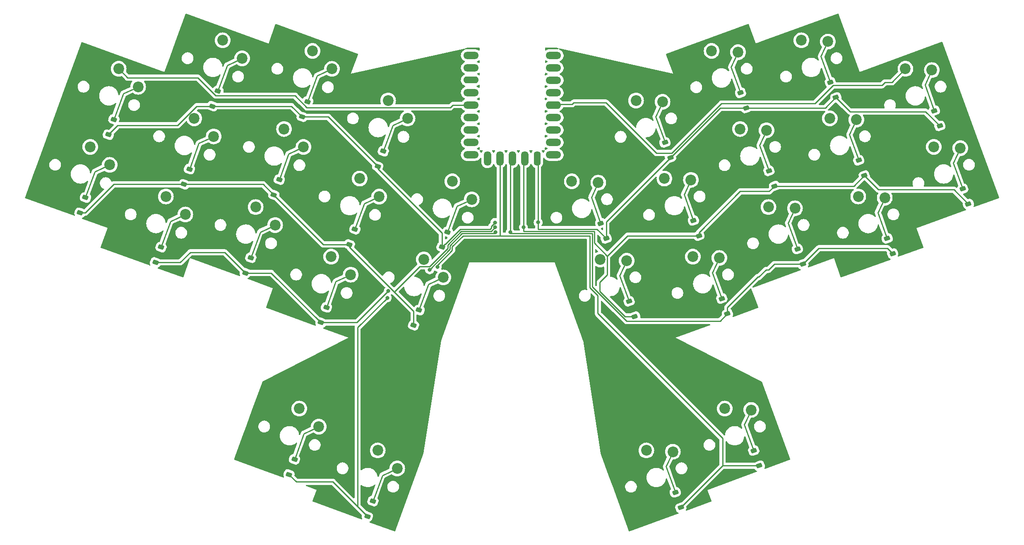
<source format=gbr>
%TF.GenerationSoftware,KiCad,Pcbnew,7.0.1*%
%TF.CreationDate,2024-06-17T16:10:21-04:00*%
%TF.ProjectId,goober-wi,676f6f62-6572-42d7-9769-2e6b69636164,rev?*%
%TF.SameCoordinates,Original*%
%TF.FileFunction,Copper,L2,Bot*%
%TF.FilePolarity,Positive*%
%FSLAX46Y46*%
G04 Gerber Fmt 4.6, Leading zero omitted, Abs format (unit mm)*
G04 Created by KiCad (PCBNEW 7.0.1) date 2024-06-17 16:10:21*
%MOMM*%
%LPD*%
G01*
G04 APERTURE LIST*
G04 Aperture macros list*
%AMRoundRect*
0 Rectangle with rounded corners*
0 $1 Rounding radius*
0 $2 $3 $4 $5 $6 $7 $8 $9 X,Y pos of 4 corners*
0 Add a 4 corners polygon primitive as box body*
4,1,4,$2,$3,$4,$5,$6,$7,$8,$9,$2,$3,0*
0 Add four circle primitives for the rounded corners*
1,1,$1+$1,$2,$3*
1,1,$1+$1,$4,$5*
1,1,$1+$1,$6,$7*
1,1,$1+$1,$8,$9*
0 Add four rect primitives between the rounded corners*
20,1,$1+$1,$2,$3,$4,$5,0*
20,1,$1+$1,$4,$5,$6,$7,0*
20,1,$1+$1,$6,$7,$8,$9,0*
20,1,$1+$1,$8,$9,$2,$3,0*%
G04 Aperture macros list end*
%TA.AperFunction,ComponentPad*%
%ADD10C,2.200000*%
%TD*%
%TA.AperFunction,SMDPad,CuDef*%
%ADD11RoundRect,0.225000X0.275430X-0.339688X0.429339X0.083173X-0.275430X0.339688X-0.429339X-0.083173X0*%
%TD*%
%TA.AperFunction,SMDPad,CuDef*%
%ADD12RoundRect,0.225000X0.429339X-0.083173X0.275430X0.339688X-0.429339X0.083173X-0.275430X-0.339688X0*%
%TD*%
%TA.AperFunction,ComponentPad*%
%ADD13O,3.130000X1.500000*%
%TD*%
%TA.AperFunction,ComponentPad*%
%ADD14O,3.130000X1.430000*%
%TD*%
%TA.AperFunction,ComponentPad*%
%ADD15O,1.500000X2.990000*%
%TD*%
%TA.AperFunction,ComponentPad*%
%ADD16O,1.430000X2.990000*%
%TD*%
%TA.AperFunction,ComponentPad*%
%ADD17O,3.130000X1.550000*%
%TD*%
%TA.AperFunction,ViaPad*%
%ADD18C,0.800000*%
%TD*%
%TA.AperFunction,Conductor*%
%ADD19C,0.250000*%
%TD*%
G04 APERTURE END LIST*
D10*
%TO.P,SW30,1,1*%
%TO.N,/COL6*%
X187242136Y-126366904D03*
%TO.P,SW30,2,2*%
%TO.N,Net-(D30-A)*%
X192658842Y-126630157D03*
%TD*%
%TO.P,SW3,1,1*%
%TO.N,/COL2*%
X102904505Y-53174876D03*
%TO.P,SW3,2,2*%
%TO.N,Net-(D3-A)*%
X106884726Y-56858331D03*
%TD*%
%TO.P,SW10,1,1*%
%TO.N,/COL9*%
X224189693Y-56836925D03*
%TO.P,SW10,2,2*%
%TO.N,Net-(D10-A)*%
X229606399Y-57100178D03*
%TD*%
%TO.P,SW5,1,1*%
%TO.N,/COL4*%
X131500531Y-79864898D03*
%TO.P,SW5,2,2*%
%TO.N,Net-(D5-A)*%
X135480752Y-83548353D03*
%TD*%
%TO.P,SW28,1,1*%
%TO.N,/COL4*%
X116251101Y-134919483D03*
%TO.P,SW28,2,2*%
%TO.N,Net-(D25-A)*%
X120231322Y-138602938D03*
%TD*%
%TO.P,SW22,1,1*%
%TO.N,/COL2*%
X91275820Y-85124425D03*
%TO.P,SW22,2,2*%
%TO.N,Net-(D23-A)*%
X95256041Y-88807880D03*
%TD*%
%TO.P,SW14,1,1*%
%TO.N,/COL3*%
X112551044Y-79299706D03*
%TO.P,SW14,2,2*%
%TO.N,Net-(D14-A)*%
X116531265Y-82983161D03*
%TD*%
%TO.P,SW1,1,1*%
%TO.N,/COL0*%
X63261228Y-56836925D03*
%TO.P,SW1,2,2*%
%TO.N,Net-(D1-A)*%
X67241449Y-60520380D03*
%TD*%
%TO.P,SW19,1,1*%
%TO.N,/COL8*%
X208728811Y-66986981D03*
%TO.P,SW19,2,2*%
%TO.N,Net-(D19-A)*%
X214145517Y-67250234D03*
%TD*%
%TO.P,SW6,1,1*%
%TO.N,/COL5*%
X155950390Y-79864898D03*
%TO.P,SW6,2,2*%
%TO.N,Net-(D6-A)*%
X161367096Y-80128151D03*
%TD*%
%TO.P,SW4,1,1*%
%TO.N,/COL3*%
X118365387Y-63324932D03*
%TO.P,SW4,2,2*%
%TO.N,Net-(D4-A)*%
X122345608Y-67008387D03*
%TD*%
%TO.P,SW15,1,1*%
%TO.N,/COL4*%
X125686189Y-95839672D03*
%TO.P,SW15,2,2*%
%TO.N,Net-(D15-A)*%
X129666410Y-99523127D03*
%TD*%
%TO.P,SW11,1,1*%
%TO.N,/COL0*%
X57446886Y-72811700D03*
%TO.P,SW11,2,2*%
%TO.N,Net-(D11-A)*%
X61427107Y-76495155D03*
%TD*%
%TO.P,SW26,1,1*%
%TO.N,/COL8*%
X214543154Y-82961756D03*
%TO.P,SW26,2,2*%
%TO.N,Net-(D29-A)*%
X219959860Y-83225009D03*
%TD*%
%TO.P,SW9,1,1*%
%TO.N,/COL8*%
X202914469Y-51012207D03*
%TO.P,SW9,2,2*%
%TO.N,Net-(D9-A)*%
X208331175Y-51275460D03*
%TD*%
%TO.P,SW25,1,1*%
%TO.N,/COL7*%
X196175101Y-85124425D03*
%TO.P,SW25,2,2*%
%TO.N,Net-(D28-A)*%
X201591807Y-85387678D03*
%TD*%
%TO.P,SW8,1,1*%
%TO.N,/COL7*%
X184546416Y-53174876D03*
%TO.P,SW8,2,2*%
%TO.N,Net-(D8-A)*%
X189963122Y-53438129D03*
%TD*%
%TO.P,SW24,1,1*%
%TO.N,/COL6*%
X180714219Y-95274481D03*
%TO.P,SW24,2,2*%
%TO.N,Net-(D27-A)*%
X186130925Y-95537734D03*
%TD*%
%TO.P,SW17,1,1*%
%TO.N,/COL6*%
X174899877Y-79299706D03*
%TO.P,SW17,2,2*%
%TO.N,Net-(D17-A)*%
X180316583Y-79562959D03*
%TD*%
%TO.P,SW27,1,1*%
%TO.N,/COL3*%
X100208785Y-126366904D03*
%TO.P,SW27,2,2*%
%TO.N,Net-(D21-A)*%
X104189006Y-130050359D03*
%TD*%
%TO.P,SW29,1,1*%
%TO.N,/COL5*%
X171199820Y-134919483D03*
%TO.P,SW29,2,2*%
%TO.N,Net-(D26-A)*%
X176616526Y-135182736D03*
%TD*%
%TO.P,SW23,1,1*%
%TO.N,/COL3*%
X106736702Y-95274481D03*
%TO.P,SW23,2,2*%
%TO.N,Net-(D24-A)*%
X110716923Y-98957936D03*
%TD*%
%TO.P,SW13,1,1*%
%TO.N,/COL2*%
X97090163Y-69149650D03*
%TO.P,SW13,2,2*%
%TO.N,Net-(D13-A)*%
X101070384Y-72833105D03*
%TD*%
%TO.P,SW18,1,1*%
%TO.N,/COL7*%
X190360758Y-69149650D03*
%TO.P,SW18,2,2*%
%TO.N,Net-(D18-A)*%
X195777464Y-69412903D03*
%TD*%
%TO.P,SW21,1,1*%
%TO.N,/COL1*%
X72907767Y-82961756D03*
%TO.P,SW21,2,2*%
%TO.N,Net-(D22-A)*%
X76887988Y-86645211D03*
%TD*%
%TO.P,SW7,1,1*%
%TO.N,/COL6*%
X169085534Y-63324932D03*
%TO.P,SW7,2,2*%
%TO.N,Net-(D7-A)*%
X174502240Y-63588185D03*
%TD*%
%TO.P,SW20,1,1*%
%TO.N,/COL9*%
X230004035Y-72811700D03*
%TO.P,SW20,2,2*%
%TO.N,Net-(D20-A)*%
X235420741Y-73074953D03*
%TD*%
%TO.P,SW2,1,1*%
%TO.N,/COL1*%
X84536452Y-51012207D03*
%TO.P,SW2,2,2*%
%TO.N,Net-(D2-A)*%
X88516673Y-54695662D03*
%TD*%
%TO.P,SW16,1,1*%
%TO.N,/COL5*%
X161764732Y-95839672D03*
%TO.P,SW16,2,2*%
%TO.N,Net-(D16-A)*%
X167181438Y-96102925D03*
%TD*%
%TO.P,SW12,1,1*%
%TO.N,/COL1*%
X78722110Y-66986981D03*
%TO.P,SW12,2,2*%
%TO.N,Net-(D12-A)*%
X82702331Y-70670436D03*
%TD*%
D11*
%TO.P,D1,1,K*%
%TO.N,/ROW0*%
X61150406Y-70320117D03*
%TO.P,D1,2,A*%
%TO.N,Net-(D1-A)*%
X62279072Y-67219131D03*
%TD*%
%TO.P,D25,1,K*%
%TO.N,/ROW3*%
X114140279Y-148402675D03*
%TO.P,D25,2,A*%
%TO.N,Net-(D25-A)*%
X115268945Y-145301689D03*
%TD*%
D12*
%TO.P,D28,1,K*%
%TO.N,/ROW2*%
X203224946Y-96809959D03*
%TO.P,D28,2,A*%
%TO.N,Net-(D28-A)*%
X202096280Y-93708973D03*
%TD*%
%TO.P,D26,1,K*%
%TO.N,/ROW3*%
X178249665Y-146605017D03*
%TO.P,D26,2,A*%
%TO.N,Net-(D26-A)*%
X177120999Y-143504031D03*
%TD*%
%TO.P,D17,1,K*%
%TO.N,/ROW1*%
X181949722Y-90985240D03*
%TO.P,D17,2,A*%
%TO.N,Net-(D17-A)*%
X180821056Y-87884254D03*
%TD*%
%TO.P,D9,1,K*%
%TO.N,/ROW0*%
X209964314Y-62697741D03*
%TO.P,D9,2,A*%
%TO.N,Net-(D9-A)*%
X208835648Y-59596755D03*
%TD*%
D11*
%TO.P,D12,1,K*%
%TO.N,/ROW1*%
X76611288Y-80470173D03*
%TO.P,D12,2,A*%
%TO.N,Net-(D12-A)*%
X77739954Y-77369187D03*
%TD*%
D12*
%TO.P,D18,1,K*%
%TO.N,/ROW1*%
X197410603Y-80835184D03*
%TO.P,D18,2,A*%
%TO.N,Net-(D18-A)*%
X196281937Y-77734198D03*
%TD*%
D11*
%TO.P,D15,1,K*%
%TO.N,/ROW1*%
X123575367Y-109322864D03*
%TO.P,D15,2,A*%
%TO.N,Net-(D15-A)*%
X124704033Y-106221878D03*
%TD*%
%TO.P,D14,1,K*%
%TO.N,/ROW1*%
X110440222Y-92782898D03*
%TO.P,D14,2,A*%
%TO.N,Net-(D14-A)*%
X111568888Y-89681912D03*
%TD*%
%TO.P,D3,1,K*%
%TO.N,/ROW0*%
X100793683Y-66658068D03*
%TO.P,D3,2,A*%
%TO.N,Net-(D3-A)*%
X101922349Y-63557082D03*
%TD*%
D13*
%TO.P,U1,1,0*%
%TO.N,unconnected-(U1-0-Pad1)*%
X135329000Y-54102000D03*
%TO.P,U1,2,1*%
%TO.N,unconnected-(U1-1-Pad2)*%
X135329000Y-56642000D03*
D14*
%TO.P,U1,3,2*%
%TO.N,unconnected-(U1-2-Pad3)*%
X135329000Y-59147000D03*
D13*
%TO.P,U1,4,3*%
%TO.N,unconnected-(U1-3-Pad4)*%
X135329000Y-61722000D03*
%TO.P,U1,5,4*%
%TO.N,/COL0*%
X135329000Y-64262000D03*
%TO.P,U1,6,5*%
%TO.N,/COL1*%
X135329000Y-66802000D03*
%TO.P,U1,7,6*%
%TO.N,/COL2*%
X135329000Y-69342000D03*
%TO.P,U1,8,7*%
%TO.N,/COL3*%
X135329000Y-71882000D03*
%TO.P,U1,9,8*%
%TO.N,/COL4*%
X135329000Y-74422000D03*
D15*
%TO.P,U1,10,9*%
%TO.N,unconnected-(U1-9-Pad10)*%
X138684000Y-75167000D03*
%TO.P,U1,11,10*%
%TO.N,/ROW3*%
X141224000Y-75167000D03*
%TO.P,U1,12,11*%
%TO.N,/ROW2*%
X143764000Y-75167000D03*
%TO.P,U1,13,12*%
%TO.N,/ROW1*%
X146304000Y-75167000D03*
D16*
%TO.P,U1,14,13*%
%TO.N,/ROW0*%
X148879000Y-75167000D03*
D13*
%TO.P,U1,15,14*%
%TO.N,/COL5*%
X152199000Y-74422000D03*
%TO.P,U1,16,15*%
%TO.N,/COL6*%
X152199000Y-71882000D03*
%TO.P,U1,17,26*%
%TO.N,/COL7*%
X152199000Y-69342000D03*
%TO.P,U1,18,27*%
%TO.N,/COL8*%
X152199000Y-66802000D03*
D17*
%TO.P,U1,19,28*%
%TO.N,/COL9*%
X152199000Y-64237000D03*
D13*
%TO.P,U1,20,29*%
%TO.N,unconnected-(U1-29-Pad20)*%
X152199000Y-61722000D03*
%TO.P,U1,21,3V3*%
%TO.N,unconnected-(U1-3V3-Pad21)*%
X152199000Y-59182000D03*
%TO.P,U1,22,GND*%
%TO.N,unconnected-(U1-GND-Pad22)*%
X152199000Y-56642000D03*
%TO.P,U1,23,5V*%
%TO.N,unconnected-(U1-5V-Pad23)*%
X152199000Y-54102000D03*
%TD*%
D11*
%TO.P,D11,1,K*%
%TO.N,/ROW1*%
X55336064Y-86294892D03*
%TO.P,D11,2,A*%
%TO.N,Net-(D11-A)*%
X56464730Y-83193906D03*
%TD*%
D12*
%TO.P,D29,1,K*%
%TO.N,/ROW2*%
X221592999Y-94647290D03*
%TO.P,D29,2,A*%
%TO.N,Net-(D29-A)*%
X220464333Y-91546304D03*
%TD*%
D11*
%TO.P,D22,1,K*%
%TO.N,/ROW2*%
X70796945Y-96444948D03*
%TO.P,D22,2,A*%
%TO.N,Net-(D22-A)*%
X71925611Y-93343962D03*
%TD*%
D12*
%TO.P,D10,1,K*%
%TO.N,/ROW0*%
X231239538Y-68522459D03*
%TO.P,D10,2,A*%
%TO.N,Net-(D10-A)*%
X230110872Y-65421473D03*
%TD*%
D11*
%TO.P,D5,1,K*%
%TO.N,/ROW0*%
X129389709Y-93348090D03*
%TO.P,D5,2,A*%
%TO.N,Net-(D5-A)*%
X130518375Y-90247104D03*
%TD*%
D12*
%TO.P,D16,1,K*%
%TO.N,/ROW1*%
X168814577Y-107525206D03*
%TO.P,D16,2,A*%
%TO.N,Net-(D16-A)*%
X167685911Y-104424220D03*
%TD*%
%TO.P,D19,1,K*%
%TO.N,/ROW1*%
X215778656Y-78672515D03*
%TO.P,D19,2,A*%
%TO.N,Net-(D19-A)*%
X214649990Y-75571529D03*
%TD*%
D11*
%TO.P,D24,1,K*%
%TO.N,/ROW2*%
X104625880Y-108757673D03*
%TO.P,D24,2,A*%
%TO.N,Net-(D24-A)*%
X105754546Y-105656687D03*
%TD*%
%TO.P,D21,1,K*%
%TO.N,/ROW3*%
X98097963Y-139850096D03*
%TO.P,D21,2,A*%
%TO.N,Net-(D21-A)*%
X99226629Y-136749110D03*
%TD*%
D12*
%TO.P,D8,1,K*%
%TO.N,/ROW0*%
X191596261Y-64860410D03*
%TO.P,D8,2,A*%
%TO.N,Net-(D8-A)*%
X190467595Y-61759424D03*
%TD*%
D11*
%TO.P,D13,1,K*%
%TO.N,/ROW1*%
X94979341Y-82632842D03*
%TO.P,D13,2,A*%
%TO.N,Net-(D13-A)*%
X96108007Y-79531856D03*
%TD*%
D12*
%TO.P,D30,1,K*%
%TO.N,/ROW3*%
X194291981Y-138052438D03*
%TO.P,D30,2,A*%
%TO.N,Net-(D30-A)*%
X193163315Y-134951452D03*
%TD*%
%TO.P,D6,1,K*%
%TO.N,/ROW0*%
X163000235Y-91550432D03*
%TO.P,D6,2,A*%
%TO.N,Net-(D6-A)*%
X161871569Y-88449446D03*
%TD*%
D11*
%TO.P,D23,1,K*%
%TO.N,/ROW2*%
X89164998Y-98607617D03*
%TO.P,D23,2,A*%
%TO.N,Net-(D23-A)*%
X90293664Y-95506631D03*
%TD*%
%TO.P,D2,1,K*%
%TO.N,/ROW0*%
X82425630Y-64495399D03*
%TO.P,D2,2,A*%
%TO.N,Net-(D2-A)*%
X83554296Y-61394413D03*
%TD*%
D12*
%TO.P,D27,1,K*%
%TO.N,/ROW2*%
X187764064Y-106960015D03*
%TO.P,D27,2,A*%
%TO.N,Net-(D27-A)*%
X186635398Y-103859029D03*
%TD*%
%TO.P,D20,1,K*%
%TO.N,/ROW1*%
X237053880Y-84497234D03*
%TO.P,D20,2,A*%
%TO.N,Net-(D20-A)*%
X235925214Y-81396248D03*
%TD*%
%TO.P,D7,1,K*%
%TO.N,/ROW0*%
X176135379Y-75010466D03*
%TO.P,D7,2,A*%
%TO.N,Net-(D7-A)*%
X175006713Y-71909480D03*
%TD*%
D11*
%TO.P,D4,1,K*%
%TO.N,/ROW0*%
X116254565Y-76808124D03*
%TO.P,D4,2,A*%
%TO.N,Net-(D4-A)*%
X117383231Y-73707138D03*
%TD*%
D18*
%TO.N,/ROW0*%
X149060000Y-88260000D03*
X140216495Y-88278858D03*
%TO.N,/ROW1*%
X140276450Y-89276561D03*
X146060000Y-89260000D03*
%TO.N,/ROW2*%
X143350000Y-90275500D03*
X140310000Y-90275500D03*
X126860000Y-97989172D03*
X118404390Y-102305610D03*
%TO.N,/ROW3*%
X118200000Y-103710000D03*
X128445497Y-97385497D03*
%TD*%
D19*
%TO.N,Net-(D1-A)*%
X64201223Y-61938060D02*
X62279072Y-67219131D01*
X67241449Y-60520380D02*
X64201223Y-61938060D01*
%TO.N,Net-(D2-A)*%
X88516673Y-54695662D02*
X85476447Y-56113342D01*
X85476447Y-56113342D02*
X83554296Y-61394413D01*
%TO.N,Net-(D3-A)*%
X103844501Y-58276010D02*
X101922349Y-63557082D01*
X106884726Y-56858331D02*
X103844501Y-58276010D01*
%TO.N,Net-(D4-A)*%
X122345608Y-67008387D02*
X119305383Y-68426067D01*
X119305383Y-68426067D02*
X117383231Y-73707138D01*
%TO.N,Net-(D5-A)*%
X135480752Y-83548353D02*
X132440526Y-84966033D01*
X132440526Y-84966033D02*
X130518375Y-90247104D01*
%TO.N,Net-(D6-A)*%
X161367096Y-80128151D02*
X159949415Y-83168374D01*
X159949415Y-83168374D02*
X161871569Y-88449446D01*
%TO.N,Net-(D7-A)*%
X174502240Y-63588185D02*
X173084559Y-66628408D01*
X173084559Y-66628408D02*
X175006713Y-71909480D01*
%TO.N,Net-(D8-A)*%
X189963122Y-53438129D02*
X188545442Y-56478352D01*
X188545442Y-56478352D02*
X190467595Y-61759424D01*
%TO.N,Net-(D9-A)*%
X208331175Y-51275460D02*
X206913494Y-54315684D01*
X206913494Y-54315684D02*
X208835648Y-59596755D01*
%TO.N,Net-(D10-A)*%
X228188718Y-60140401D02*
X230110872Y-65421473D01*
X229606399Y-57100178D02*
X228188718Y-60140401D01*
%TO.N,Net-(D11-A)*%
X58386882Y-77912833D02*
X56464730Y-83193906D01*
X61427107Y-76495155D02*
X58386882Y-77912833D01*
%TO.N,Net-(D12-A)*%
X82702331Y-70670436D02*
X79662107Y-72088114D01*
X79662107Y-72088114D02*
X77739954Y-77369187D01*
%TO.N,Net-(D13-A)*%
X98030159Y-74250784D02*
X96108007Y-79531856D01*
X101070384Y-72833105D02*
X98030159Y-74250784D01*
%TO.N,Net-(D14-A)*%
X113491040Y-84400839D02*
X111568888Y-89681912D01*
X116531265Y-82983161D02*
X113491040Y-84400839D01*
%TO.N,Net-(D15-A)*%
X129666410Y-99523127D02*
X126626185Y-100940805D01*
X126626185Y-100940805D02*
X124704033Y-106221878D01*
%TO.N,Net-(D16-A)*%
X167181438Y-96102925D02*
X165763758Y-99143148D01*
X165763758Y-99143148D02*
X167685911Y-104424220D01*
%TO.N,Net-(D17-A)*%
X180316583Y-79562959D02*
X178898902Y-82603182D01*
X178898902Y-82603182D02*
X180821056Y-87884254D01*
%TO.N,Net-(D18-A)*%
X194359783Y-72453125D02*
X196281937Y-77734198D01*
X195777464Y-69412903D02*
X194359783Y-72453125D01*
%TO.N,Net-(D19-A)*%
X214145517Y-67250234D02*
X212727836Y-70290457D01*
X212727836Y-70290457D02*
X214649990Y-75571529D01*
%TO.N,Net-(D20-A)*%
X234003060Y-76115175D02*
X235925214Y-81396248D01*
X235420741Y-73074953D02*
X234003060Y-76115175D01*
%TO.N,Net-(D21-A)*%
X101148780Y-131468038D02*
X99226629Y-136749110D01*
X104189006Y-130050359D02*
X101148780Y-131468038D01*
%TO.N,Net-(D22-A)*%
X76887988Y-86645211D02*
X73847763Y-88062889D01*
X73847763Y-88062889D02*
X71925611Y-93343962D01*
%TO.N,Net-(D23-A)*%
X92215815Y-90225559D02*
X90293664Y-95506631D01*
X95256041Y-88807880D02*
X92215815Y-90225559D01*
%TO.N,Net-(D24-A)*%
X107676698Y-100375615D02*
X105754546Y-105656687D01*
X110716923Y-98957936D02*
X107676698Y-100375615D01*
%TO.N,Net-(D25-A)*%
X120231322Y-138602938D02*
X117191098Y-140020616D01*
X117191098Y-140020616D02*
X115268945Y-145301689D01*
%TO.N,Net-(D26-A)*%
X176616526Y-135182736D02*
X175198845Y-138222959D01*
X175198845Y-138222959D02*
X177120999Y-143504031D01*
%TO.N,Net-(D27-A)*%
X184713245Y-98577957D02*
X186635398Y-103859029D01*
X186130925Y-95537734D02*
X184713245Y-98577957D01*
%TO.N,Net-(D28-A)*%
X200174126Y-88427902D02*
X202096280Y-93708973D01*
X201591807Y-85387678D02*
X200174126Y-88427902D01*
%TO.N,Net-(D29-A)*%
X219959860Y-83225009D02*
X218542179Y-86265233D01*
X218542179Y-86265233D02*
X220464333Y-91546304D01*
%TO.N,Net-(D30-A)*%
X191241161Y-129670380D02*
X193163315Y-134951452D01*
X192658842Y-126630157D02*
X191241161Y-129670380D01*
%TO.N,/ROW0*%
X161099803Y-89650000D02*
X163000235Y-91550432D01*
X129389709Y-93348090D02*
X130034335Y-92703464D01*
X207801645Y-64860410D02*
X209964314Y-62697741D01*
X149060000Y-89650000D02*
X149060000Y-88260000D01*
X149060000Y-88260000D02*
X149060000Y-74638000D01*
X139106396Y-89650000D02*
X139266615Y-89650000D01*
X129389709Y-90477212D02*
X129389709Y-93348090D01*
X139266615Y-89650000D02*
X139468308Y-89448307D01*
X130086536Y-92703464D02*
X133140000Y-89650000D01*
X163000235Y-91550432D02*
X163000235Y-88145610D01*
X176135379Y-75010466D02*
X186285435Y-64860410D01*
X130034335Y-92703464D02*
X130086536Y-92703464D01*
X106104509Y-66658068D02*
X116254565Y-76808124D01*
X133140000Y-89650000D02*
X138010000Y-89650000D01*
X149060000Y-74638000D02*
X148844000Y-74422000D01*
X139468308Y-89448307D02*
X139468308Y-89059398D01*
X79198437Y-64495399D02*
X82425630Y-64495399D01*
X161099803Y-89650000D02*
X149060000Y-89650000D01*
X100793683Y-66658068D02*
X106104509Y-66658068D01*
X163000235Y-88145610D02*
X176135379Y-75010466D01*
X139468308Y-89059398D02*
X140216495Y-88311211D01*
X82425630Y-64495399D02*
X98631014Y-64495399D01*
X116254565Y-76808124D02*
X116254565Y-77342068D01*
X116254565Y-77342068D02*
X129389709Y-90477212D01*
X63058542Y-68411981D02*
X75281855Y-68411981D01*
X191596261Y-64860410D02*
X207801645Y-64860410D01*
X186285435Y-64860410D02*
X191596261Y-64860410D01*
X138010000Y-89650000D02*
X139106396Y-89650000D01*
X98631014Y-64495399D02*
X100793683Y-66658068D01*
X212853795Y-65587222D02*
X228304301Y-65587222D01*
X228304301Y-65587222D02*
X231239538Y-68522459D01*
X140216495Y-88311211D02*
X140216495Y-88278858D01*
X61150406Y-70320117D02*
X63058542Y-68411981D01*
X209964314Y-62697741D02*
X212853795Y-65587222D01*
X75281855Y-68411981D02*
X79198437Y-64495399D01*
%TO.N,/ROW1*%
X55336064Y-86294892D02*
X56413214Y-86294892D01*
X160550000Y-92500000D02*
X163189732Y-95139732D01*
X160550000Y-90100000D02*
X160550000Y-92500000D01*
X124817608Y-97264672D02*
X126905328Y-97264672D01*
X138920000Y-90100000D02*
X139453011Y-90100000D01*
X92816672Y-80470173D02*
X94979341Y-82632842D01*
X94979341Y-82632842D02*
X105129397Y-92782898D01*
X161682651Y-102362651D02*
X166845206Y-107525206D01*
X123575367Y-106451986D02*
X123575367Y-109322864D01*
X190390000Y-81920000D02*
X196325787Y-81920000D01*
X163189732Y-95139732D02*
X163189732Y-99006929D01*
X56413214Y-86294892D02*
X62237933Y-80470173D01*
X163189732Y-95139732D02*
X167344224Y-90985240D01*
X119731690Y-102608310D02*
X119731690Y-102350590D01*
X161682651Y-100514010D02*
X161682651Y-102362651D01*
X105129397Y-92782898D02*
X110440222Y-92782898D01*
X76611288Y-80470173D02*
X92816672Y-80470173D01*
X62237933Y-80470173D02*
X76611288Y-80470173D01*
X130578198Y-92848198D02*
X133326396Y-90100000D01*
X110440222Y-92782898D02*
X110440222Y-93316841D01*
X139453011Y-90100000D02*
X140276450Y-89276561D01*
X110440222Y-93316841D02*
X119731690Y-102608310D01*
X119731690Y-102608310D02*
X123575367Y-106451986D01*
X119731690Y-102350590D02*
X124817608Y-97264672D01*
X160550000Y-90100000D02*
X146060000Y-90100000D01*
X146060000Y-74666000D02*
X146304000Y-74422000D01*
X213615987Y-80835184D02*
X215778656Y-78672515D01*
X163189732Y-99006929D02*
X161682651Y-100514010D01*
X196325787Y-81920000D02*
X197410603Y-80835184D01*
X234118643Y-81561997D02*
X237053880Y-84497234D01*
X218668138Y-81561997D02*
X234118643Y-81561997D01*
X181949722Y-90360278D02*
X190390000Y-81920000D01*
X126905328Y-97264672D02*
X130578198Y-93591802D01*
X197410603Y-80835184D02*
X213615987Y-80835184D01*
X138500000Y-90100000D02*
X138920000Y-90100000D01*
X133326396Y-90100000D02*
X138500000Y-90100000D01*
X167344224Y-90985240D02*
X181949722Y-90985240D01*
X146060000Y-89260000D02*
X146060000Y-74666000D01*
X215778656Y-78672515D02*
X218668138Y-81561997D01*
X146060000Y-90100000D02*
X146060000Y-89260000D01*
X130578198Y-93591802D02*
X130578198Y-92848198D01*
X181949722Y-90985240D02*
X181949722Y-90360278D01*
X166845206Y-107525206D02*
X168814577Y-107525206D01*
%TO.N,/ROW2*%
X131028198Y-93034594D02*
X133512792Y-90550000D01*
X84957381Y-94400000D02*
X89164998Y-98607617D01*
X126860000Y-97946396D02*
X131028198Y-93778198D01*
X194220000Y-99440000D02*
X195680000Y-97980000D01*
X193980000Y-99440000D02*
X194220000Y-99440000D01*
X187764064Y-105655936D02*
X193980000Y-99440000D01*
X94475824Y-98607617D02*
X104625880Y-108757673D01*
X104625880Y-108757673D02*
X111952327Y-108757673D01*
X220495709Y-93550000D02*
X221592999Y-94647290D01*
X131028198Y-93778198D02*
X131028198Y-93034594D01*
X196200000Y-97980000D02*
X197370041Y-96809959D01*
X143350000Y-74836000D02*
X143764000Y-74422000D01*
X126860000Y-97989172D02*
X126860000Y-97946396D01*
X186288675Y-108435404D02*
X186222204Y-108459643D01*
X89164998Y-98607617D02*
X94475824Y-98607617D01*
X75845052Y-96444948D02*
X77890000Y-94400000D01*
X70796945Y-96444948D02*
X75845052Y-96444948D01*
X143350000Y-90550000D02*
X143350000Y-74836000D01*
X187764064Y-106960015D02*
X187764064Y-105655936D01*
X203224946Y-96809959D02*
X206484905Y-93550000D01*
X195680000Y-97980000D02*
X196200000Y-97980000D01*
X160100000Y-101416396D02*
X160100000Y-90550000D01*
X140035500Y-90550000D02*
X140310000Y-90275500D01*
X77890000Y-94400000D02*
X84957381Y-94400000D01*
X187764064Y-106960015D02*
X186288675Y-108435404D01*
X206484905Y-93550000D02*
X220495709Y-93550000D01*
X133512792Y-90550000D02*
X140035500Y-90550000D01*
X197370041Y-96809959D02*
X203224946Y-96809959D01*
X111952327Y-108757673D02*
X118404390Y-102305610D01*
X167143247Y-108459643D02*
X160100000Y-101416396D01*
X186222204Y-108459643D02*
X167143247Y-108459643D01*
X160100000Y-90550000D02*
X143350000Y-90550000D01*
%TO.N,/COL0*%
X131070068Y-64749932D02*
X131580000Y-64240000D01*
X101761585Y-64749932D02*
X131070068Y-64749932D01*
X79462662Y-58656393D02*
X83135119Y-62328850D01*
X99340503Y-62328850D02*
X101761585Y-64749932D01*
X136122000Y-64240000D02*
X136144000Y-64262000D01*
X83135119Y-62328850D02*
X99340503Y-62328850D01*
X63261228Y-56836925D02*
X65080696Y-58656393D01*
X65080696Y-58656393D02*
X79462662Y-58656393D01*
X131580000Y-64240000D02*
X136122000Y-64240000D01*
%TO.N,/COL9*%
X220000000Y-59620000D02*
X219400433Y-60219567D01*
X156350000Y-63750000D02*
X155990000Y-64110000D01*
X162910000Y-63750000D02*
X156350000Y-63750000D01*
X209390433Y-60219567D02*
X205680000Y-63930000D01*
X176431500Y-74077949D02*
X173237949Y-74077949D01*
X219400433Y-60219567D02*
X209390433Y-60219567D01*
X151536000Y-64110000D02*
X151384000Y-64262000D01*
X155990000Y-64110000D02*
X151536000Y-64110000D01*
X186579449Y-63930000D02*
X176431500Y-74077949D01*
X205680000Y-63930000D02*
X186579449Y-63930000D01*
X173237949Y-74077949D02*
X162910000Y-63750000D01*
X221406618Y-59620000D02*
X220000000Y-59620000D01*
X224189693Y-56836925D02*
X221406618Y-59620000D01*
%TO.N,/ROW3*%
X161273604Y-103226396D02*
X159650000Y-101602792D01*
X159650000Y-91000000D02*
X141290000Y-91000000D01*
X186802244Y-132423127D02*
X161273604Y-106894487D01*
X131480000Y-93962792D02*
X131480000Y-93219188D01*
X128445497Y-96997295D02*
X131480000Y-93962792D01*
X186802244Y-138052438D02*
X194291981Y-138052438D01*
X98097963Y-139850096D02*
X99579088Y-141331221D01*
X141290000Y-91000000D02*
X141224000Y-90934000D01*
X114140279Y-148402675D02*
X112133182Y-146395578D01*
X186802244Y-138052438D02*
X186802244Y-132423127D01*
X159650000Y-101602792D02*
X159650000Y-91000000D01*
X133699188Y-91000000D02*
X141290000Y-91000000D01*
X161273604Y-106894487D02*
X161273604Y-103226396D01*
X112133182Y-146395578D02*
X112133182Y-109776818D01*
X112133182Y-109776818D02*
X118200000Y-103710000D01*
X107068825Y-141331221D02*
X114140279Y-148402675D01*
X178249665Y-146605017D02*
X186802244Y-138052438D01*
X141224000Y-90934000D02*
X141224000Y-74422000D01*
X128445497Y-97385497D02*
X128445497Y-96997295D01*
X99579088Y-141331221D02*
X107068825Y-141331221D01*
X131480000Y-93219188D02*
X133699188Y-91000000D01*
%TD*%
%TA.AperFunction,NonConductor*%
G36*
X152783193Y-52523435D02*
G01*
X153157870Y-52606435D01*
X153211433Y-52633082D01*
X153246285Y-52681706D01*
X153254315Y-52740989D01*
X153233653Y-52797133D01*
X153189109Y-52837068D01*
X153131051Y-52851500D01*
X153126547Y-52851500D01*
X151327845Y-52851500D01*
X151260631Y-52857549D01*
X151159809Y-52866623D01*
X150942828Y-52926507D01*
X150740028Y-53024170D01*
X150647158Y-53091643D01*
X150583987Y-53114943D01*
X150517952Y-53101795D01*
X150468523Y-53056075D01*
X150450274Y-52991267D01*
X150450440Y-52644440D01*
X150467074Y-52582466D01*
X150512458Y-52537103D01*
X150574441Y-52520500D01*
X152756374Y-52520500D01*
X152783193Y-52523435D01*
G37*
%TD.AperFunction*%
%TA.AperFunction,NonConductor*%
G36*
X150636809Y-55112272D02*
G01*
X150839236Y-55233215D01*
X150898100Y-55255307D01*
X150945680Y-55287330D01*
X150973760Y-55337339D01*
X150976334Y-55394635D01*
X150952849Y-55446960D01*
X150908331Y-55483120D01*
X150740028Y-55564170D01*
X150645944Y-55632525D01*
X150582773Y-55655825D01*
X150516738Y-55642677D01*
X150467309Y-55596958D01*
X150449060Y-55532150D01*
X150449210Y-55218658D01*
X150466078Y-55156280D01*
X150512041Y-55110858D01*
X150574616Y-55094728D01*
X150636809Y-55112272D01*
G37*
%TD.AperFunction*%
%TA.AperFunction,NonConductor*%
G36*
X137023052Y-55092688D02*
G01*
X137072488Y-55138358D01*
X137090784Y-55203127D01*
X137090943Y-55535732D01*
X137078197Y-55590550D01*
X137042532Y-55634088D01*
X136991296Y-55657376D01*
X136935043Y-55655617D01*
X136885361Y-55629174D01*
X136881997Y-55626235D01*
X136688764Y-55510784D01*
X136629898Y-55488692D01*
X136582318Y-55456668D01*
X136554238Y-55406659D01*
X136551665Y-55349363D01*
X136575150Y-55297038D01*
X136619662Y-55260882D01*
X136787973Y-55179829D01*
X136893903Y-55102865D01*
X136957040Y-55079569D01*
X137023052Y-55092688D01*
G37*
%TD.AperFunction*%
%TA.AperFunction,NonConductor*%
G36*
X137024263Y-57631809D02*
G01*
X137073699Y-57677479D01*
X137091995Y-57742248D01*
X137092146Y-58058060D01*
X137075323Y-58120482D01*
X137029367Y-58165952D01*
X136966770Y-58182111D01*
X136904547Y-58164567D01*
X136708517Y-58047445D01*
X136642447Y-58022649D01*
X136594867Y-57990625D01*
X136566787Y-57940616D01*
X136564215Y-57883320D01*
X136587699Y-57830995D01*
X136632212Y-57794838D01*
X136787973Y-57719829D01*
X136895112Y-57641987D01*
X136958251Y-57618690D01*
X137024263Y-57631809D01*
G37*
%TD.AperFunction*%
%TA.AperFunction,NonConductor*%
G36*
X150603946Y-57637953D02*
G01*
X150634967Y-57654477D01*
X150636423Y-57652041D01*
X150710535Y-57696320D01*
X150839236Y-57773215D01*
X150882915Y-57789608D01*
X150898100Y-57795307D01*
X150945680Y-57827330D01*
X150973760Y-57877339D01*
X150976334Y-57934635D01*
X150952849Y-57986960D01*
X150908331Y-58023120D01*
X150740027Y-58104170D01*
X150644733Y-58173406D01*
X150581562Y-58196707D01*
X150515527Y-58183559D01*
X150466098Y-58137840D01*
X150447848Y-58073029D01*
X150447855Y-58057952D01*
X150447998Y-57757705D01*
X150460789Y-57702917D01*
X150496475Y-57659419D01*
X150547711Y-57636169D01*
X150603946Y-57637953D01*
G37*
%TD.AperFunction*%
%TA.AperFunction,NonConductor*%
G36*
X150602726Y-60176891D02*
G01*
X150635155Y-60194162D01*
X150636423Y-60192041D01*
X150684259Y-60220621D01*
X150839236Y-60313215D01*
X150893277Y-60333497D01*
X150898100Y-60335307D01*
X150945680Y-60367330D01*
X150973760Y-60417339D01*
X150976334Y-60474635D01*
X150952849Y-60526960D01*
X150908331Y-60563120D01*
X150740031Y-60644168D01*
X150643519Y-60714288D01*
X150580348Y-60737588D01*
X150514313Y-60724440D01*
X150464883Y-60678721D01*
X150446634Y-60613910D01*
X150446645Y-60590783D01*
X150446785Y-60296645D01*
X150459575Y-60241859D01*
X150495259Y-60198361D01*
X150546492Y-60175110D01*
X150602726Y-60176891D01*
G37*
%TD.AperFunction*%
%TA.AperFunction,NonConductor*%
G36*
X137025450Y-60118114D02*
G01*
X137074886Y-60163784D01*
X137093182Y-60228553D01*
X137093367Y-60617851D01*
X137080620Y-60672671D01*
X137044954Y-60716209D01*
X136993716Y-60739496D01*
X136937461Y-60737735D01*
X136887781Y-60711290D01*
X136881996Y-60706235D01*
X136877551Y-60703579D01*
X136688762Y-60590783D01*
X136549306Y-60538445D01*
X136498766Y-60503095D01*
X136471509Y-60447769D01*
X136474276Y-60386156D01*
X136506384Y-60333497D01*
X136559883Y-60302823D01*
X136607822Y-60289593D01*
X136804949Y-60194662D01*
X136896297Y-60128293D01*
X136959438Y-60104995D01*
X137025450Y-60118114D01*
G37*
%TD.AperFunction*%
%TA.AperFunction,NonConductor*%
G36*
X150601510Y-62715831D02*
G01*
X150635342Y-62733848D01*
X150636423Y-62732041D01*
X150798407Y-62828821D01*
X150839236Y-62853215D01*
X150850590Y-62857476D01*
X150898168Y-62889498D01*
X150926250Y-62939507D01*
X150928824Y-62996803D01*
X150905340Y-63049128D01*
X150860822Y-63085289D01*
X150752152Y-63137621D01*
X150642324Y-63217417D01*
X150579152Y-63240718D01*
X150513117Y-63227570D01*
X150463687Y-63181851D01*
X150445438Y-63117042D01*
X150445573Y-62835588D01*
X150458363Y-62780800D01*
X150494046Y-62737303D01*
X150545277Y-62714051D01*
X150601510Y-62715831D01*
G37*
%TD.AperFunction*%
%TA.AperFunction,NonConductor*%
G36*
X137026686Y-62710048D02*
G01*
X137076122Y-62755718D01*
X137094418Y-62820487D01*
X137094580Y-63158910D01*
X137081834Y-63213729D01*
X137046168Y-63257267D01*
X136994931Y-63280554D01*
X136938677Y-63278795D01*
X136888996Y-63252350D01*
X136881997Y-63246235D01*
X136688764Y-63130784D01*
X136629898Y-63108692D01*
X136582318Y-63076668D01*
X136554238Y-63026659D01*
X136551665Y-62969363D01*
X136575150Y-62917038D01*
X136619662Y-62880882D01*
X136787973Y-62799829D01*
X136897536Y-62720226D01*
X136960674Y-62696929D01*
X137026686Y-62710048D01*
G37*
%TD.AperFunction*%
%TA.AperFunction,NonConductor*%
G36*
X150600294Y-65241132D02*
G01*
X150649952Y-65267571D01*
X150656245Y-65273069D01*
X150656246Y-65273070D01*
X150656249Y-65273072D01*
X150846013Y-65386451D01*
X150853346Y-65390832D01*
X150907062Y-65410992D01*
X150954642Y-65443016D01*
X150982722Y-65493025D01*
X150985295Y-65550321D01*
X150961810Y-65602645D01*
X150917292Y-65638805D01*
X150740028Y-65724170D01*
X150641091Y-65796051D01*
X150577920Y-65819351D01*
X150511885Y-65806203D01*
X150462456Y-65760484D01*
X150444207Y-65695675D01*
X150444367Y-65360889D01*
X150457155Y-65306106D01*
X150492836Y-65262610D01*
X150544063Y-65239356D01*
X150600294Y-65241132D01*
G37*
%TD.AperFunction*%
%TA.AperFunction,NonConductor*%
G36*
X137027898Y-65249168D02*
G01*
X137077334Y-65294838D01*
X137095630Y-65359607D01*
X137095792Y-65699969D01*
X137083046Y-65754788D01*
X137047380Y-65798326D01*
X136996143Y-65821614D01*
X136939889Y-65819854D01*
X136890207Y-65793409D01*
X136881996Y-65786235D01*
X136838896Y-65760484D01*
X136688764Y-65670784D01*
X136629898Y-65648692D01*
X136582318Y-65616668D01*
X136554238Y-65566659D01*
X136551665Y-65509363D01*
X136575150Y-65457038D01*
X136619662Y-65420882D01*
X136787973Y-65339829D01*
X136898747Y-65259346D01*
X136961886Y-65236049D01*
X137027898Y-65249168D01*
G37*
%TD.AperFunction*%
%TA.AperFunction,NonConductor*%
G36*
X150599074Y-67793710D02*
G01*
X150635718Y-67813219D01*
X150636423Y-67812041D01*
X150701317Y-67850813D01*
X150839236Y-67933215D01*
X150889406Y-67952044D01*
X150898100Y-67955307D01*
X150945680Y-67987330D01*
X150973760Y-68037339D01*
X150976334Y-68094635D01*
X150952849Y-68146960D01*
X150908331Y-68183120D01*
X150740027Y-68264170D01*
X150639879Y-68336932D01*
X150576708Y-68360233D01*
X150510673Y-68347085D01*
X150461243Y-68301366D01*
X150442994Y-68236555D01*
X150443019Y-68184400D01*
X150443148Y-67913468D01*
X150455936Y-67858685D01*
X150491616Y-67815189D01*
X150542844Y-67791935D01*
X150599074Y-67793710D01*
G37*
%TD.AperFunction*%
%TA.AperFunction,NonConductor*%
G36*
X137029109Y-67788288D02*
G01*
X137078545Y-67833958D01*
X137096841Y-67898727D01*
X137097004Y-68241028D01*
X137084258Y-68295847D01*
X137048592Y-68339385D01*
X136997354Y-68362673D01*
X136941101Y-68360913D01*
X136891419Y-68334467D01*
X136881997Y-68326235D01*
X136688764Y-68210784D01*
X136629898Y-68188692D01*
X136582318Y-68156668D01*
X136554238Y-68106659D01*
X136551665Y-68049363D01*
X136575150Y-67997038D01*
X136619662Y-67960882D01*
X136787973Y-67879829D01*
X136899958Y-67798466D01*
X136963097Y-67775169D01*
X137029109Y-67788288D01*
G37*
%TD.AperFunction*%
%TA.AperFunction,NonConductor*%
G36*
X150597863Y-70332651D02*
G01*
X150635905Y-70352906D01*
X150636423Y-70352041D01*
X150684640Y-70380849D01*
X150839236Y-70473215D01*
X150898100Y-70495307D01*
X150945680Y-70527330D01*
X150973760Y-70577339D01*
X150976334Y-70634635D01*
X150952849Y-70686960D01*
X150908331Y-70723120D01*
X150740027Y-70804170D01*
X150638665Y-70877814D01*
X150575494Y-70901115D01*
X150509459Y-70887967D01*
X150460029Y-70842248D01*
X150441780Y-70777439D01*
X150441935Y-70452407D01*
X150454723Y-70397625D01*
X150490404Y-70354128D01*
X150541632Y-70330875D01*
X150597863Y-70332651D01*
G37*
%TD.AperFunction*%
%TA.AperFunction,NonConductor*%
G36*
X137030320Y-70327408D02*
G01*
X137079756Y-70373078D01*
X137098052Y-70437847D01*
X137098217Y-70782087D01*
X137085471Y-70836905D01*
X137049806Y-70880443D01*
X136998569Y-70903731D01*
X136942316Y-70901972D01*
X136892634Y-70875528D01*
X136881997Y-70866235D01*
X136688764Y-70750784D01*
X136629898Y-70728692D01*
X136582318Y-70696668D01*
X136554238Y-70646659D01*
X136551665Y-70589363D01*
X136575150Y-70537038D01*
X136619662Y-70500882D01*
X136787973Y-70419829D01*
X136901170Y-70337586D01*
X136964308Y-70314289D01*
X137030320Y-70327408D01*
G37*
%TD.AperFunction*%
%TA.AperFunction,NonConductor*%
G36*
X150596651Y-72871592D02*
G01*
X150636093Y-72892592D01*
X150636423Y-72892041D01*
X150670159Y-72912197D01*
X150839236Y-73013215D01*
X150877818Y-73027695D01*
X150898100Y-73035307D01*
X150945680Y-73067330D01*
X150973760Y-73117339D01*
X150976334Y-73174635D01*
X150952849Y-73226960D01*
X150908331Y-73263120D01*
X150740031Y-73344168D01*
X150637452Y-73418696D01*
X150574281Y-73441996D01*
X150508245Y-73428848D01*
X150458816Y-73383129D01*
X150440567Y-73318319D01*
X150440723Y-72991350D01*
X150453511Y-72936566D01*
X150489192Y-72893069D01*
X150540420Y-72869816D01*
X150596651Y-72871592D01*
G37*
%TD.AperFunction*%
%TA.AperFunction,NonConductor*%
G36*
X137031532Y-72866527D02*
G01*
X137080968Y-72912197D01*
X137099264Y-72976966D01*
X137099429Y-73323146D01*
X137086683Y-73377964D01*
X137051018Y-73421502D01*
X136999781Y-73444790D01*
X136943527Y-73443031D01*
X136893846Y-73416587D01*
X136881997Y-73406235D01*
X136688764Y-73290784D01*
X136629898Y-73268692D01*
X136582318Y-73236668D01*
X136554238Y-73186659D01*
X136551665Y-73129363D01*
X136575150Y-73077038D01*
X136619662Y-73040882D01*
X136787973Y-72959829D01*
X136902383Y-72876705D01*
X136965520Y-72853408D01*
X137031532Y-72866527D01*
G37*
%TD.AperFunction*%
%TA.AperFunction,NonConductor*%
G36*
X150353345Y-73478129D02*
G01*
X150398977Y-73525811D01*
X150413681Y-73590152D01*
X150393292Y-73652923D01*
X150278365Y-73827031D01*
X150235223Y-73927965D01*
X150201944Y-73973339D01*
X150152038Y-73999334D01*
X150095783Y-74000596D01*
X150044762Y-73976866D01*
X150009482Y-73933030D01*
X150009173Y-73932389D01*
X149963614Y-73837783D01*
X149926662Y-73761050D01*
X149851610Y-73657750D01*
X149828312Y-73594617D01*
X149841422Y-73528612D01*
X149887079Y-73479174D01*
X149951833Y-73460865D01*
X150289713Y-73460612D01*
X150353345Y-73478129D01*
G37*
%TD.AperFunction*%
%TA.AperFunction,NonConductor*%
G36*
X137636825Y-73482873D02*
G01*
X137680374Y-73518534D01*
X137703672Y-73569774D01*
X137701917Y-73626034D01*
X137675470Y-73675722D01*
X137668235Y-73684002D01*
X137552785Y-73877234D01*
X137532085Y-73932389D01*
X137497575Y-73982199D01*
X137443581Y-74009709D01*
X137382999Y-74008347D01*
X137330297Y-73978440D01*
X137304786Y-73937836D01*
X137303805Y-73938364D01*
X137298517Y-73928537D01*
X137298517Y-73928536D01*
X137191852Y-73730319D01*
X137145107Y-73671703D01*
X137118837Y-73608299D01*
X137130315Y-73540632D01*
X137176024Y-73489435D01*
X137241959Y-73470392D01*
X137581997Y-73470138D01*
X137636825Y-73482873D01*
G37*
%TD.AperFunction*%
%TA.AperFunction,NonConductor*%
G36*
X140178488Y-73480967D02*
G01*
X140222038Y-73516628D01*
X140245336Y-73567868D01*
X140243581Y-73624128D01*
X140217135Y-73673816D01*
X140208235Y-73684002D01*
X140092784Y-73877236D01*
X140070692Y-73936101D01*
X140038668Y-73983681D01*
X139988659Y-74011761D01*
X139931363Y-74014333D01*
X139879039Y-73990849D01*
X139842879Y-73946331D01*
X139761829Y-73778027D01*
X139679980Y-73665372D01*
X139656684Y-73602242D01*
X139669794Y-73536237D01*
X139715451Y-73486799D01*
X139780205Y-73468490D01*
X140123660Y-73468233D01*
X140178488Y-73480967D01*
G37*
%TD.AperFunction*%
%TA.AperFunction,NonConductor*%
G36*
X142720153Y-73479061D02*
G01*
X142763703Y-73514722D01*
X142787001Y-73565961D01*
X142785246Y-73622222D01*
X142758800Y-73671910D01*
X142748235Y-73684002D01*
X142632784Y-73877236D01*
X142610692Y-73936101D01*
X142578668Y-73983681D01*
X142528659Y-74011761D01*
X142471363Y-74014333D01*
X142419039Y-73990849D01*
X142382879Y-73946331D01*
X142301829Y-73778027D01*
X142218597Y-73663468D01*
X142195301Y-73600340D01*
X142208411Y-73534334D01*
X142254068Y-73484896D01*
X142318823Y-73466587D01*
X142665327Y-73466327D01*
X142720153Y-73479061D01*
G37*
%TD.AperFunction*%
%TA.AperFunction,NonConductor*%
G36*
X145261818Y-73477156D02*
G01*
X145305368Y-73512818D01*
X145328666Y-73564058D01*
X145326910Y-73620318D01*
X145300464Y-73670006D01*
X145288235Y-73684002D01*
X145172784Y-73877236D01*
X145150692Y-73936101D01*
X145118668Y-73983681D01*
X145068659Y-74011761D01*
X145011363Y-74014333D01*
X144959039Y-73990849D01*
X144922879Y-73946331D01*
X144841829Y-73778027D01*
X144757215Y-73661567D01*
X144733919Y-73598436D01*
X144747029Y-73532431D01*
X144792686Y-73482993D01*
X144857440Y-73464684D01*
X145206991Y-73464422D01*
X145261818Y-73477156D01*
G37*
%TD.AperFunction*%
%TA.AperFunction,NonConductor*%
G36*
X147854410Y-73475211D02*
G01*
X147897960Y-73510870D01*
X147921259Y-73562107D01*
X147919507Y-73618366D01*
X147897328Y-73660041D01*
X147897389Y-73660078D01*
X147896661Y-73661295D01*
X147893065Y-73668054D01*
X147891668Y-73669653D01*
X147779445Y-73857483D01*
X147721076Y-74013005D01*
X147685725Y-74063544D01*
X147630400Y-74090801D01*
X147568787Y-74088034D01*
X147516128Y-74055926D01*
X147485453Y-74002425D01*
X147479493Y-73980830D01*
X147419753Y-73856777D01*
X147381831Y-73778030D01*
X147369494Y-73761050D01*
X147295832Y-73659662D01*
X147272536Y-73596533D01*
X147285646Y-73530528D01*
X147331303Y-73481090D01*
X147396058Y-73462781D01*
X147799587Y-73462478D01*
X147854410Y-73475211D01*
G37*
%TD.AperFunction*%
%TA.AperFunction,NonConductor*%
G36*
X162647001Y-64384939D02*
G01*
X162687229Y-64411819D01*
X172737146Y-74461736D01*
X172750047Y-74477838D01*
X172752161Y-74479823D01*
X172752163Y-74479826D01*
X172797584Y-74522480D01*
X172801189Y-74525865D01*
X172803985Y-74528575D01*
X172823479Y-74548069D01*
X172826653Y-74550531D01*
X172835517Y-74558102D01*
X172867367Y-74588011D01*
X172871962Y-74590537D01*
X172884923Y-74597663D01*
X172901180Y-74608341D01*
X172917013Y-74620623D01*
X172933134Y-74627598D01*
X172957105Y-74637972D01*
X172967592Y-74643109D01*
X173005857Y-74664146D01*
X173025265Y-74669129D01*
X173043659Y-74675427D01*
X173062054Y-74683387D01*
X173105203Y-74690220D01*
X173116629Y-74692587D01*
X173121489Y-74693835D01*
X173158929Y-74703449D01*
X173158930Y-74703449D01*
X173178965Y-74703449D01*
X173198362Y-74704975D01*
X173218145Y-74708109D01*
X173261623Y-74703999D01*
X173273293Y-74703449D01*
X174859235Y-74703449D01*
X174912455Y-74715451D01*
X174955373Y-74749133D01*
X174979681Y-74797975D01*
X174980673Y-74852523D01*
X174978380Y-74863626D01*
X174978380Y-74863630D01*
X174978380Y-74863631D01*
X174981425Y-74968281D01*
X174983312Y-75033159D01*
X175007756Y-75129994D01*
X175013695Y-75146311D01*
X175018232Y-75215559D01*
X174984853Y-75276400D01*
X162744038Y-87517214D01*
X162693071Y-87547973D01*
X162633642Y-87551435D01*
X162579449Y-87526801D01*
X162530463Y-87488068D01*
X162376756Y-87416394D01*
X162211472Y-87382265D01*
X162155469Y-87354647D01*
X162120027Y-87303240D01*
X160786430Y-83639216D01*
X161936118Y-83639216D01*
X161977000Y-83857913D01*
X162014027Y-83953490D01*
X162057372Y-84065377D01*
X162174493Y-84254535D01*
X162324380Y-84418953D01*
X162501929Y-84553031D01*
X162701091Y-84652203D01*
X162915080Y-84713088D01*
X163081114Y-84728473D01*
X163081115Y-84728473D01*
X163192121Y-84728473D01*
X163192122Y-84728473D01*
X163358155Y-84713088D01*
X163572144Y-84652203D01*
X163620119Y-84628314D01*
X163771307Y-84553031D01*
X163948854Y-84418954D01*
X163949809Y-84417907D01*
X164098742Y-84254535D01*
X164131563Y-84201527D01*
X164215865Y-84065374D01*
X164296236Y-83857913D01*
X164337118Y-83639216D01*
X164337118Y-83416730D01*
X164296236Y-83198033D01*
X164215865Y-82990572D01*
X164215863Y-82990568D01*
X164098742Y-82801410D01*
X163948855Y-82636992D01*
X163771306Y-82502914D01*
X163572144Y-82403742D01*
X163358155Y-82342857D01*
X163192122Y-82327473D01*
X163192121Y-82327473D01*
X163081115Y-82327473D01*
X163081114Y-82327473D01*
X162915080Y-82342857D01*
X162701091Y-82403742D01*
X162501929Y-82502914D01*
X162324380Y-82636992D01*
X162174493Y-82801410D01*
X162057372Y-82990568D01*
X161994395Y-83153132D01*
X161977000Y-83198033D01*
X161936118Y-83416730D01*
X161936118Y-83639216D01*
X160786430Y-83639216D01*
X160643372Y-83246169D01*
X160636013Y-83198350D01*
X160647513Y-83151354D01*
X160651354Y-83143117D01*
X161275836Y-81803913D01*
X161317538Y-81754436D01*
X161378484Y-81732703D01*
X161618244Y-81713834D01*
X161863207Y-81655024D01*
X162095955Y-81558617D01*
X162310755Y-81426987D01*
X162502320Y-81263375D01*
X162665932Y-81071810D01*
X162797562Y-80857010D01*
X162893969Y-80624262D01*
X162952779Y-80379299D01*
X162972545Y-80128151D01*
X162952779Y-79877003D01*
X162893969Y-79632040D01*
X162797562Y-79399292D01*
X162665932Y-79184492D01*
X162502320Y-78992927D01*
X162310755Y-78829315D01*
X162095955Y-78697685D01*
X161951254Y-78637748D01*
X161863206Y-78601277D01*
X161618245Y-78542468D01*
X161367096Y-78522702D01*
X161115946Y-78542468D01*
X160870985Y-78601277D01*
X160672320Y-78683567D01*
X160644225Y-78695205D01*
X160638235Y-78697686D01*
X160423438Y-78829314D01*
X160231872Y-78992927D01*
X160068259Y-79184493D01*
X159945377Y-79385018D01*
X159936630Y-79399292D01*
X159931232Y-79412324D01*
X159840222Y-79632040D01*
X159781413Y-79877001D01*
X159762600Y-80116046D01*
X159761647Y-80128151D01*
X159766573Y-80190746D01*
X159781413Y-80379300D01*
X159840222Y-80624261D01*
X159870842Y-80698183D01*
X159936630Y-80857010D01*
X160068260Y-81071810D01*
X160094512Y-81102547D01*
X160125541Y-81138878D01*
X160148727Y-81179722D01*
X160155061Y-81226259D01*
X160143632Y-81271814D01*
X159417487Y-82829037D01*
X159406769Y-82846664D01*
X159379135Y-82911137D01*
X159377549Y-82914683D01*
X159365886Y-82939697D01*
X159364659Y-82943519D01*
X159360575Y-82954441D01*
X159343366Y-82994594D01*
X159340300Y-83014394D01*
X159335826Y-83033320D01*
X159329701Y-83052397D01*
X159327109Y-83096007D01*
X159325869Y-83107613D01*
X159319189Y-83150770D01*
X159321144Y-83170715D01*
X159321517Y-83190153D01*
X159320329Y-83210157D01*
X159328662Y-83253028D01*
X159330348Y-83264583D01*
X159334611Y-83308053D01*
X159341463Y-83326880D01*
X159346661Y-83345626D01*
X159350483Y-83365287D01*
X159350484Y-83365290D01*
X159350485Y-83365292D01*
X159369218Y-83404743D01*
X159373721Y-83415509D01*
X159528752Y-83841454D01*
X159533952Y-83907524D01*
X159504380Y-83966836D01*
X159448484Y-84002446D01*
X159382232Y-84004181D01*
X159324549Y-83971545D01*
X159265291Y-83912287D01*
X159039074Y-83742943D01*
X158940912Y-83689343D01*
X158791058Y-83607516D01*
X158526293Y-83508764D01*
X158526288Y-83508762D01*
X158250170Y-83448697D01*
X158038863Y-83433584D01*
X158038862Y-83433584D01*
X157897756Y-83433584D01*
X157897755Y-83433584D01*
X157686447Y-83448697D01*
X157410329Y-83508762D01*
X157313488Y-83544882D01*
X157145560Y-83607516D01*
X157087510Y-83639214D01*
X156897543Y-83742943D01*
X156671326Y-83912287D01*
X156471512Y-84112101D01*
X156302168Y-84338318D01*
X156218245Y-84492012D01*
X156166741Y-84586335D01*
X156112450Y-84731896D01*
X156067987Y-84851104D01*
X156007922Y-85127222D01*
X155987762Y-85409084D01*
X156007922Y-85690945D01*
X156067987Y-85967063D01*
X156067989Y-85967068D01*
X156166741Y-86231833D01*
X156231204Y-86349887D01*
X156302168Y-86479849D01*
X156426141Y-86645457D01*
X156471512Y-86706066D01*
X156671327Y-86905881D01*
X156714649Y-86938311D01*
X156897543Y-87075224D01*
X156897545Y-87075225D01*
X157145560Y-87210652D01*
X157410325Y-87309404D01*
X157410328Y-87309404D01*
X157410329Y-87309405D01*
X157449629Y-87317954D01*
X157686448Y-87369471D01*
X157871079Y-87382676D01*
X157897755Y-87384584D01*
X157897756Y-87384584D01*
X158038862Y-87384584D01*
X158038863Y-87384584D01*
X158065539Y-87382676D01*
X158250170Y-87369471D01*
X158526293Y-87309404D01*
X158791058Y-87210652D01*
X159039073Y-87075225D01*
X159265291Y-86905881D01*
X159465106Y-86706066D01*
X159634450Y-86479848D01*
X159769877Y-86231833D01*
X159868629Y-85967068D01*
X159928696Y-85690945D01*
X159932111Y-85643194D01*
X159954558Y-85580437D01*
X160006258Y-85538366D01*
X160072271Y-85529142D01*
X160133523Y-85555429D01*
X160172316Y-85609631D01*
X160944470Y-87731104D01*
X160950364Y-87793269D01*
X160925216Y-87850423D01*
X160820540Y-87982808D01*
X160748866Y-88136516D01*
X160714570Y-88302608D01*
X160714570Y-88302610D01*
X160714570Y-88302611D01*
X160714841Y-88311925D01*
X160719502Y-88472139D01*
X160731657Y-88520288D01*
X160743948Y-88568979D01*
X160775974Y-88656970D01*
X160849176Y-88858090D01*
X160855593Y-88916685D01*
X160834229Y-88971624D01*
X160789911Y-89010489D01*
X160732654Y-89024500D01*
X149861892Y-89024500D01*
X149806757Y-89011568D01*
X149763122Y-88975470D01*
X149740088Y-88923735D01*
X149742460Y-88867153D01*
X149769743Y-88817527D01*
X149778429Y-88807880D01*
X149792533Y-88792216D01*
X149887179Y-88628284D01*
X149945674Y-88448256D01*
X149965460Y-88260000D01*
X149945674Y-88071744D01*
X149904183Y-87944048D01*
X149887179Y-87891715D01*
X149792535Y-87727786D01*
X149739497Y-87668882D01*
X149717347Y-87644282D01*
X149693736Y-87605751D01*
X149685500Y-87561313D01*
X149685500Y-87401438D01*
X151599500Y-87401438D01*
X151640382Y-87620135D01*
X151685817Y-87737416D01*
X151720754Y-87827599D01*
X151837875Y-88016757D01*
X151987762Y-88181175D01*
X152165311Y-88315253D01*
X152364473Y-88414425D01*
X152578462Y-88475310D01*
X152744496Y-88490695D01*
X152744497Y-88490695D01*
X152855503Y-88490695D01*
X152855504Y-88490695D01*
X153021537Y-88475310D01*
X153235526Y-88414425D01*
X153255056Y-88404700D01*
X153434689Y-88315253D01*
X153612236Y-88181176D01*
X153618586Y-88174211D01*
X153762124Y-88016757D01*
X153839546Y-87891715D01*
X153879247Y-87827596D01*
X153959618Y-87620135D01*
X154000500Y-87401438D01*
X154000500Y-87178952D01*
X153959618Y-86960255D01*
X153879247Y-86752794D01*
X153873934Y-86744213D01*
X153762124Y-86563632D01*
X153612237Y-86399214D01*
X153434688Y-86265136D01*
X153235526Y-86165964D01*
X153021537Y-86105079D01*
X152855504Y-86089695D01*
X152855503Y-86089695D01*
X152744497Y-86089695D01*
X152744496Y-86089695D01*
X152578462Y-86105079D01*
X152364473Y-86165964D01*
X152165311Y-86265136D01*
X151987762Y-86399214D01*
X151837875Y-86563632D01*
X151720754Y-86752790D01*
X151648883Y-86938311D01*
X151640382Y-86960255D01*
X151599500Y-87178952D01*
X151599500Y-87401438D01*
X149685500Y-87401438D01*
X149685500Y-79864898D01*
X154344941Y-79864898D01*
X154349096Y-79917687D01*
X154364707Y-80116047D01*
X154423516Y-80361008D01*
X154454136Y-80434930D01*
X154519924Y-80593757D01*
X154651554Y-80808557D01*
X154815166Y-81000122D01*
X155006731Y-81163734D01*
X155221531Y-81295364D01*
X155454279Y-81391771D01*
X155699242Y-81450581D01*
X155950390Y-81470347D01*
X156201538Y-81450581D01*
X156446501Y-81391771D01*
X156679249Y-81295364D01*
X156894049Y-81163734D01*
X157085614Y-81000122D01*
X157249226Y-80808557D01*
X157380856Y-80593757D01*
X157477263Y-80361009D01*
X157536073Y-80116046D01*
X157555839Y-79864898D01*
X157536073Y-79613750D01*
X157477263Y-79368787D01*
X157380856Y-79136039D01*
X157249226Y-78921239D01*
X157085614Y-78729674D01*
X156894049Y-78566062D01*
X156679249Y-78434432D01*
X156517540Y-78367450D01*
X156446500Y-78338024D01*
X156201539Y-78279215D01*
X156009765Y-78264122D01*
X155950390Y-78259449D01*
X155950389Y-78259449D01*
X155699240Y-78279215D01*
X155454279Y-78338024D01*
X155299254Y-78402238D01*
X155228364Y-78431602D01*
X155221529Y-78434433D01*
X155006732Y-78566061D01*
X154815166Y-78729674D01*
X154651553Y-78921240D01*
X154519925Y-79136037D01*
X154423516Y-79368787D01*
X154364707Y-79613748D01*
X154345492Y-79857902D01*
X154344941Y-79864898D01*
X149685500Y-79864898D01*
X149685500Y-76917861D01*
X149693407Y-76874290D01*
X149716119Y-76836276D01*
X149722380Y-76829109D01*
X149722382Y-76829108D01*
X149866335Y-76664341D01*
X149978554Y-76476517D01*
X149986418Y-76455564D01*
X150055434Y-76271673D01*
X150094500Y-76056399D01*
X150094500Y-75156729D01*
X150111486Y-75094087D01*
X150157790Y-75048607D01*
X150220726Y-75032749D01*
X150283053Y-75050857D01*
X150327692Y-75097968D01*
X150336148Y-75113681D01*
X150370478Y-75156729D01*
X150465912Y-75276400D01*
X150476492Y-75289666D01*
X150646004Y-75437765D01*
X150667684Y-75450718D01*
X150839237Y-75553216D01*
X150957214Y-75597493D01*
X151049976Y-75632307D01*
X151271453Y-75672500D01*
X153070153Y-75672500D01*
X153070155Y-75672500D01*
X153238188Y-75657377D01*
X153455170Y-75597493D01*
X153657973Y-75499829D01*
X153840078Y-75367522D01*
X153995632Y-75204825D01*
X154119635Y-75016968D01*
X154208103Y-74809988D01*
X154258191Y-74590537D01*
X154268290Y-74365670D01*
X154238075Y-74142613D01*
X154168517Y-73928536D01*
X154061852Y-73730319D01*
X153921508Y-73554334D01*
X153751996Y-73406235D01*
X153736295Y-73396854D01*
X153558764Y-73290784D01*
X153499898Y-73268692D01*
X153452318Y-73236668D01*
X153424238Y-73186659D01*
X153421665Y-73129363D01*
X153445150Y-73077038D01*
X153489662Y-73040882D01*
X153657973Y-72959829D01*
X153840078Y-72827522D01*
X153995632Y-72664825D01*
X154119635Y-72476968D01*
X154208103Y-72269988D01*
X154258191Y-72050537D01*
X154268290Y-71825670D01*
X154238075Y-71602613D01*
X154168517Y-71388536D01*
X154061852Y-71190319D01*
X153921508Y-71014334D01*
X153751996Y-70866235D01*
X153751993Y-70866233D01*
X153744024Y-70861472D01*
X164734644Y-70861472D01*
X164775526Y-71080169D01*
X164818516Y-71191138D01*
X164855898Y-71287633D01*
X164973019Y-71476791D01*
X165122906Y-71641209D01*
X165300455Y-71775287D01*
X165499617Y-71874459D01*
X165713606Y-71935344D01*
X165879640Y-71950729D01*
X165879641Y-71950729D01*
X165990647Y-71950729D01*
X165990648Y-71950729D01*
X166156681Y-71935344D01*
X166370670Y-71874459D01*
X166418673Y-71850556D01*
X166569833Y-71775287D01*
X166747380Y-71641210D01*
X166772101Y-71614093D01*
X166897268Y-71476791D01*
X166955630Y-71382532D01*
X167014391Y-71287630D01*
X167094762Y-71080169D01*
X167135644Y-70861472D01*
X167135644Y-70638986D01*
X167094762Y-70420289D01*
X167014391Y-70212828D01*
X167014389Y-70212824D01*
X166897268Y-70023666D01*
X166747381Y-69859248D01*
X166569832Y-69725170D01*
X166370670Y-69625998D01*
X166156681Y-69565113D01*
X165990648Y-69549729D01*
X165990647Y-69549729D01*
X165879641Y-69549729D01*
X165879640Y-69549729D01*
X165713606Y-69565113D01*
X165499617Y-69625998D01*
X165300455Y-69725170D01*
X165122906Y-69859248D01*
X164973019Y-70023666D01*
X164855898Y-70212824D01*
X164796591Y-70365914D01*
X164775526Y-70420289D01*
X164734644Y-70638986D01*
X164734644Y-70861472D01*
X153744024Y-70861472D01*
X153558764Y-70750784D01*
X153499898Y-70728692D01*
X153452318Y-70696668D01*
X153424238Y-70646659D01*
X153421665Y-70589363D01*
X153445150Y-70537038D01*
X153489662Y-70500882D01*
X153657973Y-70419829D01*
X153840078Y-70287522D01*
X153995632Y-70124825D01*
X154119635Y-69936968D01*
X154208103Y-69729988D01*
X154258191Y-69510537D01*
X154268290Y-69285670D01*
X154238075Y-69062613D01*
X154168517Y-68848536D01*
X154061852Y-68650319D01*
X153921508Y-68474334D01*
X153751996Y-68326235D01*
X153726728Y-68311138D01*
X153558764Y-68210784D01*
X153499898Y-68188692D01*
X153452318Y-68156668D01*
X153424238Y-68106659D01*
X153421665Y-68049363D01*
X153445150Y-67997038D01*
X153489662Y-67960882D01*
X153657973Y-67879829D01*
X153840078Y-67747522D01*
X153995632Y-67584825D01*
X154119635Y-67396968D01*
X154208103Y-67189988D01*
X154258191Y-66970537D01*
X154268290Y-66745670D01*
X154238075Y-66522613D01*
X154168517Y-66308536D01*
X154061852Y-66110319D01*
X153921508Y-65934334D01*
X153751996Y-65786235D01*
X153708896Y-65760484D01*
X153558764Y-65670784D01*
X153489057Y-65644623D01*
X153441477Y-65612599D01*
X153413397Y-65562589D01*
X153410825Y-65505294D01*
X153434309Y-65452969D01*
X153478822Y-65416812D01*
X153645848Y-65336378D01*
X153831593Y-65201425D01*
X153990257Y-65035476D01*
X154116740Y-64843863D01*
X154130887Y-64810765D01*
X154157885Y-64771165D01*
X154197884Y-64744762D01*
X154244908Y-64735500D01*
X155907256Y-64735500D01*
X155927762Y-64737764D01*
X155930665Y-64737672D01*
X155930667Y-64737673D01*
X155997872Y-64735561D01*
X156001768Y-64735500D01*
X156029349Y-64735500D01*
X156029350Y-64735500D01*
X156033319Y-64734998D01*
X156044965Y-64734080D01*
X156088627Y-64732709D01*
X156107859Y-64727120D01*
X156126918Y-64723174D01*
X156133196Y-64722381D01*
X156146792Y-64720664D01*
X156187407Y-64704582D01*
X156198444Y-64700803D01*
X156240390Y-64688618D01*
X156257629Y-64678422D01*
X156275102Y-64669862D01*
X156293732Y-64662486D01*
X156329064Y-64636814D01*
X156338830Y-64630400D01*
X156350044Y-64623768D01*
X156376420Y-64608170D01*
X156390587Y-64594002D01*
X156405376Y-64581371D01*
X156421587Y-64569594D01*
X156449431Y-64535935D01*
X156457285Y-64527305D01*
X156572774Y-64411818D01*
X156613002Y-64384939D01*
X156660454Y-64375500D01*
X162599548Y-64375500D01*
X162647001Y-64384939D01*
G37*
%TD.AperFunction*%
%TA.AperFunction,NonConductor*%
G36*
X147639842Y-76242276D02*
G01*
X147692501Y-76274383D01*
X147723177Y-76327886D01*
X147730156Y-76353171D01*
X147736407Y-76375822D01*
X147831336Y-76572946D01*
X147831337Y-76572948D01*
X147831338Y-76572949D01*
X147959942Y-76749957D01*
X148118085Y-76901157D01*
X148300685Y-77021690D01*
X148359236Y-77046716D01*
X148398835Y-77073714D01*
X148425238Y-77113713D01*
X148434500Y-77160737D01*
X148434500Y-87561313D01*
X148426264Y-87605751D01*
X148402652Y-87644282D01*
X148385557Y-87663269D01*
X148327464Y-87727786D01*
X148232820Y-87891715D01*
X148174326Y-88071742D01*
X148155522Y-88250659D01*
X148154540Y-88260000D01*
X148159311Y-88305390D01*
X148174326Y-88448257D01*
X148232820Y-88628284D01*
X148327464Y-88792213D01*
X148327466Y-88792215D01*
X148327467Y-88792216D01*
X148402652Y-88875717D01*
X148426264Y-88914249D01*
X148434500Y-88958687D01*
X148434500Y-89350500D01*
X148417887Y-89412500D01*
X148372500Y-89457887D01*
X148310500Y-89474500D01*
X147080631Y-89474500D01*
X147014921Y-89455658D01*
X146969181Y-89404858D01*
X146957310Y-89337540D01*
X146965460Y-89260000D01*
X146945674Y-89071744D01*
X146915332Y-88978363D01*
X146887179Y-88891715D01*
X146792535Y-88727786D01*
X146773359Y-88706489D01*
X146717347Y-88644282D01*
X146693736Y-88605751D01*
X146685500Y-88561313D01*
X146685500Y-77192987D01*
X146696220Y-77142551D01*
X146726528Y-77100837D01*
X146771183Y-77075056D01*
X146797464Y-77066517D01*
X146995681Y-76959852D01*
X147171666Y-76819508D01*
X147319765Y-76649996D01*
X147435215Y-76456764D01*
X147487554Y-76317304D01*
X147522904Y-76266767D01*
X147578228Y-76239509D01*
X147639842Y-76242276D01*
G37*
%TD.AperFunction*%
%TA.AperFunction,NonConductor*%
G36*
X162321859Y-89353324D02*
G01*
X162360724Y-89397642D01*
X162374735Y-89454899D01*
X162374735Y-89740979D01*
X162361220Y-89797274D01*
X162323620Y-89841297D01*
X162270133Y-89863452D01*
X162212417Y-89858910D01*
X162163054Y-89828660D01*
X161953313Y-89618919D01*
X161921948Y-89565937D01*
X161919933Y-89504399D01*
X161947766Y-89449479D01*
X161998584Y-89414716D01*
X162004673Y-89412500D01*
X162208324Y-89338377D01*
X162266920Y-89331960D01*
X162321859Y-89353324D01*
G37*
%TD.AperFunction*%
%TA.AperFunction,NonConductor*%
G36*
X145108960Y-76343150D02*
G01*
X145145120Y-76387668D01*
X145226170Y-76555972D01*
X145323362Y-76689745D01*
X145358478Y-76738078D01*
X145396194Y-76774138D01*
X145424521Y-76815027D01*
X145434500Y-76863762D01*
X145434500Y-88561313D01*
X145426264Y-88605751D01*
X145402652Y-88644282D01*
X145372928Y-88677295D01*
X145327464Y-88727786D01*
X145232820Y-88891715D01*
X145174326Y-89071742D01*
X145154540Y-89260000D01*
X145174326Y-89448257D01*
X145232820Y-89628284D01*
X145296454Y-89738500D01*
X145313067Y-89800500D01*
X145296454Y-89862500D01*
X145251067Y-89907887D01*
X145189067Y-89924500D01*
X144258749Y-89924500D01*
X144196749Y-89907887D01*
X144151362Y-89862499D01*
X144082536Y-89743288D01*
X144082534Y-89743285D01*
X144082533Y-89743284D01*
X144007347Y-89659782D01*
X143983736Y-89621251D01*
X143975500Y-89576813D01*
X143975500Y-77248224D01*
X143986220Y-77197789D01*
X144016528Y-77156074D01*
X144061182Y-77130293D01*
X144257464Y-77066517D01*
X144455681Y-76959852D01*
X144631666Y-76819508D01*
X144779765Y-76649996D01*
X144883413Y-76476517D01*
X144895214Y-76456766D01*
X144895216Y-76456762D01*
X144917308Y-76397896D01*
X144949330Y-76350319D01*
X144999339Y-76322239D01*
X145056635Y-76319665D01*
X145108960Y-76343150D01*
G37*
%TD.AperFunction*%
%TA.AperFunction,NonConductor*%
G36*
X79199663Y-59291332D02*
G01*
X79239891Y-59318212D01*
X82634315Y-62712637D01*
X82647215Y-62728738D01*
X82649332Y-62730726D01*
X82649333Y-62730727D01*
X82656336Y-62737303D01*
X82698342Y-62776750D01*
X82701139Y-62779461D01*
X82720648Y-62798970D01*
X82723830Y-62801438D01*
X82732690Y-62809005D01*
X82759232Y-62833930D01*
X82764537Y-62838912D01*
X82782089Y-62848561D01*
X82798357Y-62859247D01*
X82814183Y-62871523D01*
X82854265Y-62888867D01*
X82864752Y-62894005D01*
X82903026Y-62915047D01*
X82910781Y-62917038D01*
X82922427Y-62920028D01*
X82940832Y-62926328D01*
X82959223Y-62934287D01*
X83002369Y-62941120D01*
X83013787Y-62943485D01*
X83056100Y-62954350D01*
X83076136Y-62954350D01*
X83095533Y-62955876D01*
X83115315Y-62959010D01*
X83155839Y-62955178D01*
X83158791Y-62954900D01*
X83170461Y-62954350D01*
X99030051Y-62954350D01*
X99077504Y-62963789D01*
X99117731Y-62990668D01*
X100192155Y-64065093D01*
X101260781Y-65133719D01*
X101273681Y-65149820D01*
X101324808Y-65197832D01*
X101327604Y-65200542D01*
X101347114Y-65220052D01*
X101350296Y-65222520D01*
X101359156Y-65230087D01*
X101391003Y-65259994D01*
X101404786Y-65267571D01*
X101408557Y-65269644D01*
X101424821Y-65280328D01*
X101433784Y-65287280D01*
X101440649Y-65292605D01*
X101465494Y-65303356D01*
X101480737Y-65309953D01*
X101491216Y-65315086D01*
X101529493Y-65336129D01*
X101548891Y-65341109D01*
X101567293Y-65347409D01*
X101585689Y-65355370D01*
X101628846Y-65362205D01*
X101640249Y-65364566D01*
X101682566Y-65375432D01*
X101702601Y-65375432D01*
X101721998Y-65376958D01*
X101741781Y-65380092D01*
X101785259Y-65375982D01*
X101796929Y-65375432D01*
X121507511Y-65375432D01*
X121568948Y-65391722D01*
X121614243Y-65436311D01*
X121631496Y-65497484D01*
X121616173Y-65559169D01*
X121572301Y-65605158D01*
X121560160Y-65612599D01*
X121401950Y-65709550D01*
X121210384Y-65873163D01*
X121046771Y-66064729D01*
X120915143Y-66279526D01*
X120818734Y-66512276D01*
X120759925Y-66757237D01*
X120741056Y-66996992D01*
X120719322Y-67057943D01*
X120669843Y-67099645D01*
X119116016Y-67824206D01*
X119096486Y-67830817D01*
X119033905Y-67862426D01*
X119030414Y-67864121D01*
X119005372Y-67875800D01*
X119001953Y-67877953D01*
X118991807Y-67883692D01*
X118952826Y-67903384D01*
X118937755Y-67916577D01*
X118922160Y-67928202D01*
X118905201Y-67938881D01*
X118875190Y-67970617D01*
X118866776Y-67978715D01*
X118833916Y-68007482D01*
X118822595Y-68024015D01*
X118810384Y-68039148D01*
X118796616Y-68053707D01*
X118775442Y-68091906D01*
X118769310Y-68101836D01*
X118760936Y-68114067D01*
X118744629Y-68137883D01*
X118737774Y-68156716D01*
X118729708Y-68174416D01*
X118719999Y-68191931D01*
X118708990Y-68234191D01*
X118705517Y-68245341D01*
X118551475Y-68668568D01*
X118512682Y-68722771D01*
X118451430Y-68749058D01*
X118385417Y-68739834D01*
X118333717Y-68697763D01*
X118311270Y-68635005D01*
X118307855Y-68587257D01*
X118247788Y-68311134D01*
X118149036Y-68046369D01*
X118013609Y-67798354D01*
X117997655Y-67777042D01*
X117901138Y-67648109D01*
X117844265Y-67572136D01*
X117644450Y-67372321D01*
X117631905Y-67362930D01*
X117418233Y-67202977D01*
X117274888Y-67124705D01*
X117170217Y-67067550D01*
X116911348Y-66970997D01*
X116905447Y-66968796D01*
X116629329Y-66908731D01*
X116418022Y-66893618D01*
X116418021Y-66893618D01*
X116276915Y-66893618D01*
X116276914Y-66893618D01*
X116065606Y-66908731D01*
X115789488Y-66968796D01*
X115692647Y-67004916D01*
X115524719Y-67067550D01*
X115499379Y-67081387D01*
X115276702Y-67202977D01*
X115050485Y-67372321D01*
X114850671Y-67572135D01*
X114681327Y-67798352D01*
X114597404Y-67952046D01*
X114545900Y-68046369D01*
X114491609Y-68191930D01*
X114447146Y-68311138D01*
X114387081Y-68587256D01*
X114366921Y-68869117D01*
X114387081Y-69150979D01*
X114447146Y-69427097D01*
X114447148Y-69427102D01*
X114545900Y-69691867D01*
X114624309Y-69835462D01*
X114681327Y-69939883D01*
X114832452Y-70141762D01*
X114850671Y-70166100D01*
X115050486Y-70365915D01*
X115070436Y-70380849D01*
X115276702Y-70535258D01*
X115283213Y-70538813D01*
X115524719Y-70670686D01*
X115789484Y-70769438D01*
X115789487Y-70769438D01*
X115789488Y-70769439D01*
X115826255Y-70777437D01*
X116065607Y-70829505D01*
X116259424Y-70843367D01*
X116276914Y-70844618D01*
X116276915Y-70844618D01*
X116418021Y-70844618D01*
X116418022Y-70844618D01*
X116435512Y-70843367D01*
X116629329Y-70829505D01*
X116905452Y-70769438D01*
X117170217Y-70670686D01*
X117418232Y-70535259D01*
X117644450Y-70365915D01*
X117703711Y-70306653D01*
X117761390Y-70274021D01*
X117827643Y-70275755D01*
X117883539Y-70311365D01*
X117913111Y-70370676D01*
X117907911Y-70436747D01*
X117134772Y-72560929D01*
X117099329Y-72612339D01*
X117043326Y-72639957D01*
X116878043Y-72674086D01*
X116724339Y-72745759D01*
X116591302Y-72850951D01*
X116486110Y-72983988D01*
X116442590Y-73073882D01*
X116255610Y-73587606D01*
X116231164Y-73684445D01*
X116228441Y-73778030D01*
X116226385Y-73848732D01*
X116226232Y-73853975D01*
X116260528Y-74020067D01*
X116332201Y-74173772D01*
X116332202Y-74173773D01*
X116332203Y-74173775D01*
X116437393Y-74306810D01*
X116570428Y-74412000D01*
X116660327Y-74455523D01*
X117455954Y-74745107D01*
X117552798Y-74769554D01*
X117722323Y-74774486D01*
X117888417Y-74740190D01*
X118042125Y-74668515D01*
X118175160Y-74563325D01*
X118280350Y-74430290D01*
X118323873Y-74340391D01*
X118510851Y-73826671D01*
X118535298Y-73729828D01*
X118540230Y-73560303D01*
X118505934Y-73394209D01*
X118434259Y-73240501D01*
X118329580Y-73108113D01*
X118304434Y-73050961D01*
X118310327Y-72988799D01*
X119084610Y-70861472D01*
X120315277Y-70861472D01*
X120356159Y-71080169D01*
X120399149Y-71191138D01*
X120436531Y-71287633D01*
X120553652Y-71476791D01*
X120703539Y-71641209D01*
X120881088Y-71775287D01*
X121080250Y-71874459D01*
X121294239Y-71935344D01*
X121460273Y-71950729D01*
X121460274Y-71950729D01*
X121571280Y-71950729D01*
X121571281Y-71950729D01*
X121737314Y-71935344D01*
X121951303Y-71874459D01*
X121999306Y-71850556D01*
X122150466Y-71775287D01*
X122328013Y-71641210D01*
X122352734Y-71614093D01*
X122477901Y-71476791D01*
X122536263Y-71382532D01*
X122595024Y-71287630D01*
X122675395Y-71080169D01*
X122716277Y-70861472D01*
X122716277Y-70638986D01*
X122675395Y-70420289D01*
X122595024Y-70212828D01*
X122595022Y-70212824D01*
X122477901Y-70023666D01*
X122328014Y-69859248D01*
X122150465Y-69725170D01*
X121951303Y-69625998D01*
X121737314Y-69565113D01*
X121571281Y-69549729D01*
X121571280Y-69549729D01*
X121460274Y-69549729D01*
X121460273Y-69549729D01*
X121294239Y-69565113D01*
X121080250Y-69625998D01*
X120881088Y-69725170D01*
X120703539Y-69859248D01*
X120553652Y-70023666D01*
X120436531Y-70212824D01*
X120377224Y-70365914D01*
X120356159Y-70420289D01*
X120315277Y-70638986D01*
X120315277Y-70861472D01*
X119084610Y-70861472D01*
X119786980Y-68931725D01*
X119812078Y-68890367D01*
X119851091Y-68861760D01*
X121201947Y-68231846D01*
X121247498Y-68220419D01*
X121294036Y-68226753D01*
X121334877Y-68249938D01*
X121401949Y-68307223D01*
X121616749Y-68438853D01*
X121849497Y-68535260D01*
X122094460Y-68594070D01*
X122345608Y-68613836D01*
X122596756Y-68594070D01*
X122841719Y-68535260D01*
X123074467Y-68438853D01*
X123289267Y-68307223D01*
X123480832Y-68143611D01*
X123644444Y-67952046D01*
X123776074Y-67737246D01*
X123872481Y-67504498D01*
X123931291Y-67259535D01*
X123951057Y-67008387D01*
X123931291Y-66757239D01*
X123872481Y-66512276D01*
X123776074Y-66279528D01*
X123644444Y-66064728D01*
X123480832Y-65873163D01*
X123289267Y-65709551D01*
X123118914Y-65605158D01*
X123075043Y-65559169D01*
X123059720Y-65497484D01*
X123076973Y-65436311D01*
X123122268Y-65391722D01*
X123183705Y-65375432D01*
X130987324Y-65375432D01*
X131007830Y-65377696D01*
X131010733Y-65377604D01*
X131010735Y-65377605D01*
X131077940Y-65375493D01*
X131081836Y-65375432D01*
X131109417Y-65375432D01*
X131109418Y-65375432D01*
X131113387Y-65374930D01*
X131125033Y-65374012D01*
X131168695Y-65372641D01*
X131187927Y-65367052D01*
X131206986Y-65363106D01*
X131214159Y-65362200D01*
X131226860Y-65360596D01*
X131267475Y-65344514D01*
X131278512Y-65340735D01*
X131320458Y-65328550D01*
X131337697Y-65318354D01*
X131355170Y-65309794D01*
X131373800Y-65302418D01*
X131409132Y-65276746D01*
X131418898Y-65270332D01*
X131429691Y-65263949D01*
X131456488Y-65248102D01*
X131470653Y-65233936D01*
X131485441Y-65221305D01*
X131501655Y-65209526D01*
X131529506Y-65175858D01*
X131537337Y-65167251D01*
X131802773Y-64901816D01*
X131842999Y-64874939D01*
X131890452Y-64865500D01*
X133344610Y-64865500D01*
X133408210Y-64883053D01*
X133453802Y-64930739D01*
X133466148Y-64953681D01*
X133517960Y-65018651D01*
X133600389Y-65122014D01*
X133606492Y-65129666D01*
X133776004Y-65277765D01*
X133969236Y-65393215D01*
X134016603Y-65410992D01*
X134028100Y-65415307D01*
X134075680Y-65447330D01*
X134103760Y-65497339D01*
X134106334Y-65554635D01*
X134082849Y-65606960D01*
X134038331Y-65643120D01*
X133870027Y-65724170D01*
X133687925Y-65856475D01*
X133687922Y-65856477D01*
X133687922Y-65856478D01*
X133671970Y-65873163D01*
X133532365Y-66019178D01*
X133408365Y-66207031D01*
X133319896Y-66414012D01*
X133269809Y-66633462D01*
X133259709Y-66858328D01*
X133289925Y-67081388D01*
X133358684Y-67293007D01*
X133359483Y-67295464D01*
X133466148Y-67493681D01*
X133606492Y-67669666D01*
X133776004Y-67817765D01*
X133969236Y-67933215D01*
X134019406Y-67952044D01*
X134028100Y-67955307D01*
X134075680Y-67987330D01*
X134103760Y-68037339D01*
X134106334Y-68094635D01*
X134082849Y-68146960D01*
X134038331Y-68183120D01*
X133870027Y-68264170D01*
X133687925Y-68396475D01*
X133687922Y-68396477D01*
X133687922Y-68396478D01*
X133647409Y-68438851D01*
X133532365Y-68559178D01*
X133408365Y-68747031D01*
X133319896Y-68954012D01*
X133269809Y-69173462D01*
X133259709Y-69398328D01*
X133289925Y-69621388D01*
X133334662Y-69759075D01*
X133359483Y-69835464D01*
X133466148Y-70033681D01*
X133552340Y-70141762D01*
X133577476Y-70173282D01*
X133606492Y-70209666D01*
X133776004Y-70357765D01*
X133969236Y-70473215D01*
X134028100Y-70495307D01*
X134075680Y-70527330D01*
X134103760Y-70577339D01*
X134106334Y-70634635D01*
X134082849Y-70686960D01*
X134038331Y-70723120D01*
X133870027Y-70804170D01*
X133687925Y-70936475D01*
X133532365Y-71099178D01*
X133408365Y-71287031D01*
X133319896Y-71494012D01*
X133269809Y-71713462D01*
X133259709Y-71938328D01*
X133289925Y-72161388D01*
X133347033Y-72337149D01*
X133359483Y-72375464D01*
X133466148Y-72573681D01*
X133546219Y-72674086D01*
X133603377Y-72745761D01*
X133606492Y-72749666D01*
X133776004Y-72897765D01*
X133969236Y-73013215D01*
X134007818Y-73027695D01*
X134028100Y-73035307D01*
X134075680Y-73067330D01*
X134103760Y-73117339D01*
X134106334Y-73174635D01*
X134082849Y-73226960D01*
X134038331Y-73263120D01*
X133870027Y-73344170D01*
X133687925Y-73476475D01*
X133687922Y-73476477D01*
X133687922Y-73476478D01*
X133651577Y-73514492D01*
X133532365Y-73639178D01*
X133408365Y-73827031D01*
X133319896Y-74034012D01*
X133269809Y-74253462D01*
X133259709Y-74478328D01*
X133289925Y-74701388D01*
X133359446Y-74915352D01*
X133359483Y-74915464D01*
X133466148Y-75113681D01*
X133566032Y-75238931D01*
X133595912Y-75276400D01*
X133606492Y-75289666D01*
X133776004Y-75437765D01*
X133797684Y-75450718D01*
X133969237Y-75553216D01*
X134087214Y-75597493D01*
X134179976Y-75632307D01*
X134401453Y-75672500D01*
X136200153Y-75672500D01*
X136200155Y-75672500D01*
X136368188Y-75657377D01*
X136585170Y-75597493D01*
X136787973Y-75499829D01*
X136970078Y-75367522D01*
X137125632Y-75204825D01*
X137198729Y-75094087D01*
X137206013Y-75083053D01*
X137252710Y-75041133D01*
X137313951Y-75027444D01*
X137374052Y-75045491D01*
X137417621Y-75090654D01*
X137433500Y-75151364D01*
X137433500Y-75968153D01*
X137448623Y-76136190D01*
X137508507Y-76353171D01*
X137606170Y-76555972D01*
X137703362Y-76689745D01*
X137738478Y-76738078D01*
X137901175Y-76893632D01*
X138089032Y-77017635D01*
X138296012Y-77106103D01*
X138515463Y-77156191D01*
X138720998Y-77165421D01*
X138740328Y-77166290D01*
X138740328Y-77166289D01*
X138740330Y-77166290D01*
X138963387Y-77136075D01*
X139177464Y-77066517D01*
X139375681Y-76959852D01*
X139551666Y-76819508D01*
X139699765Y-76649996D01*
X139803413Y-76476517D01*
X139815214Y-76456766D01*
X139815216Y-76456762D01*
X139837308Y-76397896D01*
X139869330Y-76350319D01*
X139919339Y-76322239D01*
X139976635Y-76319665D01*
X140028960Y-76343150D01*
X140065120Y-76387668D01*
X140146170Y-76555972D01*
X140243362Y-76689745D01*
X140278478Y-76738078D01*
X140441175Y-76893632D01*
X140541494Y-76959852D01*
X140542811Y-76960721D01*
X140583694Y-77005448D01*
X140598500Y-77064208D01*
X140598500Y-87286310D01*
X140586421Y-87339693D01*
X140552536Y-87382676D01*
X140503448Y-87406884D01*
X140448720Y-87407600D01*
X140311144Y-87378358D01*
X140311141Y-87378358D01*
X140121849Y-87378358D01*
X140121847Y-87378358D01*
X139936692Y-87417713D01*
X139763764Y-87494706D01*
X139610624Y-87605968D01*
X139483961Y-87746641D01*
X139389315Y-87910573D01*
X139330821Y-88090600D01*
X139309673Y-88291819D01*
X139307152Y-88291554D01*
X139303473Y-88322571D01*
X139274274Y-88368839D01*
X139084516Y-88558597D01*
X139068418Y-88571494D01*
X139020404Y-88622623D01*
X139017699Y-88625415D01*
X138998182Y-88644932D01*
X138995723Y-88648103D01*
X138988150Y-88656970D01*
X138958243Y-88688818D01*
X138948593Y-88706372D01*
X138937917Y-88722626D01*
X138925634Y-88738461D01*
X138908283Y-88778556D01*
X138903146Y-88789042D01*
X138882110Y-88827305D01*
X138877129Y-88846707D01*
X138870828Y-88865109D01*
X138862869Y-88883501D01*
X138857104Y-88919900D01*
X138834948Y-88973387D01*
X138790925Y-89010985D01*
X138734631Y-89024500D01*
X138089019Y-89024500D01*
X133222740Y-89024500D01*
X133202236Y-89022236D01*
X133132144Y-89024439D01*
X133128250Y-89024500D01*
X133100648Y-89024500D01*
X133096653Y-89025004D01*
X133085029Y-89025918D01*
X133041368Y-89027290D01*
X133022128Y-89032880D01*
X133003081Y-89036825D01*
X132983209Y-89039335D01*
X132942599Y-89055413D01*
X132931554Y-89059194D01*
X132889611Y-89071380D01*
X132872369Y-89081578D01*
X132854897Y-89090138D01*
X132836266Y-89097514D01*
X132800938Y-89123181D01*
X132791180Y-89129591D01*
X132753579Y-89151829D01*
X132739410Y-89165998D01*
X132724622Y-89178628D01*
X132708413Y-89190405D01*
X132680572Y-89224058D01*
X132672711Y-89232696D01*
X131860197Y-90045210D01*
X131802864Y-90077758D01*
X131736953Y-90076320D01*
X131681094Y-90041303D01*
X131651078Y-89982605D01*
X131649015Y-89972615D01*
X131641078Y-89934175D01*
X131569403Y-89780467D01*
X131464724Y-89648079D01*
X131439578Y-89590927D01*
X131445471Y-89528765D01*
X132219754Y-87401438D01*
X133450421Y-87401438D01*
X133491303Y-87620135D01*
X133536738Y-87737416D01*
X133571675Y-87827599D01*
X133688796Y-88016757D01*
X133838683Y-88181175D01*
X134016232Y-88315253D01*
X134215394Y-88414425D01*
X134429383Y-88475310D01*
X134595417Y-88490695D01*
X134595418Y-88490695D01*
X134706424Y-88490695D01*
X134706425Y-88490695D01*
X134872458Y-88475310D01*
X135086447Y-88414425D01*
X135105977Y-88404700D01*
X135285610Y-88315253D01*
X135463157Y-88181176D01*
X135469507Y-88174211D01*
X135613045Y-88016757D01*
X135690467Y-87891715D01*
X135730168Y-87827596D01*
X135810539Y-87620135D01*
X135851421Y-87401438D01*
X135851421Y-87178952D01*
X135810539Y-86960255D01*
X135730168Y-86752794D01*
X135724855Y-86744213D01*
X135613045Y-86563632D01*
X135463158Y-86399214D01*
X135285609Y-86265136D01*
X135086447Y-86165964D01*
X134872458Y-86105079D01*
X134706425Y-86089695D01*
X134706424Y-86089695D01*
X134595418Y-86089695D01*
X134595417Y-86089695D01*
X134429383Y-86105079D01*
X134215394Y-86165964D01*
X134016232Y-86265136D01*
X133838683Y-86399214D01*
X133688796Y-86563632D01*
X133571675Y-86752790D01*
X133499804Y-86938311D01*
X133491303Y-86960255D01*
X133450421Y-87178952D01*
X133450421Y-87401438D01*
X132219754Y-87401438D01*
X132922123Y-85471691D01*
X132947221Y-85430333D01*
X132986234Y-85401726D01*
X134337091Y-84771812D01*
X134382642Y-84760385D01*
X134429180Y-84766719D01*
X134470021Y-84789904D01*
X134537093Y-84847189D01*
X134751893Y-84978819D01*
X134984641Y-85075226D01*
X135229604Y-85134036D01*
X135480752Y-85153802D01*
X135731900Y-85134036D01*
X135976863Y-85075226D01*
X136209611Y-84978819D01*
X136424411Y-84847189D01*
X136615976Y-84683577D01*
X136779588Y-84492012D01*
X136911218Y-84277212D01*
X137007625Y-84044464D01*
X137066435Y-83799501D01*
X137086201Y-83548353D01*
X137066435Y-83297205D01*
X137007625Y-83052242D01*
X136911218Y-82819494D01*
X136779588Y-82604694D01*
X136615976Y-82413129D01*
X136424411Y-82249517D01*
X136209611Y-82117887D01*
X136040157Y-82047697D01*
X135976862Y-82021479D01*
X135731901Y-81962670D01*
X135480752Y-81942904D01*
X135229602Y-81962670D01*
X134984641Y-82021479D01*
X134751891Y-82117888D01*
X134537094Y-82249516D01*
X134345528Y-82413129D01*
X134181915Y-82604695D01*
X134050287Y-82819492D01*
X133953878Y-83052242D01*
X133895069Y-83297203D01*
X133889711Y-83365287D01*
X133876287Y-83535857D01*
X133876200Y-83536958D01*
X133854466Y-83597909D01*
X133804987Y-83639611D01*
X132251164Y-84364169D01*
X132231623Y-84370785D01*
X132169024Y-84402404D01*
X132165526Y-84404102D01*
X132140514Y-84415766D01*
X132137114Y-84417907D01*
X132126958Y-84423652D01*
X132087972Y-84443346D01*
X132072892Y-84456547D01*
X132057299Y-84468170D01*
X132040346Y-84478846D01*
X132010339Y-84510578D01*
X132001924Y-84518676D01*
X131969060Y-84547447D01*
X131957741Y-84563977D01*
X131945529Y-84579112D01*
X131931761Y-84593671D01*
X131910585Y-84631873D01*
X131904453Y-84641802D01*
X131892803Y-84658817D01*
X131879772Y-84677849D01*
X131872917Y-84696682D01*
X131864851Y-84714382D01*
X131855142Y-84731897D01*
X131844133Y-84774157D01*
X131840660Y-84785307D01*
X131686619Y-85208532D01*
X131647826Y-85262735D01*
X131586574Y-85289022D01*
X131520561Y-85279798D01*
X131468861Y-85237728D01*
X131446413Y-85174969D01*
X131442999Y-85127223D01*
X131382932Y-84851100D01*
X131284180Y-84586335D01*
X131148753Y-84338320D01*
X131137372Y-84323117D01*
X131017721Y-84163281D01*
X130979409Y-84112102D01*
X130779594Y-83912287D01*
X130751627Y-83891351D01*
X130553377Y-83742943D01*
X130455215Y-83689343D01*
X130305361Y-83607516D01*
X130040596Y-83508764D01*
X130040591Y-83508762D01*
X129764473Y-83448697D01*
X129553166Y-83433584D01*
X129553165Y-83433584D01*
X129412059Y-83433584D01*
X129412058Y-83433584D01*
X129200750Y-83448697D01*
X128924632Y-83508762D01*
X128827791Y-83544882D01*
X128659863Y-83607516D01*
X128601813Y-83639214D01*
X128411846Y-83742943D01*
X128185629Y-83912287D01*
X127985815Y-84112101D01*
X127816471Y-84338318D01*
X127732548Y-84492012D01*
X127681044Y-84586335D01*
X127626753Y-84731896D01*
X127582290Y-84851104D01*
X127522225Y-85127222D01*
X127502065Y-85409084D01*
X127522225Y-85690945D01*
X127582290Y-85967063D01*
X127582292Y-85967068D01*
X127681044Y-86231833D01*
X127745507Y-86349887D01*
X127816471Y-86479849D01*
X127940444Y-86645457D01*
X127985815Y-86706066D01*
X128185630Y-86905881D01*
X128228952Y-86938311D01*
X128411846Y-87075224D01*
X128411848Y-87075225D01*
X128659863Y-87210652D01*
X128924628Y-87309404D01*
X128924631Y-87309404D01*
X128924632Y-87309405D01*
X128963932Y-87317954D01*
X129200751Y-87369471D01*
X129385382Y-87382676D01*
X129412058Y-87384584D01*
X129412059Y-87384584D01*
X129553165Y-87384584D01*
X129553166Y-87384584D01*
X129579842Y-87382676D01*
X129764473Y-87369471D01*
X130040596Y-87309404D01*
X130305361Y-87210652D01*
X130553376Y-87075225D01*
X130779594Y-86905881D01*
X130838854Y-86846620D01*
X130896533Y-86813988D01*
X130962786Y-86815722D01*
X131018682Y-86851332D01*
X131048254Y-86910643D01*
X131043054Y-86976714D01*
X130269916Y-89100895D01*
X130234473Y-89152305D01*
X130178470Y-89179923D01*
X130013187Y-89214052D01*
X129859483Y-89285725D01*
X129726446Y-89390917D01*
X129621254Y-89523953D01*
X129599308Y-89569285D01*
X129562108Y-89614445D01*
X129508343Y-89637521D01*
X129449983Y-89633375D01*
X129400019Y-89602932D01*
X124665062Y-84867975D01*
X124633092Y-84812848D01*
X124632725Y-84749122D01*
X124664056Y-84693630D01*
X124718809Y-84661028D01*
X124749831Y-84652202D01*
X124948992Y-84553031D01*
X125126539Y-84418954D01*
X125127494Y-84417907D01*
X125276427Y-84254535D01*
X125309248Y-84201527D01*
X125393550Y-84065374D01*
X125473921Y-83857913D01*
X125514803Y-83639216D01*
X125514803Y-83416730D01*
X125473921Y-83198033D01*
X125393550Y-82990572D01*
X125393548Y-82990568D01*
X125276427Y-82801410D01*
X125126540Y-82636992D01*
X124948991Y-82502914D01*
X124749829Y-82403742D01*
X124535840Y-82342857D01*
X124369807Y-82327473D01*
X124369806Y-82327473D01*
X124258800Y-82327473D01*
X124258799Y-82327473D01*
X124092765Y-82342857D01*
X123878776Y-82403742D01*
X123679614Y-82502914D01*
X123502065Y-82636992D01*
X123352178Y-82801410D01*
X123235055Y-82990572D01*
X123178873Y-83135593D01*
X123143560Y-83185275D01*
X123088841Y-83212128D01*
X123027937Y-83209664D01*
X122975566Y-83178479D01*
X120165636Y-80368549D01*
X119661985Y-79864898D01*
X129895082Y-79864898D01*
X129899237Y-79917687D01*
X129914848Y-80116047D01*
X129973657Y-80361008D01*
X130004277Y-80434930D01*
X130070065Y-80593757D01*
X130201695Y-80808557D01*
X130365307Y-81000122D01*
X130556872Y-81163734D01*
X130771672Y-81295364D01*
X131004420Y-81391771D01*
X131249383Y-81450581D01*
X131500531Y-81470347D01*
X131751679Y-81450581D01*
X131996642Y-81391771D01*
X132229390Y-81295364D01*
X132444190Y-81163734D01*
X132635755Y-81000122D01*
X132799367Y-80808557D01*
X132930997Y-80593757D01*
X133027404Y-80361009D01*
X133086214Y-80116046D01*
X133105980Y-79864898D01*
X133086214Y-79613750D01*
X133027404Y-79368787D01*
X132930997Y-79136039D01*
X132799367Y-78921239D01*
X132635755Y-78729674D01*
X132444190Y-78566062D01*
X132229390Y-78434432D01*
X132067681Y-78367450D01*
X131996641Y-78338024D01*
X131751680Y-78279215D01*
X131559906Y-78264122D01*
X131500531Y-78259449D01*
X131500530Y-78259449D01*
X131249381Y-78279215D01*
X131004420Y-78338024D01*
X130849395Y-78402238D01*
X130778505Y-78431602D01*
X130771670Y-78434433D01*
X130556873Y-78566061D01*
X130365307Y-78729674D01*
X130201694Y-78921240D01*
X130070066Y-79136037D01*
X129973657Y-79368787D01*
X129914848Y-79613748D01*
X129895633Y-79857902D01*
X129895082Y-79864898D01*
X119661985Y-79864898D01*
X117262609Y-77465521D01*
X117229229Y-77404679D01*
X117233768Y-77335430D01*
X117246114Y-77301509D01*
X117382185Y-76927657D01*
X117406632Y-76830814D01*
X117411564Y-76661289D01*
X117377268Y-76495195D01*
X117306369Y-76343151D01*
X117305594Y-76341489D01*
X117305593Y-76341488D01*
X117305593Y-76341487D01*
X117200403Y-76208452D01*
X117067368Y-76103262D01*
X117067366Y-76103261D01*
X117067365Y-76103260D01*
X116977471Y-76059740D01*
X116977469Y-76059739D01*
X116501476Y-75886492D01*
X116181840Y-75770154D01*
X116107101Y-75751287D01*
X116049771Y-75718740D01*
X111329617Y-70998586D01*
X107430282Y-67099250D01*
X109978659Y-67099250D01*
X110019541Y-67317947D01*
X110061738Y-67426870D01*
X110099913Y-67525411D01*
X110217034Y-67714569D01*
X110366921Y-67878987D01*
X110544470Y-68013065D01*
X110743632Y-68112237D01*
X110957621Y-68173122D01*
X111123655Y-68188507D01*
X111123656Y-68188507D01*
X111234662Y-68188507D01*
X111234663Y-68188507D01*
X111400696Y-68173122D01*
X111614685Y-68112237D01*
X111740952Y-68049363D01*
X111813848Y-68013065D01*
X111991395Y-67878988D01*
X112041336Y-67824206D01*
X112141283Y-67714569D01*
X112198118Y-67622777D01*
X112258406Y-67525408D01*
X112338777Y-67317947D01*
X112379659Y-67099250D01*
X112379659Y-66876764D01*
X112338777Y-66658067D01*
X112258406Y-66450606D01*
X112258404Y-66450602D01*
X112141283Y-66261444D01*
X111991396Y-66097026D01*
X111813847Y-65962948D01*
X111614685Y-65863776D01*
X111400696Y-65802891D01*
X111234663Y-65787507D01*
X111234662Y-65787507D01*
X111123656Y-65787507D01*
X111123655Y-65787507D01*
X110957621Y-65802891D01*
X110743632Y-65863776D01*
X110544470Y-65962948D01*
X110366921Y-66097026D01*
X110217034Y-66261444D01*
X110099913Y-66450602D01*
X110034498Y-66619459D01*
X110019541Y-66658067D01*
X109978659Y-66876764D01*
X109978659Y-67099250D01*
X107430282Y-67099250D01*
X106605311Y-66274279D01*
X106592415Y-66258181D01*
X106541284Y-66210166D01*
X106538487Y-66207455D01*
X106518979Y-66187947D01*
X106515799Y-66185480D01*
X106506933Y-66177907D01*
X106475091Y-66148006D01*
X106457533Y-66138353D01*
X106441273Y-66127672D01*
X106425445Y-66115395D01*
X106385360Y-66098048D01*
X106374870Y-66092909D01*
X106336600Y-66071870D01*
X106317200Y-66066889D01*
X106298793Y-66060587D01*
X106280406Y-66052630D01*
X106237267Y-66045797D01*
X106225833Y-66043429D01*
X106183528Y-66032568D01*
X106163493Y-66032568D01*
X106144095Y-66031041D01*
X106136671Y-66029865D01*
X106124314Y-66027908D01*
X106124313Y-66027908D01*
X106091260Y-66031032D01*
X106080834Y-66032018D01*
X106069165Y-66032568D01*
X101749957Y-66032568D01*
X101709246Y-66025694D01*
X101673048Y-66005836D01*
X101649365Y-65987110D01*
X101606486Y-65953206D01*
X101606484Y-65953205D01*
X101606483Y-65953204D01*
X101516589Y-65909684D01*
X101516587Y-65909683D01*
X100952026Y-65704200D01*
X100720958Y-65620098D01*
X100646219Y-65601231D01*
X100588889Y-65568684D01*
X99864068Y-64843863D01*
X99131816Y-64111610D01*
X99118920Y-64095512D01*
X99067789Y-64047497D01*
X99064992Y-64044786D01*
X99045484Y-64025278D01*
X99042304Y-64022811D01*
X99033438Y-64015238D01*
X99001596Y-63985337D01*
X98984038Y-63975684D01*
X98967778Y-63965003D01*
X98951950Y-63952726D01*
X98911865Y-63935379D01*
X98901375Y-63930240D01*
X98863105Y-63909201D01*
X98843705Y-63904220D01*
X98825298Y-63897918D01*
X98806911Y-63889961D01*
X98763772Y-63883128D01*
X98752338Y-63880760D01*
X98710033Y-63869899D01*
X98689998Y-63869899D01*
X98670600Y-63868372D01*
X98663176Y-63867196D01*
X98650819Y-63865239D01*
X98650818Y-63865239D01*
X98624498Y-63867727D01*
X98607339Y-63869349D01*
X98595670Y-63869899D01*
X83381904Y-63869899D01*
X83341193Y-63863025D01*
X83304995Y-63843167D01*
X83273988Y-63818650D01*
X83238433Y-63790537D01*
X83238431Y-63790536D01*
X83238430Y-63790535D01*
X83148536Y-63747015D01*
X83148534Y-63747014D01*
X82567840Y-63535659D01*
X82352905Y-63457429D01*
X82256065Y-63432983D01*
X82188253Y-63431010D01*
X82086537Y-63428051D01*
X82086535Y-63428051D01*
X81920443Y-63462347D01*
X81766738Y-63534020D01*
X81633701Y-63639212D01*
X81528510Y-63772248D01*
X81515107Y-63799933D01*
X81469362Y-63850961D01*
X81403499Y-63869899D01*
X79281177Y-63869899D01*
X79260673Y-63867635D01*
X79190581Y-63869838D01*
X79186687Y-63869899D01*
X79159085Y-63869899D01*
X79155090Y-63870403D01*
X79143466Y-63871317D01*
X79099805Y-63872689D01*
X79080566Y-63878279D01*
X79061517Y-63882224D01*
X79041645Y-63884734D01*
X79001030Y-63900814D01*
X78989986Y-63904595D01*
X78948048Y-63916781D01*
X78930801Y-63926980D01*
X78913337Y-63935535D01*
X78894704Y-63942913D01*
X78859363Y-63968588D01*
X78849605Y-63974998D01*
X78812016Y-63997228D01*
X78797847Y-64011397D01*
X78783059Y-64024027D01*
X78766850Y-64035804D01*
X78739009Y-64069457D01*
X78731148Y-64078095D01*
X75059083Y-67750162D01*
X75018855Y-67777042D01*
X74971402Y-67786481D01*
X63420791Y-67786481D01*
X63363534Y-67772470D01*
X63319216Y-67733605D01*
X63297852Y-67678667D01*
X63304269Y-67620071D01*
X63341490Y-67517806D01*
X63406692Y-67338664D01*
X63431139Y-67241821D01*
X63436071Y-67072296D01*
X63401775Y-66906202D01*
X63330100Y-66752494D01*
X63225421Y-66620106D01*
X63200275Y-66562954D01*
X63206168Y-66500792D01*
X63980451Y-64373465D01*
X65211118Y-64373465D01*
X65252000Y-64592162D01*
X65303228Y-64724397D01*
X65332372Y-64799626D01*
X65449493Y-64988784D01*
X65599380Y-65153202D01*
X65776929Y-65287280D01*
X65976091Y-65386452D01*
X66190080Y-65447337D01*
X66356114Y-65462722D01*
X66356115Y-65462722D01*
X66467121Y-65462722D01*
X66467122Y-65462722D01*
X66633155Y-65447337D01*
X66847144Y-65386452D01*
X66857025Y-65381532D01*
X67046307Y-65287280D01*
X67223854Y-65153203D01*
X67238982Y-65136609D01*
X67373742Y-64988784D01*
X67399356Y-64947416D01*
X67490865Y-64799623D01*
X67571236Y-64592162D01*
X67612118Y-64373465D01*
X67612118Y-64150979D01*
X67571236Y-63932282D01*
X67490865Y-63724821D01*
X67490863Y-63724817D01*
X67373742Y-63535659D01*
X67223855Y-63371241D01*
X67046306Y-63237163D01*
X66847144Y-63137991D01*
X66633155Y-63077106D01*
X66467122Y-63061722D01*
X66467121Y-63061722D01*
X66356115Y-63061722D01*
X66356114Y-63061722D01*
X66190080Y-63077106D01*
X65976091Y-63137991D01*
X65776929Y-63237163D01*
X65599380Y-63371241D01*
X65449493Y-63535659D01*
X65332372Y-63724817D01*
X65271220Y-63882670D01*
X65252000Y-63932282D01*
X65211118Y-64150979D01*
X65211118Y-64373465D01*
X63980451Y-64373465D01*
X64682820Y-62443718D01*
X64707918Y-62402360D01*
X64746931Y-62373753D01*
X66097788Y-61743839D01*
X66143339Y-61732412D01*
X66189877Y-61738746D01*
X66230718Y-61761931D01*
X66297790Y-61819216D01*
X66512590Y-61950846D01*
X66745338Y-62047253D01*
X66990301Y-62106063D01*
X67241449Y-62125829D01*
X67492597Y-62106063D01*
X67737560Y-62047253D01*
X67970308Y-61950846D01*
X68185108Y-61819216D01*
X68376673Y-61655604D01*
X68540285Y-61464039D01*
X68671915Y-61249239D01*
X68768322Y-61016491D01*
X68827132Y-60771528D01*
X68846898Y-60520380D01*
X68827132Y-60269232D01*
X68768322Y-60024269D01*
X68671915Y-59791521D01*
X68540285Y-59576721D01*
X68540284Y-59576720D01*
X68540283Y-59576718D01*
X68463165Y-59486424D01*
X68434624Y-59422882D01*
X68444845Y-59353979D01*
X68490602Y-59301458D01*
X68557455Y-59281893D01*
X79152210Y-59281893D01*
X79199663Y-59291332D01*
G37*
%TD.AperFunction*%
%TA.AperFunction,NonConductor*%
G36*
X142568960Y-76343151D02*
G01*
X142605120Y-76387669D01*
X142686170Y-76555973D01*
X142700818Y-76576134D01*
X142718431Y-76610701D01*
X142724500Y-76649019D01*
X142724500Y-89576813D01*
X142716264Y-89621251D01*
X142692652Y-89659782D01*
X142675817Y-89678480D01*
X142617464Y-89743286D01*
X142522820Y-89907215D01*
X142464326Y-90087242D01*
X142462957Y-90100269D01*
X142445805Y-90263463D01*
X142425286Y-90319840D01*
X142380700Y-90359985D01*
X142322485Y-90374500D01*
X141973500Y-90374500D01*
X141911500Y-90357887D01*
X141866113Y-90312500D01*
X141849500Y-90250500D01*
X141849500Y-77069552D01*
X141867054Y-77005951D01*
X141907403Y-76967373D01*
X141906955Y-76966811D01*
X141913208Y-76961823D01*
X141914744Y-76960356D01*
X141915681Y-76959852D01*
X142091666Y-76819508D01*
X142239765Y-76649996D01*
X142355215Y-76456764D01*
X142377307Y-76397899D01*
X142409330Y-76350320D01*
X142459339Y-76322240D01*
X142516635Y-76319666D01*
X142568960Y-76343151D01*
G37*
%TD.AperFunction*%
%TA.AperFunction,NonConductor*%
G36*
X130181618Y-91136034D02*
G01*
X130429631Y-91226304D01*
X130480448Y-91261066D01*
X130508281Y-91315986D01*
X130506266Y-91377523D01*
X130474901Y-91430506D01*
X130226887Y-91678521D01*
X130177527Y-91708769D01*
X130119811Y-91713311D01*
X130066324Y-91691156D01*
X130028724Y-91647133D01*
X130015209Y-91590838D01*
X130015209Y-91252557D01*
X130029220Y-91195300D01*
X130068085Y-91150982D01*
X130123024Y-91129618D01*
X130181618Y-91136034D01*
G37*
%TD.AperFunction*%
%TA.AperFunction,NonConductor*%
G36*
X210485321Y-45554566D02*
G01*
X210522155Y-45607124D01*
X214841178Y-57457257D01*
X214841238Y-57457641D01*
X214849492Y-57480185D01*
X214849771Y-57480491D01*
X214850078Y-57480504D01*
X214850078Y-57480503D01*
X214850481Y-57480521D01*
X214859513Y-57480943D01*
X214874561Y-57471570D01*
X231643112Y-51353180D01*
X231707085Y-51347542D01*
X231765300Y-51374662D01*
X231802140Y-51427267D01*
X238667163Y-70292798D01*
X243343295Y-83143117D01*
X243346940Y-83153132D01*
X243352527Y-83217090D01*
X243325379Y-83275270D01*
X243272775Y-83312074D01*
X238258860Y-85134508D01*
X238201345Y-85141038D01*
X238147133Y-85120750D01*
X238108037Y-85078065D01*
X238092575Y-85022285D01*
X238104118Y-84965563D01*
X238104905Y-84963874D01*
X238104908Y-84963871D01*
X238176583Y-84810163D01*
X238210879Y-84644069D01*
X238205947Y-84474544D01*
X238181501Y-84377701D01*
X237994522Y-83863982D01*
X237950999Y-83774082D01*
X237845809Y-83641047D01*
X237712774Y-83535857D01*
X237712772Y-83535856D01*
X237712771Y-83535855D01*
X237559066Y-83464182D01*
X237392974Y-83429886D01*
X237392972Y-83429886D01*
X237336463Y-83431529D01*
X237223443Y-83434818D01*
X237126612Y-83459261D01*
X237035065Y-83492581D01*
X236965817Y-83497118D01*
X236904975Y-83463739D01*
X236006957Y-82565720D01*
X235975592Y-82512738D01*
X235973577Y-82451200D01*
X236001410Y-82396280D01*
X236052223Y-82361519D01*
X236648117Y-82144633D01*
X236738017Y-82101110D01*
X236871052Y-81995920D01*
X236976242Y-81862885D01*
X237047917Y-81709177D01*
X237082213Y-81543083D01*
X237077281Y-81373558D01*
X237052835Y-81276715D01*
X236865856Y-80762996D01*
X236822333Y-80673096D01*
X236717143Y-80540061D01*
X236584108Y-80434871D01*
X236584106Y-80434870D01*
X236584105Y-80434869D01*
X236430401Y-80363196D01*
X236265117Y-80329067D01*
X236209114Y-80301449D01*
X236173672Y-80250042D01*
X234840075Y-76586018D01*
X235989763Y-76586018D01*
X236030645Y-76804715D01*
X236074478Y-76917861D01*
X236111017Y-77012179D01*
X236228138Y-77201337D01*
X236378025Y-77365755D01*
X236555574Y-77499833D01*
X236754736Y-77599005D01*
X236968725Y-77659890D01*
X237134759Y-77675275D01*
X237134760Y-77675275D01*
X237245766Y-77675275D01*
X237245767Y-77675275D01*
X237411800Y-77659890D01*
X237625789Y-77599005D01*
X237666623Y-77578672D01*
X237824952Y-77499833D01*
X238002499Y-77365756D01*
X238046416Y-77317582D01*
X238152387Y-77201337D01*
X238196375Y-77130293D01*
X238269510Y-77012176D01*
X238349881Y-76804715D01*
X238390763Y-76586018D01*
X238390763Y-76363532D01*
X238349881Y-76144835D01*
X238269510Y-75937374D01*
X238240364Y-75890301D01*
X238152387Y-75748212D01*
X238002500Y-75583794D01*
X237824951Y-75449716D01*
X237625789Y-75350544D01*
X237411800Y-75289659D01*
X237245767Y-75274275D01*
X237245766Y-75274275D01*
X237134760Y-75274275D01*
X237134759Y-75274275D01*
X236968725Y-75289659D01*
X236754736Y-75350544D01*
X236555574Y-75449716D01*
X236378025Y-75583794D01*
X236228138Y-75748212D01*
X236111017Y-75937370D01*
X236041228Y-76117516D01*
X236030645Y-76144835D01*
X235989763Y-76363532D01*
X235989763Y-76586018D01*
X234840075Y-76586018D01*
X234697017Y-76192970D01*
X234689658Y-76145151D01*
X234701158Y-76098155D01*
X234724248Y-76048638D01*
X235329481Y-74750715D01*
X235371183Y-74701238D01*
X235432129Y-74679505D01*
X235671889Y-74660636D01*
X235916852Y-74601826D01*
X236149600Y-74505419D01*
X236364400Y-74373789D01*
X236555965Y-74210177D01*
X236719577Y-74018612D01*
X236851207Y-73803812D01*
X236947614Y-73571064D01*
X237006424Y-73326101D01*
X237026190Y-73074953D01*
X237006424Y-72823805D01*
X236947614Y-72578842D01*
X236851207Y-72346094D01*
X236719577Y-72131294D01*
X236555965Y-71939729D01*
X236364400Y-71776117D01*
X236149600Y-71644487D01*
X236006106Y-71585050D01*
X235916851Y-71548079D01*
X235671890Y-71489270D01*
X235420741Y-71469504D01*
X235169591Y-71489270D01*
X234924630Y-71548079D01*
X234765255Y-71614095D01*
X234699794Y-71641210D01*
X234691880Y-71644488D01*
X234477083Y-71776116D01*
X234285517Y-71939729D01*
X234121904Y-72131295D01*
X233990276Y-72346092D01*
X233893867Y-72578842D01*
X233835058Y-72823803D01*
X233815292Y-73074953D01*
X233835058Y-73326102D01*
X233893867Y-73571063D01*
X233929774Y-73657750D01*
X233990275Y-73803812D01*
X234121905Y-74018612D01*
X234129895Y-74027967D01*
X234179186Y-74085680D01*
X234202372Y-74126524D01*
X234208706Y-74173061D01*
X234197277Y-74218616D01*
X233471129Y-75775843D01*
X233460415Y-75793467D01*
X233432783Y-75857934D01*
X233431195Y-75861483D01*
X233419533Y-75886492D01*
X233418311Y-75890301D01*
X233414222Y-75901238D01*
X233397012Y-75941391D01*
X233393946Y-75961195D01*
X233389471Y-75980123D01*
X233383346Y-75999200D01*
X233380754Y-76042808D01*
X233379514Y-76054414D01*
X233372834Y-76097571D01*
X233374789Y-76117516D01*
X233375162Y-76136954D01*
X233373974Y-76156958D01*
X233382307Y-76199829D01*
X233383993Y-76211386D01*
X233388255Y-76254852D01*
X233388255Y-76254854D01*
X233388256Y-76254855D01*
X233392591Y-76266767D01*
X233395109Y-76273683D01*
X233400308Y-76292431D01*
X233404129Y-76312090D01*
X233422862Y-76351542D01*
X233427369Y-76362318D01*
X233582398Y-76788257D01*
X233587598Y-76854327D01*
X233558026Y-76913639D01*
X233502130Y-76949249D01*
X233435878Y-76950984D01*
X233378195Y-76918348D01*
X233318936Y-76859089D01*
X233092719Y-76689745D01*
X232990528Y-76633945D01*
X232844703Y-76554318D01*
X232601757Y-76463704D01*
X232579933Y-76455564D01*
X232303815Y-76395499D01*
X232092508Y-76380386D01*
X232092507Y-76380386D01*
X231951401Y-76380386D01*
X231951400Y-76380386D01*
X231740092Y-76395499D01*
X231463974Y-76455564D01*
X231388381Y-76483759D01*
X231199205Y-76554318D01*
X231137540Y-76587990D01*
X230951188Y-76689745D01*
X230724971Y-76859089D01*
X230525157Y-77058903D01*
X230355813Y-77285120D01*
X230271890Y-77438814D01*
X230220386Y-77533137D01*
X230158457Y-77699176D01*
X230121632Y-77797906D01*
X230061567Y-78074024D01*
X230041407Y-78355886D01*
X230061567Y-78637747D01*
X230121632Y-78913865D01*
X230121634Y-78913870D01*
X230220386Y-79178635D01*
X230286496Y-79299706D01*
X230355813Y-79426651D01*
X230448791Y-79550855D01*
X230525157Y-79652868D01*
X230724972Y-79852683D01*
X230790521Y-79901752D01*
X230951188Y-80022026D01*
X230951190Y-80022027D01*
X231199205Y-80157454D01*
X231463970Y-80256206D01*
X231463973Y-80256206D01*
X231463974Y-80256207D01*
X231503274Y-80264756D01*
X231740093Y-80316273D01*
X231936286Y-80330305D01*
X231951400Y-80331386D01*
X231951401Y-80331386D01*
X232092507Y-80331386D01*
X232092508Y-80331386D01*
X232106612Y-80330377D01*
X232303815Y-80316273D01*
X232579938Y-80256206D01*
X232844703Y-80157454D01*
X233092718Y-80022027D01*
X233318936Y-79852683D01*
X233518751Y-79652868D01*
X233688095Y-79426650D01*
X233823522Y-79178635D01*
X233922274Y-78913870D01*
X233982341Y-78637747D01*
X233985756Y-78589994D01*
X234008203Y-78527237D01*
X234059903Y-78485166D01*
X234125916Y-78475942D01*
X234187168Y-78502229D01*
X234225961Y-78556431D01*
X234998115Y-80677906D01*
X235004009Y-80740071D01*
X234978861Y-80797225D01*
X234874185Y-80929610D01*
X234802511Y-81083316D01*
X234801863Y-81086459D01*
X234772501Y-81144435D01*
X234717849Y-81179599D01*
X234652917Y-81182291D01*
X234595541Y-81151773D01*
X234555418Y-81114095D01*
X234552621Y-81111384D01*
X234533113Y-81091876D01*
X234529933Y-81089409D01*
X234521067Y-81081836D01*
X234489225Y-81051935D01*
X234471667Y-81042282D01*
X234455407Y-81031601D01*
X234439579Y-81019324D01*
X234399494Y-81001977D01*
X234389004Y-80996838D01*
X234350734Y-80975799D01*
X234331334Y-80970818D01*
X234312927Y-80964516D01*
X234294540Y-80956559D01*
X234251401Y-80949726D01*
X234239967Y-80947358D01*
X234197662Y-80936497D01*
X234177627Y-80936497D01*
X234158229Y-80934970D01*
X234150805Y-80933794D01*
X234138448Y-80931837D01*
X234138447Y-80931837D01*
X234105394Y-80934961D01*
X234094968Y-80935947D01*
X234083299Y-80936497D01*
X228051112Y-80936497D01*
X227993291Y-80922191D01*
X227948812Y-80882574D01*
X227927938Y-80826787D01*
X227935484Y-80767705D01*
X228013263Y-80566937D01*
X228054145Y-80348240D01*
X228054145Y-80125754D01*
X228013263Y-79907057D01*
X227932892Y-79699596D01*
X227932890Y-79699592D01*
X227815769Y-79510434D01*
X227665882Y-79346016D01*
X227488333Y-79211938D01*
X227289171Y-79112766D01*
X227075182Y-79051881D01*
X226909149Y-79036497D01*
X226909148Y-79036497D01*
X226798142Y-79036497D01*
X226798141Y-79036497D01*
X226632107Y-79051881D01*
X226418118Y-79112766D01*
X226218956Y-79211938D01*
X226041407Y-79346016D01*
X225891520Y-79510434D01*
X225774399Y-79699592D01*
X225700032Y-79891556D01*
X225694027Y-79907057D01*
X225653145Y-80125754D01*
X225653145Y-80348240D01*
X225694027Y-80566937D01*
X225771805Y-80767705D01*
X225779352Y-80826787D01*
X225758478Y-80882574D01*
X225713999Y-80922191D01*
X225656178Y-80936497D01*
X218978590Y-80936497D01*
X218931137Y-80927058D01*
X218890909Y-80900178D01*
X217930508Y-79939777D01*
X216961438Y-78970706D01*
X216930330Y-78918590D01*
X216927683Y-78857955D01*
X216935655Y-78819350D01*
X216930723Y-78649825D01*
X216906277Y-78552982D01*
X216719298Y-78039263D01*
X216675775Y-77949363D01*
X216570585Y-77816328D01*
X216437550Y-77711138D01*
X216437548Y-77711137D01*
X216437547Y-77711136D01*
X216283842Y-77639463D01*
X216117750Y-77605167D01*
X216117748Y-77605167D01*
X216061239Y-77606810D01*
X215948219Y-77610099D01*
X215851387Y-77634543D01*
X215851384Y-77634543D01*
X215851380Y-77634545D01*
X215413304Y-77793992D01*
X215055755Y-77924129D01*
X214965852Y-77967653D01*
X214832818Y-78072843D01*
X214727626Y-78205880D01*
X214655953Y-78359585D01*
X214621657Y-78525677D01*
X214621657Y-78525679D01*
X214621657Y-78525680D01*
X214623856Y-78601277D01*
X214626589Y-78695205D01*
X214651037Y-78792057D01*
X214656971Y-78808362D01*
X214661508Y-78877609D01*
X214628129Y-78938449D01*
X213393215Y-80173365D01*
X213352987Y-80200245D01*
X213305534Y-80209684D01*
X198432734Y-80209684D01*
X198366871Y-80190746D01*
X198321126Y-80139718D01*
X198314365Y-80125754D01*
X198307722Y-80112032D01*
X198202532Y-79978997D01*
X198069497Y-79873807D01*
X198069495Y-79873806D01*
X198069494Y-79873805D01*
X197915789Y-79802132D01*
X197749697Y-79767836D01*
X197749695Y-79767836D01*
X197693186Y-79769479D01*
X197580166Y-79772768D01*
X197483334Y-79797212D01*
X197483331Y-79797212D01*
X197483327Y-79797214D01*
X197062285Y-79950461D01*
X196687702Y-80086798D01*
X196597799Y-80130322D01*
X196464765Y-80235512D01*
X196359573Y-80368549D01*
X196287900Y-80522254D01*
X196253604Y-80688346D01*
X196258536Y-80857874D01*
X196282984Y-80954726D01*
X196288918Y-80971031D01*
X196293455Y-81040277D01*
X196260076Y-81101118D01*
X196103012Y-81258183D01*
X196062787Y-81285061D01*
X196015334Y-81294500D01*
X190472744Y-81294500D01*
X190452236Y-81292235D01*
X190382113Y-81294439D01*
X190378219Y-81294500D01*
X190350650Y-81294500D01*
X190346671Y-81295002D01*
X190335041Y-81295917D01*
X190291372Y-81297289D01*
X190272128Y-81302880D01*
X190253084Y-81306824D01*
X190233208Y-81309335D01*
X190192600Y-81325413D01*
X190181554Y-81329194D01*
X190181187Y-81329302D01*
X190139607Y-81341383D01*
X190122365Y-81351579D01*
X190104904Y-81360133D01*
X190086267Y-81367512D01*
X190050931Y-81393185D01*
X190041174Y-81399595D01*
X190003580Y-81421829D01*
X189989413Y-81435996D01*
X189974624Y-81448626D01*
X189958413Y-81460404D01*
X189930572Y-81494058D01*
X189922711Y-81502697D01*
X181565930Y-89859477D01*
X181549832Y-89872374D01*
X181501818Y-89923503D01*
X181499113Y-89926295D01*
X181479596Y-89945812D01*
X181477137Y-89948983D01*
X181469564Y-89957850D01*
X181439657Y-89989698D01*
X181430007Y-90007252D01*
X181419331Y-90023506D01*
X181407048Y-90039341D01*
X181389697Y-90079436D01*
X181384560Y-90089922D01*
X181363523Y-90128188D01*
X181363096Y-90129853D01*
X181334851Y-90182304D01*
X181285406Y-90215530D01*
X181234874Y-90233923D01*
X181226819Y-90236855D01*
X181136919Y-90280378D01*
X181136917Y-90280379D01*
X181070357Y-90333008D01*
X181034159Y-90352866D01*
X180993448Y-90359740D01*
X167426968Y-90359740D01*
X167406461Y-90357475D01*
X167336351Y-90359679D01*
X167332456Y-90359740D01*
X167304874Y-90359740D01*
X167300889Y-90360243D01*
X167289257Y-90361158D01*
X167245593Y-90362530D01*
X167226353Y-90368120D01*
X167207305Y-90372065D01*
X167187433Y-90374575D01*
X167146823Y-90390653D01*
X167135778Y-90394434D01*
X167093834Y-90406621D01*
X167076589Y-90416819D01*
X167059128Y-90425373D01*
X167040491Y-90432752D01*
X167005155Y-90458425D01*
X166995398Y-90464835D01*
X166957804Y-90487069D01*
X166943637Y-90501236D01*
X166928848Y-90513866D01*
X166912637Y-90525644D01*
X166884796Y-90559298D01*
X166876935Y-90567937D01*
X163277412Y-94167459D01*
X163221825Y-94199553D01*
X163157637Y-94199553D01*
X163102050Y-94167459D01*
X161211819Y-92277228D01*
X161184939Y-92237000D01*
X161175500Y-92189547D01*
X161175500Y-90909649D01*
X161189015Y-90853354D01*
X161226615Y-90809331D01*
X161280102Y-90787176D01*
X161337818Y-90791718D01*
X161387181Y-90821968D01*
X161817449Y-91252236D01*
X161848558Y-91304352D01*
X161851207Y-91364990D01*
X161843236Y-91403595D01*
X161848168Y-91573125D01*
X161869781Y-91658741D01*
X161872614Y-91669965D01*
X162059593Y-92183684D01*
X162103116Y-92273584D01*
X162208306Y-92406619D01*
X162341341Y-92511809D01*
X162495049Y-92583484D01*
X162661143Y-92617780D01*
X162830668Y-92612848D01*
X162927511Y-92588402D01*
X163723138Y-92298817D01*
X163813038Y-92255294D01*
X163946073Y-92150104D01*
X164051263Y-92017069D01*
X164122938Y-91863361D01*
X164157234Y-91697267D01*
X164152302Y-91527742D01*
X164127856Y-91430899D01*
X163940877Y-90917180D01*
X163897354Y-90827280D01*
X163792164Y-90694245D01*
X163672824Y-90599883D01*
X163638127Y-90556652D01*
X163625735Y-90502618D01*
X163625735Y-88456062D01*
X163635174Y-88408609D01*
X163662054Y-88368381D01*
X165194189Y-86836246D01*
X170548987Y-86836246D01*
X170589869Y-87054943D01*
X170637911Y-87178954D01*
X170670241Y-87262407D01*
X170787362Y-87451565D01*
X170937249Y-87615983D01*
X171114798Y-87750061D01*
X171313960Y-87849233D01*
X171527949Y-87910118D01*
X171693983Y-87925503D01*
X171693984Y-87925503D01*
X171804990Y-87925503D01*
X171804991Y-87925503D01*
X171971024Y-87910118D01*
X172185013Y-87849233D01*
X172226144Y-87828752D01*
X172384176Y-87750061D01*
X172561723Y-87615984D01*
X172588146Y-87587000D01*
X172711611Y-87451565D01*
X172754265Y-87382676D01*
X172828734Y-87262404D01*
X172909105Y-87054943D01*
X172949987Y-86836246D01*
X172949987Y-86613760D01*
X172909105Y-86395063D01*
X172828734Y-86187602D01*
X172828732Y-86187598D01*
X172711611Y-85998440D01*
X172561724Y-85834022D01*
X172384175Y-85699944D01*
X172185013Y-85600772D01*
X171971024Y-85539887D01*
X171804991Y-85524503D01*
X171804990Y-85524503D01*
X171693984Y-85524503D01*
X171693983Y-85524503D01*
X171527949Y-85539887D01*
X171313960Y-85600772D01*
X171114798Y-85699944D01*
X170937249Y-85834022D01*
X170787362Y-85998440D01*
X170670241Y-86187598D01*
X170610934Y-86340688D01*
X170589869Y-86395063D01*
X170548987Y-86613760D01*
X170548987Y-86836246D01*
X165194189Y-86836246D01*
X166022439Y-86007996D01*
X167186543Y-84843892D01*
X174937249Y-84843892D01*
X174957409Y-85125753D01*
X175017474Y-85401871D01*
X175017476Y-85401876D01*
X175116228Y-85666641D01*
X175200795Y-85821513D01*
X175251655Y-85914657D01*
X175384003Y-86091453D01*
X175420999Y-86140874D01*
X175620814Y-86340689D01*
X175633101Y-86349887D01*
X175847030Y-86510032D01*
X175847032Y-86510033D01*
X176095047Y-86645460D01*
X176359812Y-86744212D01*
X176359815Y-86744212D01*
X176359816Y-86744213D01*
X176380167Y-86748640D01*
X176635935Y-86804279D01*
X176829766Y-86818142D01*
X176847242Y-86819392D01*
X176847243Y-86819392D01*
X176988349Y-86819392D01*
X176988350Y-86819392D01*
X177005826Y-86818142D01*
X177199657Y-86804279D01*
X177475780Y-86744212D01*
X177740545Y-86645460D01*
X177988560Y-86510033D01*
X178214778Y-86340689D01*
X178414593Y-86140874D01*
X178583937Y-85914656D01*
X178719364Y-85666641D01*
X178818116Y-85401876D01*
X178878183Y-85125753D01*
X178881598Y-85078002D01*
X178904045Y-85015245D01*
X178955745Y-84973174D01*
X179021758Y-84963950D01*
X179083010Y-84990237D01*
X179121803Y-85044439D01*
X179893957Y-87165912D01*
X179899851Y-87228077D01*
X179874703Y-87285231D01*
X179770027Y-87417616D01*
X179698353Y-87571324D01*
X179664057Y-87737416D01*
X179664057Y-87737418D01*
X179664057Y-87737419D01*
X179665682Y-87793269D01*
X179668989Y-87906947D01*
X179692821Y-88001356D01*
X179693435Y-88003787D01*
X179880414Y-88517506D01*
X179923937Y-88607406D01*
X180029127Y-88740441D01*
X180162162Y-88845631D01*
X180315870Y-88917306D01*
X180481964Y-88951602D01*
X180651489Y-88946670D01*
X180748332Y-88922224D01*
X181543959Y-88632639D01*
X181633859Y-88589116D01*
X181766894Y-88483926D01*
X181872084Y-88350891D01*
X181943759Y-88197183D01*
X181978055Y-88031089D01*
X181973123Y-87861564D01*
X181948677Y-87764721D01*
X181761698Y-87251002D01*
X181718175Y-87161102D01*
X181612985Y-87028067D01*
X181479950Y-86922877D01*
X181479948Y-86922876D01*
X181479947Y-86922875D01*
X181326243Y-86851202D01*
X181160959Y-86817073D01*
X181104956Y-86789455D01*
X181069514Y-86738048D01*
X179735917Y-83074024D01*
X180885605Y-83074024D01*
X180926487Y-83292721D01*
X180974529Y-83416732D01*
X181006859Y-83500185D01*
X181123980Y-83689343D01*
X181273867Y-83853761D01*
X181451416Y-83987839D01*
X181650578Y-84087011D01*
X181864567Y-84147896D01*
X182030601Y-84163281D01*
X182030602Y-84163281D01*
X182141608Y-84163281D01*
X182141609Y-84163281D01*
X182307642Y-84147896D01*
X182521631Y-84087011D01*
X182562465Y-84066678D01*
X182720794Y-83987839D01*
X182898341Y-83853762D01*
X182942258Y-83805588D01*
X183048229Y-83689343D01*
X183143264Y-83535855D01*
X183165352Y-83500182D01*
X183245723Y-83292721D01*
X183286605Y-83074024D01*
X183286605Y-82851538D01*
X183245723Y-82632841D01*
X183165352Y-82425380D01*
X183165350Y-82425376D01*
X183048229Y-82236218D01*
X182898342Y-82071800D01*
X182720793Y-81937722D01*
X182521631Y-81838550D01*
X182307642Y-81777665D01*
X182141609Y-81762281D01*
X182141608Y-81762281D01*
X182030602Y-81762281D01*
X182030601Y-81762281D01*
X181864567Y-81777665D01*
X181650578Y-81838550D01*
X181451416Y-81937722D01*
X181273867Y-82071800D01*
X181123980Y-82236218D01*
X181006859Y-82425376D01*
X180941443Y-82594234D01*
X180926487Y-82632841D01*
X180885605Y-82851538D01*
X180885605Y-83074024D01*
X179735917Y-83074024D01*
X179592859Y-82680977D01*
X179585500Y-82633158D01*
X179597000Y-82586162D01*
X179608895Y-82560653D01*
X180225323Y-81238721D01*
X180267025Y-81189244D01*
X180327971Y-81167511D01*
X180567731Y-81148642D01*
X180812694Y-81089832D01*
X181045442Y-80993425D01*
X181260242Y-80861795D01*
X181451807Y-80698183D01*
X181615419Y-80506618D01*
X181747049Y-80291818D01*
X181843456Y-80059070D01*
X181902266Y-79814107D01*
X181922032Y-79562959D01*
X181902266Y-79311811D01*
X181843456Y-79066848D01*
X181747049Y-78834100D01*
X181615419Y-78619300D01*
X181451807Y-78427735D01*
X181260242Y-78264123D01*
X181045442Y-78132493D01*
X180904345Y-78074049D01*
X180812693Y-78036085D01*
X180567732Y-77977276D01*
X180316583Y-77957510D01*
X180065433Y-77977276D01*
X179820472Y-78036085D01*
X179587722Y-78132494D01*
X179372925Y-78264122D01*
X179181359Y-78427735D01*
X179017746Y-78619301D01*
X178886118Y-78834098D01*
X178789709Y-79066848D01*
X178730900Y-79311809D01*
X178711134Y-79562959D01*
X178730900Y-79814108D01*
X178789709Y-80059069D01*
X178830462Y-80157454D01*
X178886117Y-80291818D01*
X179017747Y-80506618D01*
X179046310Y-80540061D01*
X179075028Y-80573686D01*
X179098214Y-80614530D01*
X179104548Y-80661067D01*
X179093119Y-80706622D01*
X178366974Y-82263845D01*
X178356256Y-82281472D01*
X178328622Y-82345945D01*
X178327036Y-82349491D01*
X178315373Y-82374505D01*
X178314146Y-82378327D01*
X178310062Y-82389249D01*
X178292853Y-82429402D01*
X178289787Y-82449202D01*
X178285313Y-82468128D01*
X178279188Y-82487205D01*
X178276596Y-82530815D01*
X178275356Y-82542421D01*
X178268676Y-82585578D01*
X178270631Y-82605523D01*
X178271004Y-82624961D01*
X178269816Y-82644965D01*
X178278149Y-82687836D01*
X178279835Y-82699391D01*
X178284098Y-82742862D01*
X178287561Y-82752376D01*
X178290950Y-82761688D01*
X178296148Y-82780434D01*
X178299970Y-82800095D01*
X178299971Y-82800098D01*
X178299972Y-82800100D01*
X178318705Y-82839551D01*
X178323208Y-82850317D01*
X178478239Y-83276262D01*
X178483439Y-83342332D01*
X178453867Y-83401644D01*
X178397971Y-83437254D01*
X178331719Y-83438989D01*
X178274036Y-83406353D01*
X178214778Y-83347095D01*
X177988561Y-83177751D01*
X177845216Y-83099479D01*
X177740545Y-83042324D01*
X177475780Y-82943572D01*
X177475775Y-82943570D01*
X177199657Y-82883505D01*
X176988350Y-82868392D01*
X176988349Y-82868392D01*
X176847243Y-82868392D01*
X176847242Y-82868392D01*
X176635934Y-82883505D01*
X176359816Y-82943570D01*
X176284223Y-82971765D01*
X176095047Y-83042324D01*
X176033316Y-83076031D01*
X175847030Y-83177751D01*
X175620813Y-83347095D01*
X175420999Y-83546909D01*
X175251655Y-83773126D01*
X175167732Y-83926820D01*
X175116228Y-84021143D01*
X175053594Y-84189071D01*
X175017474Y-84285912D01*
X174957409Y-84562030D01*
X174937249Y-84843892D01*
X167186543Y-84843892D01*
X173108289Y-78922144D01*
X173163247Y-78890222D01*
X173226803Y-78889722D01*
X173282258Y-78920777D01*
X173315043Y-78975227D01*
X173316543Y-79038768D01*
X173314194Y-79048550D01*
X173294428Y-79299706D01*
X173314194Y-79550855D01*
X173373003Y-79795816D01*
X173418235Y-79905014D01*
X173469411Y-80028565D01*
X173601041Y-80243365D01*
X173764653Y-80434930D01*
X173956218Y-80598542D01*
X174171018Y-80730172D01*
X174403766Y-80826579D01*
X174648729Y-80885389D01*
X174899877Y-80905155D01*
X175151025Y-80885389D01*
X175395988Y-80826579D01*
X175628736Y-80730172D01*
X175843536Y-80598542D01*
X176035101Y-80434930D01*
X176198713Y-80243365D01*
X176330343Y-80028565D01*
X176426750Y-79795817D01*
X176485560Y-79550854D01*
X176505326Y-79299706D01*
X176485560Y-79048558D01*
X176426750Y-78803595D01*
X176330343Y-78570847D01*
X176198713Y-78356047D01*
X176035101Y-78164482D01*
X175843536Y-78000870D01*
X175628736Y-77869240D01*
X175484165Y-77809357D01*
X175395987Y-77772832D01*
X175151026Y-77714023D01*
X174899877Y-77694257D01*
X174648721Y-77714023D01*
X174638939Y-77716372D01*
X174575398Y-77714872D01*
X174520948Y-77682087D01*
X174489893Y-77626632D01*
X174490393Y-77563076D01*
X174522315Y-77508118D01*
X175344243Y-76686190D01*
X186009868Y-76686190D01*
X186050750Y-76904887D01*
X186096000Y-77021690D01*
X186131122Y-77112351D01*
X186248243Y-77301509D01*
X186398130Y-77465927D01*
X186575679Y-77600005D01*
X186774841Y-77699177D01*
X186988830Y-77760062D01*
X187154864Y-77775447D01*
X187154865Y-77775447D01*
X187265871Y-77775447D01*
X187265872Y-77775447D01*
X187431905Y-77760062D01*
X187645894Y-77699177D01*
X187693895Y-77675275D01*
X187845057Y-77600005D01*
X188022604Y-77465928D01*
X188157840Y-77317582D01*
X188172492Y-77301509D01*
X188204599Y-77249654D01*
X188289615Y-77112348D01*
X188369986Y-76904887D01*
X188410868Y-76686190D01*
X188410868Y-76463704D01*
X188369986Y-76245007D01*
X188289615Y-76037546D01*
X188289613Y-76037542D01*
X188172492Y-75848384D01*
X188022605Y-75683966D01*
X187845056Y-75549888D01*
X187645894Y-75450716D01*
X187431905Y-75389831D01*
X187265872Y-75374447D01*
X187265871Y-75374447D01*
X187154865Y-75374447D01*
X187154864Y-75374447D01*
X186988830Y-75389831D01*
X186774841Y-75450716D01*
X186575679Y-75549888D01*
X186398130Y-75683966D01*
X186248243Y-75848384D01*
X186131122Y-76037542D01*
X186063775Y-76211386D01*
X186050750Y-76245007D01*
X186009868Y-76463704D01*
X186009868Y-76686190D01*
X175344243Y-76686190D01*
X175930585Y-76099848D01*
X175987911Y-76067303D01*
X176062655Y-76048436D01*
X176858282Y-75758851D01*
X176948182Y-75715328D01*
X177081217Y-75610138D01*
X177186407Y-75477103D01*
X177258082Y-75323395D01*
X177292378Y-75157301D01*
X177287446Y-74987776D01*
X177263000Y-74890933D01*
X177257062Y-74874621D01*
X177252523Y-74805374D01*
X177285901Y-74744532D01*
X177336597Y-74693836D01*
X190398130Y-74693836D01*
X190418290Y-74975697D01*
X190478355Y-75251815D01*
X190478357Y-75251820D01*
X190577109Y-75516585D01*
X190628193Y-75610138D01*
X190712536Y-75764601D01*
X190864913Y-75968153D01*
X190881880Y-75990818D01*
X191081695Y-76190633D01*
X191109418Y-76211386D01*
X191307911Y-76359976D01*
X191307913Y-76359977D01*
X191555928Y-76495404D01*
X191820693Y-76594156D01*
X191820696Y-76594156D01*
X191820697Y-76594157D01*
X191859997Y-76602706D01*
X192096816Y-76654223D01*
X192293010Y-76668255D01*
X192308123Y-76669336D01*
X192308124Y-76669336D01*
X192449230Y-76669336D01*
X192449231Y-76669336D01*
X192463335Y-76668327D01*
X192660538Y-76654223D01*
X192936661Y-76594156D01*
X193201426Y-76495404D01*
X193449441Y-76359977D01*
X193675659Y-76190633D01*
X193875474Y-75990818D01*
X194044818Y-75764600D01*
X194180245Y-75516585D01*
X194278997Y-75251820D01*
X194339064Y-74975697D01*
X194342479Y-74927944D01*
X194364926Y-74865187D01*
X194416626Y-74823116D01*
X194482639Y-74813892D01*
X194543891Y-74840179D01*
X194582684Y-74894381D01*
X195354838Y-77015856D01*
X195360732Y-77078021D01*
X195335584Y-77135175D01*
X195230908Y-77267560D01*
X195159234Y-77421268D01*
X195124938Y-77587360D01*
X195124938Y-77587362D01*
X195124938Y-77587363D01*
X195126311Y-77634543D01*
X195129870Y-77756891D01*
X195144874Y-77816328D01*
X195154316Y-77853731D01*
X195341295Y-78367450D01*
X195384818Y-78457350D01*
X195490008Y-78590385D01*
X195623043Y-78695575D01*
X195776751Y-78767250D01*
X195942845Y-78801546D01*
X196112370Y-78796614D01*
X196209213Y-78772168D01*
X197004840Y-78482583D01*
X197094740Y-78439060D01*
X197227775Y-78333870D01*
X197332965Y-78200835D01*
X197404640Y-78047127D01*
X197438936Y-77881033D01*
X197434004Y-77711508D01*
X197409558Y-77614665D01*
X197222579Y-77100946D01*
X197179056Y-77011046D01*
X197073866Y-76878011D01*
X196940831Y-76772821D01*
X196940829Y-76772820D01*
X196940828Y-76772819D01*
X196787124Y-76701146D01*
X196621840Y-76667017D01*
X196565837Y-76639399D01*
X196530395Y-76587992D01*
X195778988Y-74523521D01*
X204377921Y-74523521D01*
X204418803Y-74742218D01*
X204461793Y-74853187D01*
X204499175Y-74949682D01*
X204616296Y-75138840D01*
X204766183Y-75303258D01*
X204943732Y-75437336D01*
X205142894Y-75536508D01*
X205356883Y-75597393D01*
X205522917Y-75612778D01*
X205522918Y-75612778D01*
X205633924Y-75612778D01*
X205633925Y-75612778D01*
X205799958Y-75597393D01*
X206013947Y-75536508D01*
X206015578Y-75535695D01*
X206213110Y-75437336D01*
X206390657Y-75303259D01*
X206417080Y-75274275D01*
X206540545Y-75138840D01*
X206561565Y-75104891D01*
X206657668Y-74949679D01*
X206738039Y-74742218D01*
X206778921Y-74523521D01*
X206778921Y-74301035D01*
X206738039Y-74082338D01*
X206657668Y-73874877D01*
X206657666Y-73874873D01*
X206540545Y-73685715D01*
X206390658Y-73521297D01*
X206213109Y-73387219D01*
X206013947Y-73288047D01*
X205799958Y-73227162D01*
X205633925Y-73211778D01*
X205633924Y-73211778D01*
X205522918Y-73211778D01*
X205522917Y-73211778D01*
X205356883Y-73227162D01*
X205142894Y-73288047D01*
X204943732Y-73387219D01*
X204766183Y-73521297D01*
X204616296Y-73685715D01*
X204499175Y-73874873D01*
X204442927Y-74020067D01*
X204418803Y-74082338D01*
X204377921Y-74301035D01*
X204377921Y-74523521D01*
X195778988Y-74523521D01*
X195196798Y-72923968D01*
X196346486Y-72923968D01*
X196387368Y-73142665D01*
X196431390Y-73256298D01*
X196467740Y-73350129D01*
X196584861Y-73539287D01*
X196734748Y-73703705D01*
X196912297Y-73837783D01*
X197111459Y-73936955D01*
X197325448Y-73997840D01*
X197491482Y-74013225D01*
X197491483Y-74013225D01*
X197602489Y-74013225D01*
X197602490Y-74013225D01*
X197768523Y-73997840D01*
X197982512Y-73936955D01*
X197991682Y-73932389D01*
X198181675Y-73837783D01*
X198359222Y-73703706D01*
X198360177Y-73702659D01*
X198509110Y-73539287D01*
X198547580Y-73477156D01*
X198626233Y-73350126D01*
X198706604Y-73142665D01*
X198747486Y-72923968D01*
X198747486Y-72701482D01*
X198706604Y-72482785D01*
X198626233Y-72275324D01*
X198626231Y-72275320D01*
X198509110Y-72086162D01*
X198359223Y-71921744D01*
X198181674Y-71787666D01*
X197982512Y-71688494D01*
X197768523Y-71627609D01*
X197602490Y-71612225D01*
X197602489Y-71612225D01*
X197491483Y-71612225D01*
X197491482Y-71612225D01*
X197325448Y-71627609D01*
X197111459Y-71688494D01*
X196912297Y-71787666D01*
X196734748Y-71921744D01*
X196584861Y-72086162D01*
X196467740Y-72275320D01*
X196415136Y-72411107D01*
X196387368Y-72482785D01*
X196346486Y-72701482D01*
X196346486Y-72923968D01*
X195196798Y-72923968D01*
X195053740Y-72530920D01*
X195046381Y-72483101D01*
X195057881Y-72436105D01*
X195085855Y-72376114D01*
X195686204Y-71088665D01*
X195727906Y-71039188D01*
X195788852Y-71017455D01*
X196028612Y-70998586D01*
X196273575Y-70939776D01*
X196506323Y-70843369D01*
X196721123Y-70711739D01*
X196912688Y-70548127D01*
X197076300Y-70356562D01*
X197207930Y-70141762D01*
X197304337Y-69909014D01*
X197363147Y-69664051D01*
X197382913Y-69412903D01*
X197363147Y-69161755D01*
X197304337Y-68916792D01*
X197207930Y-68684044D01*
X197076300Y-68469244D01*
X196912688Y-68277679D01*
X196721123Y-68114067D01*
X196506323Y-67982437D01*
X196387490Y-67933215D01*
X196273574Y-67886029D01*
X196028613Y-67827220D01*
X195777464Y-67807454D01*
X195526314Y-67827220D01*
X195281353Y-67886029D01*
X195100653Y-67960878D01*
X195066886Y-67974865D01*
X195048603Y-67982438D01*
X194833806Y-68114066D01*
X194642240Y-68277679D01*
X194478627Y-68469245D01*
X194349048Y-68680698D01*
X194346998Y-68684044D01*
X194332880Y-68718128D01*
X194250590Y-68916792D01*
X194191781Y-69161753D01*
X194172015Y-69412903D01*
X194191781Y-69664052D01*
X194250590Y-69909013D01*
X194273170Y-69963525D01*
X194346998Y-70141762D01*
X194478628Y-70356562D01*
X194499371Y-70380849D01*
X194535909Y-70423630D01*
X194559095Y-70464474D01*
X194565429Y-70511011D01*
X194554000Y-70556566D01*
X193827852Y-72113793D01*
X193817138Y-72131417D01*
X193789506Y-72195884D01*
X193787918Y-72199433D01*
X193776256Y-72224442D01*
X193775034Y-72228251D01*
X193770945Y-72239188D01*
X193753735Y-72279341D01*
X193750669Y-72299145D01*
X193746194Y-72318073D01*
X193740069Y-72337150D01*
X193737477Y-72380758D01*
X193736237Y-72392364D01*
X193729557Y-72435521D01*
X193731512Y-72455466D01*
X193731885Y-72474904D01*
X193730697Y-72494908D01*
X193739030Y-72537779D01*
X193740716Y-72549336D01*
X193744978Y-72592802D01*
X193751832Y-72611633D01*
X193757031Y-72630381D01*
X193760852Y-72650040D01*
X193779585Y-72689492D01*
X193784092Y-72700268D01*
X193939121Y-73126207D01*
X193944321Y-73192277D01*
X193914749Y-73251589D01*
X193858853Y-73287199D01*
X193792601Y-73288934D01*
X193734918Y-73256298D01*
X193675659Y-73197039D01*
X193449442Y-73027695D01*
X193325154Y-72959829D01*
X193201426Y-72892268D01*
X192936661Y-72793516D01*
X192936656Y-72793514D01*
X192660538Y-72733449D01*
X192449231Y-72718336D01*
X192449230Y-72718336D01*
X192308124Y-72718336D01*
X192308123Y-72718336D01*
X192096815Y-72733449D01*
X191820697Y-72793514D01*
X191768379Y-72813028D01*
X191555928Y-72892268D01*
X191494197Y-72925975D01*
X191307911Y-73027695D01*
X191081694Y-73197039D01*
X190881880Y-73396853D01*
X190712536Y-73623070D01*
X190628613Y-73776764D01*
X190577109Y-73871087D01*
X190518597Y-74027963D01*
X190478355Y-74135856D01*
X190418290Y-74411974D01*
X190398130Y-74693836D01*
X177336597Y-74693836D01*
X182880784Y-69149650D01*
X188755309Y-69149650D01*
X188775075Y-69400799D01*
X188833884Y-69645760D01*
X188867443Y-69726777D01*
X188930292Y-69878509D01*
X189061922Y-70093309D01*
X189225534Y-70284874D01*
X189417099Y-70448486D01*
X189631899Y-70580116D01*
X189864647Y-70676523D01*
X190109610Y-70735333D01*
X190360758Y-70755099D01*
X190611906Y-70735333D01*
X190856869Y-70676523D01*
X191089617Y-70580116D01*
X191304417Y-70448486D01*
X191495982Y-70284874D01*
X191659594Y-70093309D01*
X191791224Y-69878509D01*
X191887631Y-69645761D01*
X191946441Y-69400798D01*
X191966207Y-69149650D01*
X191946441Y-68898502D01*
X191887631Y-68653539D01*
X191791224Y-68420791D01*
X191659594Y-68205991D01*
X191495982Y-68014426D01*
X191304417Y-67850814D01*
X191089617Y-67719184D01*
X190961876Y-67666272D01*
X190856868Y-67622776D01*
X190611907Y-67563967D01*
X190360758Y-67544201D01*
X190109608Y-67563967D01*
X189864647Y-67622776D01*
X189631897Y-67719185D01*
X189417100Y-67850813D01*
X189225534Y-68014426D01*
X189061921Y-68205992D01*
X188930293Y-68420789D01*
X188833884Y-68653539D01*
X188775075Y-68898500D01*
X188755309Y-69149650D01*
X182880784Y-69149650D01*
X186508206Y-65522229D01*
X186548435Y-65495349D01*
X186595888Y-65485910D01*
X190574130Y-65485910D01*
X190639993Y-65504848D01*
X190685738Y-65555876D01*
X190688988Y-65562589D01*
X190699142Y-65583562D01*
X190804332Y-65716597D01*
X190937367Y-65821787D01*
X191091075Y-65893462D01*
X191257169Y-65927758D01*
X191426694Y-65922826D01*
X191523537Y-65898380D01*
X192319164Y-65608795D01*
X192409064Y-65565272D01*
X192475625Y-65512642D01*
X192511824Y-65492784D01*
X192552535Y-65485910D01*
X207685822Y-65485910D01*
X207743845Y-65500323D01*
X207788380Y-65540212D01*
X207809073Y-65596303D01*
X207801114Y-65655557D01*
X207766354Y-65704200D01*
X207593587Y-65851757D01*
X207429974Y-66043323D01*
X207298346Y-66258120D01*
X207201937Y-66490870D01*
X207143128Y-66735831D01*
X207123362Y-66986980D01*
X207143128Y-67238130D01*
X207201937Y-67483091D01*
X207234242Y-67561082D01*
X207298345Y-67715840D01*
X207429975Y-67930640D01*
X207593587Y-68122205D01*
X207785152Y-68285817D01*
X207999952Y-68417447D01*
X208232700Y-68513854D01*
X208477663Y-68572664D01*
X208728811Y-68592430D01*
X208979959Y-68572664D01*
X209224922Y-68513854D01*
X209457670Y-68417447D01*
X209672470Y-68285817D01*
X209864035Y-68122205D01*
X210027647Y-67930640D01*
X210159277Y-67715840D01*
X210255684Y-67483092D01*
X210314494Y-67238129D01*
X210334260Y-66986981D01*
X210314494Y-66735833D01*
X210255684Y-66490870D01*
X210159277Y-66258122D01*
X210027647Y-66043322D01*
X209864035Y-65851757D01*
X209672470Y-65688145D01*
X209457670Y-65556515D01*
X209304391Y-65493025D01*
X209224921Y-65460107D01*
X208979960Y-65401298D01*
X208728811Y-65381532D01*
X208477659Y-65401298D01*
X208467876Y-65403647D01*
X208404334Y-65402147D01*
X208349883Y-65369363D01*
X208318828Y-65313908D01*
X208319328Y-65250351D01*
X208351250Y-65195393D01*
X209759522Y-63787122D01*
X209816848Y-63754577D01*
X209891590Y-63735711D01*
X209983125Y-63702393D01*
X210052374Y-63697854D01*
X210113216Y-63731233D01*
X211233787Y-64851805D01*
X212352991Y-65971009D01*
X212365891Y-65987110D01*
X212417018Y-66035122D01*
X212419814Y-66037832D01*
X212439324Y-66057342D01*
X212442506Y-66059810D01*
X212451366Y-66067377D01*
X212456150Y-66071870D01*
X212483213Y-66097284D01*
X212500765Y-66106933D01*
X212517033Y-66117619D01*
X212532859Y-66129895D01*
X212572941Y-66147239D01*
X212583428Y-66152377D01*
X212621702Y-66173419D01*
X212630205Y-66175601D01*
X212641103Y-66178400D01*
X212659508Y-66184700D01*
X212677899Y-66192659D01*
X212712087Y-66198073D01*
X212767527Y-66221677D01*
X212805297Y-66268631D01*
X212816473Y-66327845D01*
X212798416Y-66385335D01*
X212715051Y-66521375D01*
X212618643Y-66754123D01*
X212559834Y-66999084D01*
X212540068Y-67250234D01*
X212559834Y-67501383D01*
X212618643Y-67746344D01*
X212648657Y-67818803D01*
X212715051Y-67979093D01*
X212846681Y-68193893D01*
X212872620Y-68224264D01*
X212903962Y-68260961D01*
X212927148Y-68301805D01*
X212933482Y-68348342D01*
X212922053Y-68393897D01*
X212195908Y-69951120D01*
X212185190Y-69968747D01*
X212157556Y-70033220D01*
X212155970Y-70036766D01*
X212144307Y-70061780D01*
X212143080Y-70065602D01*
X212138996Y-70076524D01*
X212121787Y-70116677D01*
X212118721Y-70136477D01*
X212114247Y-70155403D01*
X212108122Y-70174480D01*
X212105530Y-70218090D01*
X212104290Y-70229696D01*
X212097610Y-70272853D01*
X212099565Y-70292798D01*
X212099938Y-70312236D01*
X212098750Y-70332240D01*
X212107083Y-70375111D01*
X212108769Y-70386666D01*
X212113032Y-70430137D01*
X212119006Y-70446552D01*
X212119884Y-70448963D01*
X212125082Y-70467709D01*
X212128904Y-70487370D01*
X212128905Y-70487373D01*
X212128906Y-70487375D01*
X212147639Y-70526826D01*
X212152142Y-70537592D01*
X212307173Y-70963537D01*
X212312373Y-71029607D01*
X212282801Y-71088919D01*
X212226905Y-71124529D01*
X212160653Y-71126264D01*
X212102970Y-71093628D01*
X212043712Y-71034370D01*
X211817495Y-70865026D01*
X211674150Y-70786754D01*
X211569479Y-70729599D01*
X211304714Y-70630847D01*
X211304709Y-70630845D01*
X211028591Y-70570780D01*
X210817284Y-70555667D01*
X210817283Y-70555667D01*
X210676177Y-70555667D01*
X210676176Y-70555667D01*
X210464868Y-70570780D01*
X210188750Y-70630845D01*
X210146352Y-70646659D01*
X209923981Y-70729599D01*
X209862314Y-70763272D01*
X209675964Y-70865026D01*
X209449747Y-71034370D01*
X209249933Y-71234184D01*
X209080589Y-71460401D01*
X208996666Y-71614095D01*
X208945162Y-71708418D01*
X208883232Y-71874458D01*
X208846408Y-71973187D01*
X208786343Y-72249305D01*
X208766183Y-72531166D01*
X208786343Y-72813028D01*
X208846408Y-73089146D01*
X208846410Y-73089151D01*
X208945162Y-73353916D01*
X209014605Y-73481090D01*
X209080589Y-73601932D01*
X209225370Y-73795337D01*
X209249933Y-73828149D01*
X209449748Y-74027964D01*
X209472689Y-74045137D01*
X209675964Y-74197307D01*
X209675966Y-74197308D01*
X209923981Y-74332735D01*
X210188746Y-74431487D01*
X210188749Y-74431487D01*
X210188750Y-74431488D01*
X210221228Y-74438553D01*
X210464869Y-74491554D01*
X210658700Y-74505417D01*
X210676176Y-74506667D01*
X210676177Y-74506667D01*
X210817283Y-74506667D01*
X210817284Y-74506667D01*
X210834760Y-74505417D01*
X211028591Y-74491554D01*
X211304714Y-74431487D01*
X211569479Y-74332735D01*
X211817494Y-74197308D01*
X212043712Y-74027964D01*
X212243527Y-73828149D01*
X212412871Y-73601931D01*
X212548298Y-73353916D01*
X212647050Y-73089151D01*
X212707117Y-72813028D01*
X212710532Y-72765277D01*
X212732979Y-72702520D01*
X212784679Y-72660449D01*
X212850692Y-72651225D01*
X212911944Y-72677512D01*
X212950737Y-72731714D01*
X213722891Y-74853187D01*
X213728785Y-74915352D01*
X213703637Y-74972506D01*
X213598961Y-75104891D01*
X213527287Y-75258599D01*
X213492991Y-75424691D01*
X213497923Y-75594222D01*
X213513866Y-75657377D01*
X213522369Y-75691062D01*
X213709348Y-76204781D01*
X213752871Y-76294681D01*
X213858061Y-76427716D01*
X213991096Y-76532906D01*
X214144804Y-76604581D01*
X214310898Y-76638877D01*
X214480423Y-76633945D01*
X214577266Y-76609499D01*
X215372893Y-76319914D01*
X215462793Y-76276391D01*
X215595828Y-76171201D01*
X215701018Y-76038166D01*
X215772693Y-75884458D01*
X215806989Y-75718364D01*
X215802057Y-75548839D01*
X215777611Y-75451996D01*
X215590632Y-74938277D01*
X215547109Y-74848377D01*
X215441919Y-74715342D01*
X215308884Y-74610152D01*
X215308882Y-74610151D01*
X215308881Y-74610150D01*
X215155177Y-74538477D01*
X214989893Y-74504348D01*
X214933890Y-74476730D01*
X214898448Y-74425323D01*
X214311137Y-72811700D01*
X228398586Y-72811700D01*
X228418352Y-73062849D01*
X228477161Y-73307810D01*
X228517930Y-73406235D01*
X228573569Y-73540559D01*
X228705199Y-73755359D01*
X228868811Y-73946924D01*
X229060376Y-74110536D01*
X229275176Y-74242166D01*
X229507924Y-74338573D01*
X229752887Y-74397383D01*
X230004035Y-74417149D01*
X230255183Y-74397383D01*
X230500146Y-74338573D01*
X230732894Y-74242166D01*
X230947694Y-74110536D01*
X231139259Y-73946924D01*
X231302871Y-73755359D01*
X231434501Y-73540559D01*
X231530908Y-73307811D01*
X231589718Y-73062848D01*
X231609484Y-72811700D01*
X231589718Y-72560552D01*
X231530908Y-72315589D01*
X231434501Y-72082841D01*
X231302871Y-71868041D01*
X231139259Y-71676476D01*
X230947694Y-71512864D01*
X230732894Y-71381234D01*
X230560456Y-71309808D01*
X230500145Y-71284826D01*
X230255184Y-71226017D01*
X230004035Y-71206251D01*
X229752885Y-71226017D01*
X229507924Y-71284826D01*
X229275174Y-71381235D01*
X229060377Y-71512863D01*
X228868811Y-71676476D01*
X228705198Y-71868042D01*
X228640765Y-71973187D01*
X228573569Y-72082841D01*
X228572193Y-72086163D01*
X228477161Y-72315589D01*
X228418352Y-72560550D01*
X228398586Y-72811700D01*
X214311137Y-72811700D01*
X213564851Y-70761299D01*
X214714539Y-70761299D01*
X214755421Y-70979996D01*
X214811414Y-71124529D01*
X214835793Y-71187460D01*
X214952914Y-71376618D01*
X215102801Y-71541036D01*
X215280350Y-71675114D01*
X215479512Y-71774286D01*
X215693501Y-71835171D01*
X215859535Y-71850556D01*
X215859536Y-71850556D01*
X215970542Y-71850556D01*
X215970543Y-71850556D01*
X216136576Y-71835171D01*
X216350565Y-71774286D01*
X216472715Y-71713462D01*
X216549728Y-71675114D01*
X216727275Y-71541037D01*
X216771192Y-71492863D01*
X216877163Y-71376618D01*
X216939320Y-71276230D01*
X216994286Y-71187457D01*
X217074657Y-70979996D01*
X217115539Y-70761299D01*
X217115539Y-70538813D01*
X217074657Y-70320116D01*
X216994286Y-70112655D01*
X216982308Y-70093309D01*
X216877163Y-69923493D01*
X216727276Y-69759075D01*
X216549727Y-69624997D01*
X216350565Y-69525825D01*
X216136576Y-69464940D01*
X215970543Y-69449556D01*
X215970542Y-69449556D01*
X215859536Y-69449556D01*
X215859535Y-69449556D01*
X215693501Y-69464940D01*
X215479512Y-69525825D01*
X215280350Y-69624997D01*
X215102801Y-69759075D01*
X214952914Y-69923493D01*
X214835793Y-70112651D01*
X214769074Y-70284873D01*
X214755421Y-70320116D01*
X214714539Y-70538813D01*
X214714539Y-70761299D01*
X213564851Y-70761299D01*
X213421793Y-70368252D01*
X213414434Y-70320433D01*
X213425934Y-70273437D01*
X213451743Y-70218090D01*
X214054257Y-68925996D01*
X214095959Y-68876519D01*
X214156905Y-68854786D01*
X214396665Y-68835917D01*
X214641628Y-68777107D01*
X214874376Y-68680700D01*
X215089176Y-68549070D01*
X215280741Y-68385458D01*
X215444353Y-68193893D01*
X215575983Y-67979093D01*
X215672390Y-67746345D01*
X215731200Y-67501382D01*
X215750966Y-67250234D01*
X215731200Y-66999086D01*
X215672390Y-66754123D01*
X215575983Y-66521375D01*
X215525791Y-66439469D01*
X215502531Y-66401512D01*
X215484282Y-66339156D01*
X215500069Y-66276133D01*
X215545557Y-66229743D01*
X215608258Y-66212722D01*
X227993849Y-66212722D01*
X228041302Y-66222161D01*
X228081530Y-66249041D01*
X230056752Y-68224264D01*
X230087861Y-68276380D01*
X230090510Y-68337018D01*
X230082539Y-68375622D01*
X230087471Y-68545152D01*
X230110153Y-68635003D01*
X230111917Y-68641992D01*
X230298896Y-69155711D01*
X230342419Y-69245611D01*
X230447609Y-69378646D01*
X230580644Y-69483836D01*
X230734352Y-69555511D01*
X230900446Y-69589807D01*
X231069971Y-69584875D01*
X231166814Y-69560429D01*
X231962441Y-69270844D01*
X232052341Y-69227321D01*
X232185376Y-69122131D01*
X232290566Y-68989096D01*
X232362241Y-68835388D01*
X232396537Y-68669294D01*
X232391605Y-68499769D01*
X232367159Y-68402926D01*
X232180180Y-67889207D01*
X232136657Y-67799307D01*
X232031467Y-67666272D01*
X231898432Y-67561082D01*
X231898430Y-67561081D01*
X231898429Y-67561080D01*
X231744724Y-67489407D01*
X231578632Y-67455111D01*
X231578630Y-67455111D01*
X231522121Y-67456754D01*
X231409101Y-67460043D01*
X231312270Y-67484486D01*
X231220723Y-67517806D01*
X231151475Y-67522343D01*
X231090633Y-67488964D01*
X230192615Y-66590945D01*
X230161250Y-66537963D01*
X230159235Y-66476425D01*
X230187068Y-66421505D01*
X230237881Y-66386744D01*
X230833775Y-66169858D01*
X230923675Y-66126335D01*
X231056710Y-66021145D01*
X231161900Y-65888110D01*
X231233575Y-65734402D01*
X231267871Y-65568308D01*
X231262939Y-65398783D01*
X231238493Y-65301940D01*
X231051514Y-64788221D01*
X231007991Y-64698321D01*
X230902801Y-64565286D01*
X230769766Y-64460096D01*
X230769764Y-64460095D01*
X230769763Y-64460094D01*
X230616059Y-64388421D01*
X230450775Y-64354292D01*
X230394772Y-64326674D01*
X230359330Y-64275267D01*
X229025733Y-60611243D01*
X230175421Y-60611243D01*
X230216303Y-60829940D01*
X230246155Y-60906997D01*
X230296675Y-61037404D01*
X230413796Y-61226562D01*
X230563683Y-61390980D01*
X230741232Y-61525058D01*
X230940394Y-61624230D01*
X231154383Y-61685115D01*
X231320417Y-61700500D01*
X231320418Y-61700500D01*
X231431424Y-61700500D01*
X231431425Y-61700500D01*
X231597458Y-61685115D01*
X231811447Y-61624230D01*
X231928994Y-61565698D01*
X232010610Y-61525058D01*
X232188157Y-61390981D01*
X232189112Y-61389934D01*
X232338045Y-61226562D01*
X232400202Y-61126174D01*
X232455168Y-61037401D01*
X232535539Y-60829940D01*
X232576421Y-60611243D01*
X232576421Y-60388757D01*
X232535539Y-60170060D01*
X232455168Y-59962599D01*
X232447283Y-59949864D01*
X232338045Y-59773437D01*
X232188158Y-59609019D01*
X232010609Y-59474941D01*
X231811447Y-59375769D01*
X231597458Y-59314884D01*
X231431425Y-59299500D01*
X231431424Y-59299500D01*
X231320418Y-59299500D01*
X231320417Y-59299500D01*
X231154383Y-59314884D01*
X230940394Y-59375769D01*
X230741232Y-59474941D01*
X230563683Y-59609019D01*
X230413796Y-59773437D01*
X230296675Y-59962595D01*
X230227793Y-60140400D01*
X230216303Y-60170060D01*
X230175421Y-60388757D01*
X230175421Y-60611243D01*
X229025733Y-60611243D01*
X228882675Y-60218196D01*
X228875316Y-60170377D01*
X228886816Y-60123381D01*
X228887088Y-60122797D01*
X229515139Y-58775940D01*
X229556841Y-58726463D01*
X229617787Y-58704730D01*
X229857547Y-58685861D01*
X230102510Y-58627051D01*
X230335258Y-58530644D01*
X230550058Y-58399014D01*
X230741623Y-58235402D01*
X230905235Y-58043837D01*
X231036865Y-57829037D01*
X231133272Y-57596289D01*
X231192082Y-57351326D01*
X231211848Y-57100178D01*
X231192082Y-56849030D01*
X231133272Y-56604067D01*
X231036865Y-56371319D01*
X230905235Y-56156519D01*
X230741623Y-55964954D01*
X230550058Y-55801342D01*
X230335258Y-55669712D01*
X230218884Y-55621508D01*
X230102509Y-55573304D01*
X229857548Y-55514495D01*
X229606399Y-55494729D01*
X229355249Y-55514495D01*
X229110288Y-55573304D01*
X228877538Y-55669713D01*
X228662741Y-55801341D01*
X228471175Y-55964954D01*
X228307562Y-56156520D01*
X228175934Y-56371317D01*
X228079525Y-56604067D01*
X228020716Y-56849028D01*
X228015021Y-56921387D01*
X228000950Y-57100178D01*
X228003727Y-57135462D01*
X228020716Y-57351327D01*
X228079525Y-57596288D01*
X228105675Y-57659419D01*
X228175933Y-57829037D01*
X228307563Y-58043837D01*
X228335628Y-58076697D01*
X228364844Y-58110905D01*
X228388030Y-58151749D01*
X228394364Y-58198286D01*
X228382935Y-58243841D01*
X227656790Y-59801064D01*
X227646072Y-59818691D01*
X227618438Y-59883164D01*
X227616852Y-59886710D01*
X227605189Y-59911724D01*
X227603962Y-59915546D01*
X227599878Y-59926468D01*
X227582669Y-59966621D01*
X227579603Y-59986421D01*
X227575129Y-60005347D01*
X227569004Y-60024424D01*
X227566412Y-60068034D01*
X227565172Y-60079640D01*
X227558492Y-60122797D01*
X227560447Y-60142742D01*
X227560820Y-60162180D01*
X227559632Y-60182184D01*
X227567965Y-60225055D01*
X227569651Y-60236610D01*
X227573914Y-60280080D01*
X227580766Y-60298907D01*
X227585964Y-60317653D01*
X227589786Y-60337316D01*
X227594765Y-60347800D01*
X227608519Y-60376767D01*
X227613024Y-60387535D01*
X227768055Y-60813481D01*
X227773255Y-60879551D01*
X227743683Y-60938863D01*
X227687787Y-60974473D01*
X227621535Y-60976208D01*
X227563852Y-60943572D01*
X227504594Y-60884314D01*
X227278377Y-60714970D01*
X227151168Y-60645509D01*
X227030361Y-60579543D01*
X226765596Y-60480791D01*
X226765591Y-60480789D01*
X226489473Y-60420724D01*
X226278166Y-60405611D01*
X226278165Y-60405611D01*
X226137059Y-60405611D01*
X226137058Y-60405611D01*
X225925750Y-60420724D01*
X225649632Y-60480789D01*
X225571669Y-60509868D01*
X225384863Y-60579543D01*
X225326813Y-60611241D01*
X225136846Y-60714970D01*
X224910629Y-60884314D01*
X224710815Y-61084128D01*
X224541471Y-61310345D01*
X224457548Y-61464039D01*
X224406044Y-61558362D01*
X224347374Y-61715664D01*
X224307290Y-61823131D01*
X224247225Y-62099249D01*
X224227065Y-62381111D01*
X224247225Y-62662972D01*
X224307290Y-62939090D01*
X224314720Y-62959010D01*
X224406044Y-63203860D01*
X224479053Y-63337566D01*
X224541471Y-63451876D01*
X224674315Y-63629335D01*
X224710815Y-63678093D01*
X224910630Y-63877908D01*
X224962560Y-63916782D01*
X225136846Y-64047251D01*
X225136848Y-64047252D01*
X225384863Y-64182679D01*
X225649628Y-64281431D01*
X225649631Y-64281431D01*
X225649632Y-64281432D01*
X225688932Y-64289981D01*
X225925751Y-64341498D01*
X226121945Y-64355530D01*
X226137058Y-64356611D01*
X226137059Y-64356611D01*
X226278165Y-64356611D01*
X226278166Y-64356611D01*
X226292270Y-64355602D01*
X226489473Y-64341498D01*
X226765596Y-64281431D01*
X227030361Y-64182679D01*
X227278376Y-64047252D01*
X227504594Y-63877908D01*
X227704409Y-63678093D01*
X227873753Y-63451875D01*
X228009180Y-63203860D01*
X228107932Y-62939095D01*
X228167999Y-62662972D01*
X228171414Y-62615221D01*
X228193861Y-62552464D01*
X228245561Y-62510393D01*
X228311574Y-62501169D01*
X228372826Y-62527456D01*
X228411619Y-62581658D01*
X229183773Y-64703131D01*
X229189667Y-64765296D01*
X229164519Y-64822450D01*
X229059843Y-64954835D01*
X228988169Y-65108541D01*
X228987521Y-65111684D01*
X228958159Y-65169660D01*
X228903507Y-65204824D01*
X228838575Y-65207516D01*
X228781199Y-65176998D01*
X228741076Y-65139320D01*
X228738279Y-65136609D01*
X228718771Y-65117101D01*
X228715591Y-65114634D01*
X228706725Y-65107061D01*
X228674883Y-65077160D01*
X228657325Y-65067507D01*
X228641065Y-65056826D01*
X228625237Y-65044549D01*
X228585152Y-65027202D01*
X228574662Y-65022063D01*
X228536392Y-65001024D01*
X228516992Y-64996043D01*
X228498585Y-64989741D01*
X228480198Y-64981784D01*
X228437059Y-64974951D01*
X228425625Y-64972583D01*
X228383320Y-64961722D01*
X228363285Y-64961722D01*
X228343887Y-64960195D01*
X228336463Y-64959019D01*
X228324106Y-64957062D01*
X228324105Y-64957062D01*
X228291052Y-64960186D01*
X228280626Y-64961172D01*
X228268957Y-64961722D01*
X222236770Y-64961722D01*
X222178949Y-64947416D01*
X222134470Y-64907799D01*
X222113596Y-64852012D01*
X222121142Y-64792930D01*
X222198921Y-64592162D01*
X222239803Y-64373465D01*
X222239803Y-64150979D01*
X222198921Y-63932282D01*
X222118550Y-63724821D01*
X222118548Y-63724817D01*
X222001427Y-63535659D01*
X221851540Y-63371241D01*
X221673991Y-63237163D01*
X221474829Y-63137991D01*
X221260840Y-63077106D01*
X221094807Y-63061722D01*
X221094806Y-63061722D01*
X220983800Y-63061722D01*
X220983799Y-63061722D01*
X220817765Y-63077106D01*
X220603776Y-63137991D01*
X220404614Y-63237163D01*
X220227065Y-63371241D01*
X220077178Y-63535659D01*
X219960057Y-63724817D01*
X219898905Y-63882670D01*
X219879685Y-63932282D01*
X219838803Y-64150979D01*
X219838803Y-64373465D01*
X219879685Y-64592162D01*
X219957463Y-64792930D01*
X219965010Y-64852012D01*
X219944136Y-64907799D01*
X219899657Y-64947416D01*
X219841836Y-64961722D01*
X213164248Y-64961722D01*
X213116795Y-64952283D01*
X213076567Y-64925403D01*
X211147098Y-62995934D01*
X211115988Y-62943815D01*
X211113342Y-62883177D01*
X211121313Y-62844576D01*
X211116381Y-62675051D01*
X211091935Y-62578208D01*
X210904956Y-62064489D01*
X210861433Y-61974589D01*
X210756243Y-61841554D01*
X210623208Y-61736364D01*
X210623206Y-61736363D01*
X210623205Y-61736362D01*
X210469500Y-61664689D01*
X210303408Y-61630393D01*
X210303406Y-61630393D01*
X210246897Y-61632037D01*
X210133877Y-61635325D01*
X210037045Y-61659769D01*
X210037042Y-61659769D01*
X210037038Y-61659771D01*
X209600143Y-61818788D01*
X209241413Y-61949355D01*
X209151510Y-61992879D01*
X209018476Y-62098069D01*
X208913284Y-62231106D01*
X208841611Y-62384811D01*
X208807315Y-62550903D01*
X208807315Y-62550905D01*
X208807315Y-62550906D01*
X208810039Y-62644526D01*
X208812247Y-62720431D01*
X208836695Y-62817283D01*
X208842629Y-62833588D01*
X208847166Y-62902835D01*
X208813787Y-62963675D01*
X207578873Y-64198591D01*
X207538645Y-64225471D01*
X207491192Y-64234910D01*
X206559042Y-64234910D01*
X206502747Y-64221395D01*
X206458724Y-64183795D01*
X206436569Y-64130308D01*
X206441111Y-64072592D01*
X206471361Y-64023229D01*
X209613204Y-60881386D01*
X209653432Y-60854506D01*
X209700885Y-60845067D01*
X219317689Y-60845067D01*
X219338195Y-60847331D01*
X219341098Y-60847239D01*
X219341100Y-60847240D01*
X219408305Y-60845128D01*
X219412201Y-60845067D01*
X219439782Y-60845067D01*
X219439783Y-60845067D01*
X219443752Y-60844565D01*
X219455398Y-60843647D01*
X219499060Y-60842276D01*
X219518292Y-60836687D01*
X219537351Y-60832741D01*
X219543629Y-60831948D01*
X219557225Y-60830231D01*
X219597840Y-60814149D01*
X219608877Y-60810370D01*
X219650823Y-60798185D01*
X219668062Y-60787989D01*
X219685535Y-60779429D01*
X219704165Y-60772053D01*
X219739497Y-60746381D01*
X219749263Y-60739967D01*
X219753286Y-60737588D01*
X219786853Y-60717737D01*
X219801018Y-60703571D01*
X219815806Y-60690940D01*
X219832020Y-60679161D01*
X219859871Y-60645493D01*
X219867712Y-60636876D01*
X220222770Y-60281819D01*
X220262999Y-60254939D01*
X220310452Y-60245500D01*
X221323874Y-60245500D01*
X221344380Y-60247764D01*
X221347283Y-60247672D01*
X221347285Y-60247673D01*
X221414490Y-60245561D01*
X221418386Y-60245500D01*
X221445967Y-60245500D01*
X221445968Y-60245500D01*
X221449937Y-60244998D01*
X221461583Y-60244080D01*
X221505245Y-60242709D01*
X221524477Y-60237120D01*
X221543536Y-60233174D01*
X221549814Y-60232381D01*
X221563410Y-60230664D01*
X221604025Y-60214582D01*
X221615062Y-60210803D01*
X221657008Y-60198618D01*
X221674247Y-60188422D01*
X221691720Y-60179862D01*
X221710350Y-60172486D01*
X221745682Y-60146814D01*
X221755448Y-60140400D01*
X221793036Y-60118171D01*
X221793035Y-60118171D01*
X221793038Y-60118170D01*
X221807203Y-60104004D01*
X221821991Y-60091373D01*
X221838205Y-60079594D01*
X221866056Y-60045926D01*
X221873897Y-60037309D01*
X223531637Y-58379570D01*
X223571863Y-58352692D01*
X223619316Y-58343253D01*
X223666769Y-58352692D01*
X223693581Y-58363798D01*
X223759286Y-58379572D01*
X223938545Y-58422608D01*
X224189693Y-58442374D01*
X224440841Y-58422608D01*
X224685804Y-58363798D01*
X224918552Y-58267391D01*
X225133352Y-58135761D01*
X225324917Y-57972149D01*
X225488529Y-57780584D01*
X225620159Y-57565784D01*
X225716566Y-57333036D01*
X225775376Y-57088073D01*
X225795142Y-56836925D01*
X225775376Y-56585777D01*
X225716566Y-56340814D01*
X225620159Y-56108066D01*
X225488529Y-55893266D01*
X225324917Y-55701701D01*
X225133352Y-55538089D01*
X224918552Y-55406459D01*
X224751773Y-55337377D01*
X224685803Y-55310051D01*
X224440842Y-55251242D01*
X224189693Y-55231476D01*
X223938543Y-55251242D01*
X223693582Y-55310051D01*
X223460832Y-55406460D01*
X223246035Y-55538088D01*
X223054469Y-55701701D01*
X222890856Y-55893267D01*
X222759228Y-56108064D01*
X222662819Y-56340814D01*
X222604010Y-56585775D01*
X222584244Y-56836924D01*
X222604010Y-57088074D01*
X222662819Y-57333035D01*
X222673925Y-57359846D01*
X222683364Y-57407299D01*
X222673925Y-57454752D01*
X222647045Y-57494980D01*
X221183846Y-58958181D01*
X221143618Y-58985061D01*
X221096165Y-58994500D01*
X220082744Y-58994500D01*
X220062237Y-58992235D01*
X219992127Y-58994439D01*
X219988232Y-58994500D01*
X219960650Y-58994500D01*
X219956665Y-58995003D01*
X219945033Y-58995918D01*
X219901369Y-58997290D01*
X219882129Y-59002880D01*
X219863081Y-59006825D01*
X219843209Y-59009335D01*
X219802599Y-59025413D01*
X219791554Y-59029194D01*
X219749610Y-59041381D01*
X219732365Y-59051579D01*
X219714904Y-59060133D01*
X219696267Y-59067512D01*
X219660931Y-59093185D01*
X219651174Y-59099595D01*
X219613580Y-59121829D01*
X219599413Y-59135996D01*
X219584624Y-59148626D01*
X219568413Y-59160404D01*
X219540572Y-59194058D01*
X219532711Y-59202697D01*
X219177661Y-59557748D01*
X219137433Y-59584628D01*
X219089980Y-59594067D01*
X210089352Y-59594067D01*
X210036403Y-59582194D01*
X209993595Y-59548848D01*
X209969124Y-59500419D01*
X209963269Y-59477222D01*
X209776290Y-58963503D01*
X209732767Y-58873603D01*
X209627577Y-58740568D01*
X209494542Y-58635378D01*
X209494540Y-58635377D01*
X209494539Y-58635376D01*
X209340835Y-58563703D01*
X209175551Y-58529574D01*
X209119548Y-58501956D01*
X209084106Y-58450549D01*
X207750509Y-54786525D01*
X208900197Y-54786525D01*
X208941079Y-55005222D01*
X208984679Y-55117766D01*
X209021451Y-55212686D01*
X209138572Y-55401844D01*
X209288459Y-55566262D01*
X209466008Y-55700340D01*
X209665170Y-55799512D01*
X209879159Y-55860397D01*
X210045193Y-55875782D01*
X210045194Y-55875782D01*
X210156200Y-55875782D01*
X210156201Y-55875782D01*
X210322234Y-55860397D01*
X210536223Y-55799512D01*
X210653770Y-55740980D01*
X210735386Y-55700340D01*
X210912933Y-55566263D01*
X210913888Y-55565216D01*
X211062821Y-55401844D01*
X211119656Y-55310052D01*
X211179944Y-55212683D01*
X211260315Y-55005222D01*
X211301197Y-54786525D01*
X211301197Y-54564039D01*
X211260315Y-54345342D01*
X211179944Y-54137881D01*
X211167966Y-54118535D01*
X211062821Y-53948719D01*
X210912934Y-53784301D01*
X210735385Y-53650223D01*
X210536223Y-53551051D01*
X210322234Y-53490166D01*
X210156201Y-53474782D01*
X210156200Y-53474782D01*
X210045194Y-53474782D01*
X210045193Y-53474782D01*
X209879159Y-53490166D01*
X209665170Y-53551051D01*
X209466008Y-53650223D01*
X209288459Y-53784301D01*
X209138572Y-53948719D01*
X209021451Y-54137877D01*
X208959388Y-54298080D01*
X208941079Y-54345342D01*
X208900197Y-54564039D01*
X208900197Y-54786525D01*
X207750509Y-54786525D01*
X207607452Y-54393480D01*
X207600093Y-54345661D01*
X207611593Y-54298665D01*
X207637402Y-54243317D01*
X208239916Y-52951222D01*
X208281618Y-52901745D01*
X208342563Y-52880012D01*
X208582323Y-52861143D01*
X208827286Y-52802333D01*
X209060034Y-52705926D01*
X209274834Y-52574296D01*
X209466399Y-52410684D01*
X209630011Y-52219119D01*
X209761641Y-52004319D01*
X209858048Y-51771571D01*
X209916858Y-51526608D01*
X209936624Y-51275460D01*
X209916858Y-51024312D01*
X209858048Y-50779349D01*
X209761641Y-50546601D01*
X209630011Y-50331801D01*
X209466399Y-50140236D01*
X209274834Y-49976624D01*
X209060034Y-49844994D01*
X208943659Y-49796790D01*
X208827285Y-49748586D01*
X208582324Y-49689777D01*
X208331175Y-49670011D01*
X208080025Y-49689777D01*
X207835064Y-49748586D01*
X207602314Y-49844995D01*
X207387517Y-49976623D01*
X207195951Y-50140236D01*
X207032338Y-50331802D01*
X206900710Y-50546599D01*
X206804301Y-50779349D01*
X206745492Y-51024310D01*
X206725726Y-51275460D01*
X206745492Y-51526609D01*
X206804301Y-51771570D01*
X206829614Y-51832680D01*
X206900709Y-52004319D01*
X207032339Y-52219119D01*
X207089621Y-52286188D01*
X207112807Y-52327030D01*
X207119141Y-52373568D01*
X207107712Y-52419123D01*
X206381566Y-53976347D01*
X206370848Y-53993974D01*
X206343214Y-54058447D01*
X206341628Y-54061993D01*
X206329965Y-54087007D01*
X206328738Y-54090829D01*
X206324654Y-54101751D01*
X206307445Y-54141904D01*
X206304379Y-54161704D01*
X206299905Y-54180630D01*
X206293780Y-54199707D01*
X206291188Y-54243317D01*
X206289948Y-54254923D01*
X206283268Y-54298080D01*
X206285223Y-54318025D01*
X206285596Y-54337463D01*
X206284408Y-54357467D01*
X206292741Y-54400338D01*
X206294427Y-54411893D01*
X206298690Y-54455363D01*
X206305542Y-54474190D01*
X206310740Y-54492936D01*
X206314562Y-54512597D01*
X206314563Y-54512600D01*
X206314564Y-54512602D01*
X206333297Y-54552053D01*
X206337800Y-54562818D01*
X206492831Y-54988762D01*
X206498031Y-55054833D01*
X206468459Y-55114145D01*
X206412563Y-55149755D01*
X206346311Y-55151490D01*
X206288628Y-55118854D01*
X206229370Y-55059596D01*
X206003153Y-54890252D01*
X205910009Y-54839392D01*
X205755137Y-54754825D01*
X205490372Y-54656073D01*
X205490367Y-54656071D01*
X205214249Y-54596006D01*
X205002942Y-54580893D01*
X205002941Y-54580893D01*
X204861835Y-54580893D01*
X204861834Y-54580893D01*
X204650526Y-54596006D01*
X204374408Y-54656071D01*
X204277567Y-54692191D01*
X204109639Y-54754825D01*
X204051589Y-54786523D01*
X203861622Y-54890252D01*
X203635405Y-55059596D01*
X203435591Y-55259410D01*
X203266247Y-55485627D01*
X203172466Y-55657376D01*
X203130820Y-55733644D01*
X203076529Y-55879205D01*
X203032066Y-55998413D01*
X202972001Y-56274531D01*
X202951841Y-56556392D01*
X202972001Y-56838254D01*
X203032066Y-57114372D01*
X203032068Y-57114377D01*
X203130820Y-57379142D01*
X203186408Y-57480943D01*
X203266247Y-57627158D01*
X203414205Y-57824806D01*
X203435591Y-57853375D01*
X203635406Y-58053190D01*
X203658347Y-58070363D01*
X203861622Y-58222533D01*
X203861624Y-58222534D01*
X204109639Y-58357961D01*
X204374404Y-58456713D01*
X204374407Y-58456713D01*
X204374408Y-58456714D01*
X204406886Y-58463779D01*
X204650527Y-58516780D01*
X204844344Y-58530642D01*
X204861834Y-58531893D01*
X204861835Y-58531893D01*
X205002941Y-58531893D01*
X205002942Y-58531893D01*
X205020432Y-58530642D01*
X205214249Y-58516780D01*
X205490372Y-58456713D01*
X205755137Y-58357961D01*
X206003152Y-58222534D01*
X206229370Y-58053190D01*
X206429185Y-57853375D01*
X206598529Y-57627157D01*
X206733956Y-57379142D01*
X206832708Y-57114377D01*
X206892775Y-56838254D01*
X206896190Y-56790503D01*
X206918637Y-56727746D01*
X206970337Y-56685675D01*
X207036350Y-56676451D01*
X207097602Y-56702738D01*
X207136395Y-56756940D01*
X207908549Y-58878413D01*
X207914443Y-58940578D01*
X207889295Y-58997732D01*
X207784619Y-59130117D01*
X207712945Y-59283825D01*
X207678649Y-59449917D01*
X207683581Y-59619448D01*
X207697722Y-59675464D01*
X207708027Y-59716288D01*
X207895006Y-60230007D01*
X207938529Y-60319907D01*
X208043719Y-60452942D01*
X208062162Y-60467525D01*
X208102181Y-60523512D01*
X208106183Y-60592216D01*
X208072935Y-60652473D01*
X205457228Y-63268181D01*
X205417000Y-63295061D01*
X205369547Y-63304500D01*
X186662190Y-63304500D01*
X186641686Y-63302236D01*
X186571594Y-63304439D01*
X186567700Y-63304500D01*
X186540097Y-63304500D01*
X186536102Y-63305004D01*
X186524478Y-63305918D01*
X186480817Y-63307290D01*
X186461577Y-63312880D01*
X186442530Y-63316825D01*
X186422658Y-63319335D01*
X186382048Y-63335413D01*
X186371003Y-63339194D01*
X186329059Y-63351381D01*
X186311814Y-63361579D01*
X186294353Y-63370133D01*
X186275716Y-63377512D01*
X186240380Y-63403185D01*
X186230623Y-63409595D01*
X186193029Y-63431829D01*
X186178862Y-63445996D01*
X186164073Y-63458626D01*
X186147862Y-63470404D01*
X186120021Y-63504058D01*
X186112160Y-63512697D01*
X176208728Y-73416130D01*
X176168500Y-73443010D01*
X176121047Y-73452449D01*
X173548401Y-73452449D01*
X173500948Y-73443010D01*
X173460720Y-73416130D01*
X171100212Y-71055622D01*
X171070521Y-71007939D01*
X171064916Y-70952048D01*
X171084546Y-70899419D01*
X171125383Y-70860850D01*
X171179045Y-70844257D01*
X171385314Y-70829505D01*
X171661437Y-70769438D01*
X171926202Y-70670686D01*
X172174217Y-70535259D01*
X172400435Y-70365915D01*
X172600250Y-70166100D01*
X172769594Y-69939882D01*
X172905021Y-69691867D01*
X173003773Y-69427102D01*
X173063840Y-69150979D01*
X173067255Y-69103228D01*
X173089702Y-69040471D01*
X173141402Y-68998400D01*
X173207415Y-68989176D01*
X173268667Y-69015463D01*
X173307460Y-69069665D01*
X174079614Y-71191138D01*
X174085508Y-71253303D01*
X174060360Y-71310457D01*
X173955684Y-71442842D01*
X173884010Y-71596550D01*
X173849714Y-71762642D01*
X173854646Y-71932173D01*
X173878478Y-72026582D01*
X173879092Y-72029013D01*
X174066071Y-72542732D01*
X174109594Y-72632632D01*
X174214784Y-72765667D01*
X174347819Y-72870857D01*
X174501527Y-72942532D01*
X174667621Y-72976828D01*
X174837146Y-72971896D01*
X174933989Y-72947450D01*
X175729616Y-72657865D01*
X175819516Y-72614342D01*
X175952551Y-72509152D01*
X176057741Y-72376117D01*
X176129416Y-72222409D01*
X176163712Y-72056315D01*
X176158780Y-71886790D01*
X176134334Y-71789947D01*
X175947355Y-71276228D01*
X175903832Y-71186328D01*
X175798642Y-71053293D01*
X175665607Y-70948103D01*
X175665605Y-70948102D01*
X175665604Y-70948101D01*
X175511900Y-70876428D01*
X175346616Y-70842299D01*
X175290613Y-70814681D01*
X175255171Y-70763274D01*
X173921574Y-67099250D01*
X175071262Y-67099250D01*
X175112144Y-67317947D01*
X175154341Y-67426870D01*
X175192516Y-67525411D01*
X175309637Y-67714569D01*
X175459524Y-67878987D01*
X175637073Y-68013065D01*
X175836235Y-68112237D01*
X176050224Y-68173122D01*
X176216258Y-68188507D01*
X176216259Y-68188507D01*
X176327265Y-68188507D01*
X176327266Y-68188507D01*
X176493299Y-68173122D01*
X176707288Y-68112237D01*
X176833555Y-68049363D01*
X176906451Y-68013065D01*
X177083998Y-67878988D01*
X177133939Y-67824206D01*
X177233886Y-67714569D01*
X177290721Y-67622777D01*
X177351009Y-67525408D01*
X177431380Y-67317947D01*
X177472262Y-67099250D01*
X177472262Y-66876764D01*
X177431380Y-66658067D01*
X177351009Y-66450606D01*
X177351007Y-66450602D01*
X177233886Y-66261444D01*
X177083999Y-66097026D01*
X176906450Y-65962948D01*
X176707288Y-65863776D01*
X176493299Y-65802891D01*
X176327266Y-65787507D01*
X176327265Y-65787507D01*
X176216259Y-65787507D01*
X176216258Y-65787507D01*
X176050224Y-65802891D01*
X175836235Y-65863776D01*
X175637073Y-65962948D01*
X175459524Y-66097026D01*
X175309637Y-66261444D01*
X175192516Y-66450602D01*
X175127101Y-66619459D01*
X175112144Y-66658067D01*
X175071262Y-66876764D01*
X175071262Y-67099250D01*
X173921574Y-67099250D01*
X173778516Y-66706203D01*
X173771157Y-66658384D01*
X173782657Y-66611388D01*
X173824054Y-66522613D01*
X174410980Y-65263947D01*
X174452682Y-65214470D01*
X174513628Y-65192737D01*
X174753388Y-65173868D01*
X174998351Y-65115058D01*
X175231099Y-65018651D01*
X175445899Y-64887021D01*
X175637464Y-64723409D01*
X175801076Y-64531844D01*
X175932706Y-64317044D01*
X176029113Y-64084296D01*
X176087923Y-63839333D01*
X176107689Y-63588185D01*
X176087923Y-63337037D01*
X176029113Y-63092074D01*
X175932706Y-62859326D01*
X175801076Y-62644526D01*
X175637464Y-62452961D01*
X175445899Y-62289349D01*
X175231099Y-62157719D01*
X175106390Y-62106063D01*
X174998350Y-62061311D01*
X174753389Y-62002502D01*
X174502240Y-61982736D01*
X174251090Y-62002502D01*
X174006129Y-62061311D01*
X173773379Y-62157720D01*
X173558582Y-62289348D01*
X173367016Y-62452961D01*
X173203403Y-62644527D01*
X173075519Y-62853215D01*
X173071774Y-62859326D01*
X173064956Y-62875787D01*
X172975366Y-63092074D01*
X172916557Y-63337035D01*
X172896791Y-63588184D01*
X172916557Y-63839334D01*
X172975366Y-64084295D01*
X173016117Y-64182676D01*
X173071774Y-64317044D01*
X173203404Y-64531844D01*
X173231966Y-64565286D01*
X173260685Y-64598912D01*
X173283871Y-64639756D01*
X173290205Y-64686293D01*
X173278776Y-64731848D01*
X172552631Y-66289071D01*
X172541913Y-66306698D01*
X172514279Y-66371171D01*
X172512693Y-66374717D01*
X172501030Y-66399731D01*
X172499803Y-66403553D01*
X172495719Y-66414475D01*
X172478510Y-66454628D01*
X172475444Y-66474428D01*
X172470970Y-66493354D01*
X172464845Y-66512431D01*
X172462253Y-66556041D01*
X172461013Y-66567647D01*
X172454333Y-66610804D01*
X172456288Y-66630749D01*
X172456661Y-66650187D01*
X172455473Y-66670191D01*
X172463806Y-66713062D01*
X172465492Y-66724617D01*
X172469755Y-66768087D01*
X172476607Y-66786914D01*
X172481805Y-66805660D01*
X172485627Y-66825321D01*
X172485628Y-66825324D01*
X172485629Y-66825326D01*
X172504362Y-66864777D01*
X172508865Y-66875543D01*
X172663896Y-67301488D01*
X172669096Y-67367558D01*
X172639524Y-67426870D01*
X172583628Y-67462480D01*
X172517376Y-67464215D01*
X172459693Y-67431579D01*
X172400435Y-67372321D01*
X172174218Y-67202977D01*
X172030873Y-67124705D01*
X171926202Y-67067550D01*
X171667333Y-66970997D01*
X171661432Y-66968796D01*
X171385314Y-66908731D01*
X171174007Y-66893618D01*
X171174006Y-66893618D01*
X171032900Y-66893618D01*
X171032899Y-66893618D01*
X170821591Y-66908731D01*
X170545473Y-66968796D01*
X170448632Y-67004916D01*
X170280704Y-67067550D01*
X170255364Y-67081387D01*
X170032687Y-67202977D01*
X169806470Y-67372321D01*
X169606656Y-67572135D01*
X169437312Y-67798352D01*
X169353389Y-67952046D01*
X169301885Y-68046369D01*
X169247594Y-68191930D01*
X169203131Y-68311138D01*
X169143066Y-68587255D01*
X169128313Y-68793524D01*
X169103896Y-68858988D01*
X169047962Y-68900859D01*
X168978271Y-68905843D01*
X168916948Y-68872358D01*
X166266751Y-66222161D01*
X163410802Y-63366211D01*
X163397906Y-63350113D01*
X163371091Y-63324932D01*
X167480085Y-63324932D01*
X167481910Y-63348123D01*
X167499851Y-63576081D01*
X167558660Y-63821042D01*
X167605059Y-63933057D01*
X167655068Y-64053791D01*
X167786698Y-64268591D01*
X167950310Y-64460156D01*
X168141875Y-64623768D01*
X168356675Y-64755398D01*
X168589423Y-64851805D01*
X168834386Y-64910615D01*
X169085534Y-64930381D01*
X169336682Y-64910615D01*
X169581645Y-64851805D01*
X169814393Y-64755398D01*
X170029193Y-64623768D01*
X170220758Y-64460156D01*
X170384370Y-64268591D01*
X170516000Y-64053791D01*
X170612407Y-63821043D01*
X170671217Y-63576080D01*
X170690983Y-63324932D01*
X170671217Y-63073784D01*
X170612407Y-62828821D01*
X170516000Y-62596073D01*
X170384370Y-62381273D01*
X170220758Y-62189708D01*
X170029193Y-62026096D01*
X169814393Y-61894466D01*
X169686652Y-61841554D01*
X169581644Y-61798058D01*
X169336683Y-61739249D01*
X169085534Y-61719483D01*
X168834384Y-61739249D01*
X168589423Y-61798058D01*
X168395855Y-61878237D01*
X168366161Y-61890537D01*
X168356673Y-61894467D01*
X168141876Y-62026095D01*
X167950310Y-62189708D01*
X167786697Y-62381274D01*
X167655069Y-62596071D01*
X167558660Y-62828821D01*
X167499851Y-63073782D01*
X167480819Y-63315602D01*
X167480085Y-63324932D01*
X163371091Y-63324932D01*
X163346775Y-63302098D01*
X163343978Y-63299387D01*
X163324470Y-63279879D01*
X163321290Y-63277412D01*
X163312424Y-63269839D01*
X163280582Y-63239938D01*
X163263024Y-63230285D01*
X163246764Y-63219604D01*
X163230936Y-63207327D01*
X163190851Y-63189980D01*
X163180361Y-63184841D01*
X163142091Y-63163802D01*
X163122691Y-63158821D01*
X163104284Y-63152519D01*
X163085897Y-63144562D01*
X163042758Y-63137729D01*
X163031324Y-63135361D01*
X162989019Y-63124500D01*
X162968984Y-63124500D01*
X162949586Y-63122973D01*
X162942162Y-63121797D01*
X162929805Y-63119840D01*
X162929804Y-63119840D01*
X162904468Y-63122235D01*
X162886325Y-63123950D01*
X162874656Y-63124500D01*
X156432744Y-63124500D01*
X156412237Y-63122235D01*
X156342127Y-63124439D01*
X156338232Y-63124500D01*
X156310650Y-63124500D01*
X156306665Y-63125003D01*
X156295033Y-63125918D01*
X156251369Y-63127290D01*
X156232129Y-63132880D01*
X156213081Y-63136825D01*
X156193209Y-63139335D01*
X156152599Y-63155413D01*
X156141554Y-63159194D01*
X156099610Y-63171381D01*
X156082365Y-63181579D01*
X156064904Y-63190133D01*
X156046267Y-63197512D01*
X156010931Y-63223185D01*
X156001174Y-63229595D01*
X155963581Y-63251828D01*
X155955110Y-63260299D01*
X155949410Y-63265998D01*
X155934628Y-63278624D01*
X155925609Y-63285176D01*
X155918411Y-63290407D01*
X155890572Y-63324057D01*
X155882714Y-63332692D01*
X155767228Y-63448180D01*
X155726999Y-63475061D01*
X155679546Y-63484500D01*
X154080043Y-63484500D01*
X154026241Y-63472220D01*
X153983096Y-63437812D01*
X153914653Y-63351987D01*
X153913959Y-63351381D01*
X153861713Y-63305735D01*
X153741754Y-63200930D01*
X153736037Y-63197514D01*
X153544656Y-63083169D01*
X153544654Y-63083168D01*
X153535075Y-63077445D01*
X153535971Y-63075944D01*
X153501703Y-63052876D01*
X153473628Y-63002867D01*
X153471057Y-62945574D01*
X153494542Y-62893252D01*
X153539054Y-62857096D01*
X153657973Y-62799829D01*
X153840078Y-62667522D01*
X153995632Y-62504825D01*
X154119635Y-62316968D01*
X154208103Y-62109988D01*
X154258191Y-61890537D01*
X154268290Y-61665670D01*
X154238075Y-61442613D01*
X154168517Y-61228536D01*
X154061852Y-61030319D01*
X153921508Y-60854334D01*
X153757926Y-60711416D01*
X180195526Y-60711416D01*
X180236408Y-60930113D01*
X180269871Y-61016490D01*
X180316780Y-61137577D01*
X180433901Y-61326735D01*
X180583788Y-61491153D01*
X180761337Y-61625231D01*
X180960499Y-61724403D01*
X181174488Y-61785288D01*
X181340522Y-61800673D01*
X181340523Y-61800673D01*
X181451529Y-61800673D01*
X181451530Y-61800673D01*
X181617563Y-61785288D01*
X181831552Y-61724403D01*
X181883190Y-61698690D01*
X182030715Y-61625231D01*
X182208262Y-61491154D01*
X182216056Y-61482605D01*
X182358150Y-61326735D01*
X182475271Y-61137577D01*
X182475270Y-61137577D01*
X182475273Y-61137574D01*
X182555644Y-60930113D01*
X182596526Y-60711416D01*
X182596526Y-60488930D01*
X182555644Y-60270233D01*
X182475273Y-60062772D01*
X182475271Y-60062768D01*
X182358150Y-59873610D01*
X182208263Y-59709192D01*
X182030714Y-59575114D01*
X181831552Y-59475942D01*
X181617563Y-59415057D01*
X181451530Y-59399673D01*
X181451529Y-59399673D01*
X181340523Y-59399673D01*
X181340522Y-59399673D01*
X181174488Y-59415057D01*
X180960499Y-59475942D01*
X180761337Y-59575114D01*
X180583788Y-59709192D01*
X180433901Y-59873610D01*
X180316780Y-60062768D01*
X180244942Y-60248204D01*
X180236408Y-60270233D01*
X180195526Y-60488930D01*
X180195526Y-60711416D01*
X153757926Y-60711416D01*
X153751996Y-60706235D01*
X153747551Y-60703579D01*
X153558764Y-60590784D01*
X153499898Y-60568692D01*
X153452318Y-60536668D01*
X153424238Y-60486659D01*
X153421665Y-60429363D01*
X153445150Y-60377038D01*
X153489662Y-60340882D01*
X153657973Y-60259829D01*
X153840078Y-60127522D01*
X153995632Y-59964825D01*
X154119635Y-59776968D01*
X154208103Y-59569988D01*
X154258191Y-59350537D01*
X154268290Y-59125670D01*
X154238075Y-58902613D01*
X154178436Y-58719062D01*
X184583788Y-58719062D01*
X184603948Y-59000923D01*
X184664013Y-59277041D01*
X184667561Y-59286553D01*
X184762767Y-59541811D01*
X184815293Y-59638004D01*
X184898194Y-59789827D01*
X185048326Y-59990380D01*
X185067538Y-60016044D01*
X185267353Y-60215859D01*
X185308357Y-60246554D01*
X185493569Y-60385202D01*
X185493571Y-60385203D01*
X185741586Y-60520630D01*
X186006351Y-60619382D01*
X186006354Y-60619382D01*
X186006355Y-60619383D01*
X186045655Y-60627932D01*
X186282474Y-60679449D01*
X186478667Y-60693481D01*
X186493781Y-60694562D01*
X186493782Y-60694562D01*
X186634888Y-60694562D01*
X186634889Y-60694562D01*
X186648993Y-60693553D01*
X186846196Y-60679449D01*
X187122319Y-60619382D01*
X187387084Y-60520630D01*
X187635099Y-60385203D01*
X187861317Y-60215859D01*
X188061132Y-60016044D01*
X188230476Y-59789826D01*
X188365903Y-59541811D01*
X188464655Y-59277046D01*
X188524722Y-59000923D01*
X188528137Y-58953170D01*
X188550586Y-58890411D01*
X188602286Y-58848341D01*
X188668299Y-58839117D01*
X188729551Y-58865404D01*
X188768342Y-58919605D01*
X189468138Y-60842276D01*
X189540497Y-61041081D01*
X189546391Y-61103246D01*
X189521243Y-61160400D01*
X189416566Y-61292786D01*
X189344892Y-61446494D01*
X189310596Y-61612586D01*
X189310596Y-61612588D01*
X189310596Y-61612589D01*
X189311390Y-61639891D01*
X189315528Y-61782117D01*
X189330532Y-61841554D01*
X189339974Y-61878957D01*
X189526953Y-62392676D01*
X189570476Y-62482576D01*
X189675666Y-62615611D01*
X189808701Y-62720801D01*
X189962409Y-62792476D01*
X190128503Y-62826772D01*
X190298028Y-62821840D01*
X190394871Y-62797394D01*
X191190498Y-62507809D01*
X191280398Y-62464286D01*
X191413433Y-62359096D01*
X191518623Y-62226061D01*
X191590298Y-62072353D01*
X191624594Y-61906259D01*
X191619662Y-61736734D01*
X191595216Y-61639891D01*
X191408237Y-61126172D01*
X191364714Y-61036272D01*
X191259524Y-60903237D01*
X191126489Y-60798047D01*
X191126487Y-60798046D01*
X191126486Y-60798045D01*
X190972782Y-60726372D01*
X190807498Y-60692243D01*
X190751495Y-60664625D01*
X190716053Y-60613218D01*
X189964647Y-58548747D01*
X198563579Y-58548747D01*
X198604461Y-58767444D01*
X198635801Y-58848341D01*
X198684833Y-58974908D01*
X198801954Y-59164066D01*
X198951841Y-59328484D01*
X199129390Y-59462562D01*
X199328552Y-59561734D01*
X199542541Y-59622619D01*
X199708575Y-59638004D01*
X199708576Y-59638004D01*
X199819582Y-59638004D01*
X199819583Y-59638004D01*
X199985616Y-59622619D01*
X200199605Y-59561734D01*
X200225483Y-59548848D01*
X200398768Y-59462562D01*
X200576315Y-59328485D01*
X200610185Y-59291332D01*
X200726203Y-59164066D01*
X200843324Y-58974908D01*
X200843323Y-58974908D01*
X200843326Y-58974905D01*
X200923697Y-58767444D01*
X200964579Y-58548747D01*
X200964579Y-58326261D01*
X200923697Y-58107564D01*
X200843326Y-57900103D01*
X200843324Y-57900099D01*
X200726203Y-57710941D01*
X200576316Y-57546523D01*
X200398767Y-57412445D01*
X200199605Y-57313273D01*
X199985616Y-57252388D01*
X199819583Y-57237004D01*
X199819582Y-57237004D01*
X199708576Y-57237004D01*
X199708575Y-57237004D01*
X199542541Y-57252388D01*
X199328552Y-57313273D01*
X199129390Y-57412445D01*
X198951841Y-57546523D01*
X198801954Y-57710941D01*
X198684833Y-57900099D01*
X198618938Y-58070195D01*
X198604461Y-58107564D01*
X198563579Y-58326261D01*
X198563579Y-58548747D01*
X189964647Y-58548747D01*
X189382457Y-56949194D01*
X190532144Y-56949194D01*
X190573026Y-57167891D01*
X190605761Y-57252389D01*
X190653398Y-57375355D01*
X190770519Y-57564513D01*
X190920406Y-57728931D01*
X191097955Y-57863009D01*
X191297117Y-57962181D01*
X191511106Y-58023066D01*
X191677140Y-58038451D01*
X191677141Y-58038451D01*
X191788147Y-58038451D01*
X191788148Y-58038451D01*
X191954181Y-58023066D01*
X192168170Y-57962181D01*
X192229785Y-57931500D01*
X192367333Y-57863009D01*
X192544880Y-57728932D01*
X192545835Y-57727885D01*
X192694768Y-57564513D01*
X192746784Y-57480504D01*
X192811891Y-57375352D01*
X192892262Y-57167891D01*
X192933144Y-56949194D01*
X192933144Y-56726708D01*
X192892262Y-56508011D01*
X192811891Y-56300550D01*
X192800000Y-56281345D01*
X192694768Y-56111388D01*
X192544881Y-55946970D01*
X192367332Y-55812892D01*
X192168170Y-55713720D01*
X191954181Y-55652835D01*
X191788148Y-55637451D01*
X191788147Y-55637451D01*
X191677141Y-55637451D01*
X191677140Y-55637451D01*
X191511106Y-55652835D01*
X191297117Y-55713720D01*
X191097955Y-55812892D01*
X190920406Y-55946970D01*
X190770519Y-56111388D01*
X190653398Y-56300546D01*
X190608055Y-56417591D01*
X190573026Y-56508011D01*
X190532144Y-56726708D01*
X190532144Y-56949194D01*
X189382457Y-56949194D01*
X189239399Y-56556144D01*
X189232040Y-56508329D01*
X189243538Y-56461337D01*
X189871863Y-55113891D01*
X189913565Y-55064414D01*
X189974510Y-55042681D01*
X190214270Y-55023812D01*
X190459233Y-54965002D01*
X190691981Y-54868595D01*
X190906781Y-54736965D01*
X191098346Y-54573353D01*
X191261958Y-54381788D01*
X191393588Y-54166988D01*
X191489995Y-53934240D01*
X191548805Y-53689277D01*
X191568571Y-53438129D01*
X191548805Y-53186981D01*
X191489995Y-52942018D01*
X191393588Y-52709270D01*
X191261958Y-52494470D01*
X191098346Y-52302905D01*
X190906781Y-52139293D01*
X190691981Y-52007663D01*
X190575606Y-51959459D01*
X190459232Y-51911255D01*
X190214271Y-51852446D01*
X189963122Y-51832680D01*
X189711972Y-51852446D01*
X189467011Y-51911255D01*
X189234261Y-52007664D01*
X189019464Y-52139292D01*
X188827898Y-52302905D01*
X188664285Y-52494471D01*
X188532657Y-52709268D01*
X188436248Y-52942018D01*
X188377439Y-53186979D01*
X188357673Y-53438128D01*
X188377439Y-53689278D01*
X188436248Y-53934239D01*
X188462098Y-53996645D01*
X188532656Y-54166988D01*
X188664286Y-54381788D01*
X188685030Y-54406076D01*
X188721567Y-54448856D01*
X188744753Y-54489700D01*
X188751087Y-54536237D01*
X188739658Y-54581792D01*
X188013509Y-56139023D01*
X188002800Y-56156638D01*
X187975170Y-56221096D01*
X187973585Y-56224639D01*
X187961912Y-56249674D01*
X187960682Y-56253506D01*
X187956599Y-56264423D01*
X187939393Y-56304569D01*
X187936327Y-56324371D01*
X187931854Y-56343295D01*
X187925728Y-56362375D01*
X187923137Y-56405983D01*
X187921896Y-56417591D01*
X187915216Y-56460748D01*
X187917171Y-56480693D01*
X187917544Y-56500131D01*
X187916356Y-56520135D01*
X187924689Y-56563006D01*
X187926375Y-56574561D01*
X187930638Y-56618031D01*
X187937490Y-56636858D01*
X187942688Y-56655604D01*
X187946510Y-56675265D01*
X187946511Y-56675268D01*
X187946512Y-56675270D01*
X187965245Y-56714721D01*
X187969748Y-56725487D01*
X188124780Y-57151434D01*
X188129980Y-57217504D01*
X188100408Y-57276816D01*
X188044512Y-57312426D01*
X187978260Y-57314161D01*
X187920577Y-57281525D01*
X187861317Y-57222265D01*
X187635100Y-57052921D01*
X187541956Y-57002061D01*
X187387084Y-56917494D01*
X187122319Y-56818742D01*
X187122314Y-56818740D01*
X186846196Y-56758675D01*
X186634889Y-56743562D01*
X186634888Y-56743562D01*
X186493782Y-56743562D01*
X186493781Y-56743562D01*
X186282473Y-56758675D01*
X186006355Y-56818740D01*
X185909514Y-56854860D01*
X185741586Y-56917494D01*
X185679855Y-56951201D01*
X185493569Y-57052921D01*
X185267352Y-57222265D01*
X185067538Y-57422079D01*
X184898194Y-57648296D01*
X184805806Y-57817493D01*
X184762767Y-57896313D01*
X184705152Y-58050785D01*
X184664013Y-58161082D01*
X184603948Y-58437200D01*
X184583788Y-58719062D01*
X154178436Y-58719062D01*
X154168517Y-58688536D01*
X154061852Y-58490319D01*
X153921508Y-58314334D01*
X153751996Y-58166235D01*
X153751993Y-58166233D01*
X153558764Y-58050784D01*
X153499898Y-58028692D01*
X153452318Y-57996668D01*
X153424238Y-57946659D01*
X153421665Y-57889363D01*
X153445150Y-57837038D01*
X153489662Y-57800882D01*
X153657973Y-57719829D01*
X153840078Y-57587522D01*
X153995632Y-57424825D01*
X154119635Y-57236968D01*
X154208103Y-57029988D01*
X154258191Y-56810537D01*
X154268290Y-56585670D01*
X154238075Y-56362613D01*
X154168517Y-56148536D01*
X154061852Y-55950319D01*
X153921508Y-55774334D01*
X153751996Y-55626235D01*
X153751862Y-55626155D01*
X153558764Y-55510784D01*
X153499898Y-55488692D01*
X153452318Y-55456668D01*
X153424238Y-55406659D01*
X153421665Y-55349363D01*
X153445150Y-55297038D01*
X153489662Y-55260882D01*
X153657973Y-55179829D01*
X153840078Y-55047522D01*
X153995632Y-54884825D01*
X154119635Y-54696968D01*
X154208103Y-54489988D01*
X154258191Y-54270537D01*
X154268290Y-54045670D01*
X154238075Y-53822613D01*
X154168517Y-53608536D01*
X154061852Y-53410319D01*
X153921508Y-53234334D01*
X153751996Y-53086235D01*
X153751993Y-53086233D01*
X153558762Y-52970783D01*
X153410558Y-52915162D01*
X153360226Y-52880053D01*
X153332893Y-52825109D01*
X153335253Y-52763787D01*
X153366729Y-52711106D01*
X153419611Y-52679970D01*
X153480945Y-52678004D01*
X176636580Y-57807539D01*
X176648178Y-57811454D01*
X176649793Y-57811674D01*
X176650668Y-57811442D01*
X176651355Y-57810911D01*
X176651619Y-57810459D01*
X176651661Y-57810132D01*
X176650934Y-57807441D01*
X176645816Y-57796991D01*
X176645206Y-57795307D01*
X175242838Y-53926712D01*
X175237318Y-53862820D01*
X175264456Y-53804714D01*
X175316994Y-53767937D01*
X176945986Y-53174876D01*
X182940967Y-53174876D01*
X182948391Y-53269207D01*
X182960733Y-53426025D01*
X183019542Y-53670986D01*
X183027119Y-53689278D01*
X183115950Y-53903735D01*
X183247580Y-54118535D01*
X183411192Y-54310100D01*
X183602757Y-54473712D01*
X183817557Y-54605342D01*
X184050305Y-54701749D01*
X184295268Y-54760559D01*
X184546416Y-54780325D01*
X184797564Y-54760559D01*
X185042527Y-54701749D01*
X185275275Y-54605342D01*
X185490075Y-54473712D01*
X185681640Y-54310100D01*
X185845252Y-54118535D01*
X185976882Y-53903735D01*
X186073289Y-53670987D01*
X186132099Y-53426024D01*
X186151865Y-53174876D01*
X186132099Y-52923728D01*
X186073289Y-52678765D01*
X185976882Y-52446017D01*
X185845252Y-52231217D01*
X185681640Y-52039652D01*
X185490075Y-51876040D01*
X185275275Y-51744410D01*
X185158900Y-51696206D01*
X185042526Y-51648002D01*
X184797565Y-51589193D01*
X184546416Y-51569427D01*
X184295266Y-51589193D01*
X184050305Y-51648002D01*
X183817555Y-51744411D01*
X183602758Y-51876039D01*
X183411192Y-52039652D01*
X183247579Y-52231218D01*
X183115951Y-52446015D01*
X183019542Y-52678765D01*
X182960733Y-52923726D01*
X182945714Y-53114557D01*
X182940967Y-53174876D01*
X176945986Y-53174876D01*
X192003020Y-47693119D01*
X192067018Y-47687530D01*
X192125225Y-47714715D01*
X192162017Y-47767379D01*
X193561271Y-51627387D01*
X193561372Y-51628030D01*
X193569491Y-51650184D01*
X193569770Y-51650490D01*
X193569771Y-51650491D01*
X193570078Y-51650504D01*
X193570078Y-51650503D01*
X193570183Y-51650508D01*
X193570183Y-51650507D01*
X193570184Y-51650508D01*
X193570184Y-51650507D01*
X193593417Y-51642056D01*
X193593637Y-51641920D01*
X195322281Y-51012207D01*
X201309020Y-51012207D01*
X201328786Y-51263356D01*
X201387595Y-51508317D01*
X201395172Y-51526609D01*
X201484003Y-51741066D01*
X201615633Y-51955866D01*
X201779245Y-52147431D01*
X201970810Y-52311043D01*
X202185610Y-52442673D01*
X202418358Y-52539080D01*
X202663321Y-52597890D01*
X202914469Y-52617656D01*
X203165617Y-52597890D01*
X203410580Y-52539080D01*
X203643328Y-52442673D01*
X203858128Y-52311043D01*
X204049693Y-52147431D01*
X204213305Y-51955866D01*
X204344935Y-51741066D01*
X204441342Y-51508318D01*
X204500152Y-51263355D01*
X204519918Y-51012207D01*
X204500152Y-50761059D01*
X204441342Y-50516096D01*
X204344935Y-50283348D01*
X204213305Y-50068548D01*
X204049693Y-49876983D01*
X203858128Y-49713371D01*
X203643328Y-49581741D01*
X203526953Y-49533537D01*
X203410579Y-49485333D01*
X203165618Y-49426524D01*
X202914469Y-49406758D01*
X202663319Y-49426524D01*
X202418358Y-49485333D01*
X202185608Y-49581742D01*
X201970811Y-49713370D01*
X201779245Y-49876983D01*
X201615632Y-50068549D01*
X201484004Y-50283346D01*
X201387595Y-50516096D01*
X201328786Y-50761057D01*
X201309020Y-51012207D01*
X195322281Y-51012207D01*
X210363212Y-45533075D01*
X210427144Y-45527463D01*
X210485321Y-45554566D01*
G37*
%TD.AperFunction*%
%TA.AperFunction,NonConductor*%
G36*
X160887818Y-93741521D02*
G01*
X160937181Y-93771771D01*
X161285597Y-94120187D01*
X161316577Y-94171873D01*
X161319533Y-94232059D01*
X161293770Y-94286532D01*
X161245369Y-94322429D01*
X161066857Y-94396372D01*
X161042701Y-94406378D01*
X161035871Y-94409207D01*
X160914290Y-94483712D01*
X160851934Y-94501961D01*
X160788911Y-94486174D01*
X160742521Y-94440686D01*
X160725500Y-94377985D01*
X160725500Y-93859452D01*
X160739015Y-93803157D01*
X160776615Y-93759134D01*
X160830102Y-93736979D01*
X160887818Y-93741521D01*
G37*
%TD.AperFunction*%
%TA.AperFunction,NonConductor*%
G36*
X84694382Y-95034939D02*
G01*
X84734610Y-95061819D01*
X88014473Y-98341683D01*
X88047852Y-98402523D01*
X88043315Y-98471770D01*
X88037379Y-98488080D01*
X88012931Y-98584924D01*
X88007999Y-98754454D01*
X88042295Y-98920546D01*
X88111826Y-99069658D01*
X88123369Y-99126379D01*
X88107907Y-99182160D01*
X88068811Y-99224845D01*
X88014599Y-99245132D01*
X87957084Y-99238602D01*
X77910128Y-95586783D01*
X77909908Y-95586703D01*
X77876391Y-95574448D01*
X77870921Y-95573328D01*
X77872155Y-95575800D01*
X77866986Y-95641862D01*
X76482077Y-99452748D01*
X76445268Y-99505360D01*
X76387080Y-99532509D01*
X76323114Y-99526913D01*
X71317320Y-97704472D01*
X71269046Y-97672516D01*
X71240542Y-97622127D01*
X71238019Y-97564289D01*
X71262028Y-97511610D01*
X71307330Y-97475575D01*
X71455839Y-97406325D01*
X71588874Y-97301135D01*
X71694064Y-97168100D01*
X71707467Y-97140414D01*
X71753213Y-97089386D01*
X71819076Y-97070448D01*
X75762308Y-97070448D01*
X75782814Y-97072712D01*
X75785717Y-97072620D01*
X75785719Y-97072621D01*
X75852924Y-97070509D01*
X75856820Y-97070448D01*
X75884401Y-97070448D01*
X75884402Y-97070448D01*
X75888371Y-97069946D01*
X75900017Y-97069028D01*
X75943679Y-97067657D01*
X75962911Y-97062068D01*
X75981970Y-97058122D01*
X75988248Y-97057329D01*
X76001844Y-97055612D01*
X76042459Y-97039530D01*
X76053496Y-97035751D01*
X76095442Y-97023566D01*
X76112681Y-97013370D01*
X76130154Y-97004810D01*
X76148784Y-96997434D01*
X76184116Y-96971762D01*
X76193882Y-96965348D01*
X76231470Y-96943119D01*
X76231469Y-96943119D01*
X76231472Y-96943118D01*
X76245637Y-96928952D01*
X76260425Y-96916321D01*
X76276639Y-96904542D01*
X76304490Y-96870874D01*
X76312331Y-96862257D01*
X77662763Y-95511827D01*
X77720433Y-95479195D01*
X77774351Y-95480599D01*
X77772546Y-95476461D01*
X77776502Y-95417800D01*
X77807034Y-95367556D01*
X78112771Y-95061819D01*
X78153000Y-95034939D01*
X78200453Y-95025500D01*
X84646929Y-95025500D01*
X84694382Y-95034939D01*
G37*
%TD.AperFunction*%
%TA.AperFunction,NonConductor*%
G36*
X220232710Y-94184939D02*
G01*
X220272938Y-94211819D01*
X220410213Y-94349094D01*
X220441322Y-94401210D01*
X220443971Y-94461848D01*
X220436000Y-94500453D01*
X220440932Y-94669983D01*
X220459118Y-94742024D01*
X220465378Y-94766823D01*
X220652357Y-95280542D01*
X220695880Y-95370442D01*
X220801070Y-95503477D01*
X220934105Y-95608667D01*
X220934106Y-95608667D01*
X220934107Y-95608668D01*
X221088799Y-95680802D01*
X221134115Y-95716850D01*
X221158121Y-95769545D01*
X221155583Y-95827394D01*
X221127053Y-95877783D01*
X221078755Y-95909724D01*
X211126681Y-99527056D01*
X211062790Y-99532632D01*
X211004659Y-99505542D01*
X210967839Y-99453033D01*
X209555114Y-95582554D01*
X209550507Y-95569816D01*
X209550508Y-95569815D01*
X209550228Y-95569509D01*
X209550229Y-95569509D01*
X209549900Y-95569495D01*
X209549834Y-95569492D01*
X209549815Y-95569492D01*
X209549814Y-95569492D01*
X209527755Y-95577460D01*
X209527239Y-95577770D01*
X204435459Y-97435623D01*
X204377923Y-97442220D01*
X204323665Y-97421969D01*
X204284522Y-97379286D01*
X204269032Y-97323482D01*
X204280573Y-97266732D01*
X204347649Y-97122888D01*
X204381945Y-96956794D01*
X204377013Y-96787269D01*
X204352567Y-96690426D01*
X204346629Y-96674113D01*
X204342090Y-96604868D01*
X204375468Y-96544026D01*
X206707676Y-94211819D01*
X206747905Y-94184939D01*
X206795358Y-94175500D01*
X220185257Y-94175500D01*
X220232710Y-94184939D01*
G37*
%TD.AperFunction*%
%TA.AperFunction,NonConductor*%
G36*
X125890700Y-97904687D02*
G01*
X125935286Y-97944832D01*
X125955805Y-98001208D01*
X125971853Y-98153906D01*
X125974326Y-98177429D01*
X126032820Y-98357456D01*
X126127466Y-98521388D01*
X126254129Y-98662061D01*
X126407269Y-98773323D01*
X126580197Y-98850316D01*
X126765352Y-98889672D01*
X126765354Y-98889672D01*
X126954646Y-98889672D01*
X126954648Y-98889672D01*
X127102335Y-98858280D01*
X127139803Y-98850316D01*
X127312730Y-98773323D01*
X127404311Y-98706786D01*
X127465870Y-98662061D01*
X127592533Y-98521388D01*
X127617485Y-98478170D01*
X127687179Y-98357456D01*
X127742170Y-98188211D01*
X127772417Y-98138851D01*
X127821781Y-98108601D01*
X127879497Y-98104059D01*
X127932984Y-98126213D01*
X127992767Y-98169648D01*
X127992768Y-98169648D01*
X127992769Y-98169649D01*
X128165694Y-98246641D01*
X128363599Y-98288707D01*
X128363300Y-98290110D01*
X128416098Y-98305562D01*
X128461855Y-98358083D01*
X128472076Y-98426986D01*
X128443535Y-98490528D01*
X128367575Y-98579465D01*
X128235945Y-98794266D01*
X128139536Y-99027016D01*
X128080727Y-99271977D01*
X128061858Y-99511731D01*
X128040124Y-99572682D01*
X127990645Y-99614384D01*
X126436820Y-100338943D01*
X126417287Y-100345554D01*
X126354686Y-100377175D01*
X126351190Y-100378873D01*
X126326169Y-100390541D01*
X126322773Y-100392680D01*
X126312618Y-100398425D01*
X126273628Y-100418120D01*
X126258553Y-100431317D01*
X126242961Y-100442939D01*
X126226005Y-100453617D01*
X126195989Y-100485358D01*
X126187574Y-100493456D01*
X126154719Y-100522219D01*
X126143397Y-100538753D01*
X126131186Y-100553886D01*
X126117418Y-100568445D01*
X126096244Y-100606644D01*
X126090112Y-100616574D01*
X126082990Y-100626976D01*
X126065431Y-100652621D01*
X126058576Y-100671454D01*
X126050510Y-100689154D01*
X126040801Y-100706669D01*
X126029792Y-100748929D01*
X126026319Y-100760079D01*
X125872277Y-101183306D01*
X125833484Y-101237509D01*
X125772232Y-101263796D01*
X125706219Y-101254572D01*
X125654519Y-101212502D01*
X125632071Y-101149743D01*
X125628657Y-101101997D01*
X125572261Y-100842750D01*
X125568591Y-100825878D01*
X125568590Y-100825874D01*
X125469838Y-100561109D01*
X125334411Y-100313094D01*
X125325596Y-100301319D01*
X125203380Y-100138056D01*
X125165067Y-100086876D01*
X124965252Y-99887061D01*
X124945872Y-99872553D01*
X124739035Y-99717717D01*
X124606936Y-99645586D01*
X124491019Y-99582290D01*
X124226254Y-99483538D01*
X124226249Y-99483536D01*
X123950132Y-99423471D01*
X123841375Y-99415692D01*
X123775911Y-99391275D01*
X123734040Y-99335341D01*
X123729056Y-99265650D01*
X123762539Y-99204329D01*
X125040379Y-97926491D01*
X125080608Y-97899611D01*
X125128061Y-97890172D01*
X125832485Y-97890172D01*
X125890700Y-97904687D01*
G37*
%TD.AperFunction*%
%TA.AperFunction,NonConductor*%
G36*
X160914290Y-97195632D02*
G01*
X160916916Y-97197241D01*
X161035873Y-97270138D01*
X161268621Y-97366545D01*
X161513584Y-97425355D01*
X161764732Y-97445121D01*
X162015880Y-97425355D01*
X162260843Y-97366545D01*
X162392781Y-97311894D01*
X162452386Y-97303053D01*
X162509123Y-97323354D01*
X162549590Y-97368003D01*
X162564232Y-97426456D01*
X162564232Y-98696476D01*
X162554793Y-98743929D01*
X162527913Y-98784157D01*
X161298859Y-100013209D01*
X161282761Y-100026106D01*
X161234747Y-100077235D01*
X161232042Y-100080027D01*
X161212525Y-100099544D01*
X161210066Y-100102715D01*
X161202493Y-100111582D01*
X161172586Y-100143430D01*
X161162936Y-100160984D01*
X161152260Y-100177238D01*
X161139977Y-100193073D01*
X161122626Y-100233168D01*
X161117489Y-100243654D01*
X161096453Y-100281917D01*
X161091472Y-100301319D01*
X161085171Y-100319721D01*
X161077212Y-100338112D01*
X161070379Y-100381252D01*
X161068011Y-100392684D01*
X161057151Y-100434988D01*
X161057151Y-100455026D01*
X161055624Y-100474425D01*
X161052491Y-100494204D01*
X161056601Y-100537685D01*
X161057151Y-100549354D01*
X161057151Y-101189594D01*
X161043636Y-101245889D01*
X161006036Y-101289912D01*
X160952549Y-101312067D01*
X160894833Y-101307525D01*
X160845470Y-101277275D01*
X160761819Y-101193624D01*
X160734939Y-101153396D01*
X160725500Y-101105943D01*
X160725500Y-97301359D01*
X160742521Y-97238658D01*
X160788911Y-97193170D01*
X160851934Y-97177383D01*
X160914290Y-97195632D01*
G37*
%TD.AperFunction*%
%TA.AperFunction,NonConductor*%
G36*
X77086774Y-45533045D02*
G01*
X93867063Y-51642182D01*
X93867680Y-51642552D01*
X93889815Y-51650508D01*
X93889816Y-51650509D01*
X93889816Y-51650508D01*
X93889817Y-51650509D01*
X93889953Y-51650503D01*
X93890230Y-51650491D01*
X93890231Y-51650489D01*
X93890242Y-51650485D01*
X93890504Y-51650195D01*
X93898881Y-51627141D01*
X93898927Y-51626836D01*
X95297973Y-47767399D01*
X95334771Y-47714732D01*
X95392987Y-47687549D01*
X95456991Y-47693149D01*
X110538265Y-53186979D01*
X112132938Y-53767889D01*
X112185486Y-53804695D01*
X112212606Y-53862837D01*
X112207038Y-53926752D01*
X110804071Y-57787327D01*
X110799309Y-57797098D01*
X110798536Y-57800021D01*
X110798574Y-57800303D01*
X110799079Y-57801180D01*
X110799478Y-57801483D01*
X110800208Y-57801673D01*
X110802307Y-57801389D01*
X110813862Y-57797451D01*
X134202918Y-52633507D01*
X134231084Y-52634639D01*
X134256853Y-52621599D01*
X134746847Y-52513416D01*
X134773581Y-52510500D01*
X136965559Y-52510500D01*
X137027542Y-52527103D01*
X137072927Y-52572466D01*
X137089559Y-52634441D01*
X137089730Y-52994673D01*
X137076983Y-53049492D01*
X137041317Y-53093030D01*
X136990080Y-53116318D01*
X136933826Y-53114557D01*
X136884144Y-53088112D01*
X136881996Y-53086235D01*
X136881993Y-53086233D01*
X136688762Y-52970783D01*
X136478025Y-52891693D01*
X136256547Y-52851500D01*
X134457845Y-52851500D01*
X134434507Y-52853600D01*
X134294706Y-52866182D01*
X134280318Y-52863839D01*
X134262637Y-52874122D01*
X134072829Y-52926507D01*
X133870027Y-53024170D01*
X133687925Y-53156475D01*
X133687922Y-53156477D01*
X133687922Y-53156478D01*
X133670333Y-53174875D01*
X133532365Y-53319178D01*
X133408365Y-53507031D01*
X133319896Y-53714012D01*
X133269809Y-53933462D01*
X133259709Y-54158328D01*
X133289925Y-54381388D01*
X133355040Y-54581792D01*
X133359483Y-54595464D01*
X133466148Y-54793681D01*
X133543161Y-54890252D01*
X133602772Y-54965002D01*
X133606492Y-54969666D01*
X133776004Y-55117765D01*
X133969236Y-55233215D01*
X134017269Y-55251242D01*
X134028100Y-55255307D01*
X134075680Y-55287330D01*
X134103760Y-55337339D01*
X134106334Y-55394635D01*
X134082849Y-55446960D01*
X134038331Y-55483120D01*
X133870027Y-55564170D01*
X133687925Y-55696475D01*
X133532365Y-55859178D01*
X133408365Y-56047031D01*
X133319896Y-56254012D01*
X133269809Y-56473462D01*
X133259709Y-56698328D01*
X133289925Y-56921388D01*
X133352629Y-57114372D01*
X133359483Y-57135464D01*
X133466148Y-57333681D01*
X133548059Y-57436394D01*
X133583249Y-57480521D01*
X133606492Y-57509666D01*
X133776004Y-57657765D01*
X133969236Y-57773215D01*
X134012919Y-57789609D01*
X134060498Y-57821632D01*
X134088579Y-57871641D01*
X134091153Y-57928936D01*
X134067669Y-57981262D01*
X134023151Y-58017422D01*
X133853051Y-58099337D01*
X133683486Y-58222534D01*
X133676043Y-58227942D01*
X133668911Y-58235402D01*
X133524840Y-58386088D01*
X133404310Y-58568684D01*
X133318317Y-58769872D01*
X133269632Y-58983179D01*
X133259815Y-59201752D01*
X133289185Y-59418568D01*
X133335702Y-59561734D01*
X133356796Y-59626653D01*
X133460476Y-59819322D01*
X133531127Y-59907915D01*
X133577941Y-59966619D01*
X133596892Y-59990382D01*
X133761659Y-60134335D01*
X133791969Y-60152444D01*
X133949482Y-60246554D01*
X134105005Y-60304923D01*
X134155543Y-60340273D01*
X134182801Y-60395597D01*
X134180034Y-60457210D01*
X134147928Y-60509868D01*
X134094424Y-60540547D01*
X134072830Y-60546507D01*
X134072829Y-60546507D01*
X134072827Y-60546508D01*
X133870027Y-60644170D01*
X133687925Y-60776475D01*
X133687922Y-60776477D01*
X133687922Y-60776478D01*
X133625014Y-60842275D01*
X133532365Y-60939178D01*
X133408365Y-61127031D01*
X133319896Y-61334012D01*
X133269809Y-61553462D01*
X133259709Y-61778328D01*
X133289925Y-62001388D01*
X133348141Y-62180559D01*
X133359483Y-62215464D01*
X133466148Y-62413681D01*
X133541213Y-62507809D01*
X133600105Y-62581658D01*
X133606492Y-62589666D01*
X133776004Y-62737765D01*
X133969236Y-62853215D01*
X133985519Y-62859326D01*
X134028100Y-62875307D01*
X134075680Y-62907330D01*
X134103760Y-62957339D01*
X134106334Y-63014635D01*
X134082849Y-63066960D01*
X134038331Y-63103120D01*
X133870027Y-63184170D01*
X133687925Y-63316475D01*
X133687922Y-63316477D01*
X133687922Y-63316478D01*
X133640052Y-63366546D01*
X133532365Y-63479178D01*
X133479801Y-63558811D01*
X133435074Y-63599694D01*
X133376314Y-63614500D01*
X131662744Y-63614500D01*
X131642236Y-63612235D01*
X131572113Y-63614439D01*
X131568219Y-63614500D01*
X131540650Y-63614500D01*
X131536671Y-63615002D01*
X131525041Y-63615917D01*
X131481372Y-63617289D01*
X131462128Y-63622880D01*
X131443084Y-63626824D01*
X131423208Y-63629335D01*
X131382600Y-63645413D01*
X131371554Y-63649194D01*
X131329610Y-63661382D01*
X131329607Y-63661383D01*
X131312365Y-63671579D01*
X131294904Y-63680133D01*
X131276267Y-63687512D01*
X131240931Y-63713185D01*
X131231174Y-63719595D01*
X131193580Y-63741829D01*
X131179413Y-63755996D01*
X131164624Y-63768626D01*
X131148413Y-63780404D01*
X131120572Y-63814058D01*
X131112711Y-63822697D01*
X130847296Y-64088113D01*
X130807068Y-64114993D01*
X130759615Y-64124432D01*
X119952171Y-64124432D01*
X119893718Y-64109790D01*
X119849069Y-64069323D01*
X119828768Y-64012586D01*
X119837609Y-63952981D01*
X119892260Y-63821043D01*
X119951070Y-63576080D01*
X119970836Y-63324932D01*
X119951070Y-63073784D01*
X119892260Y-62828821D01*
X119795853Y-62596073D01*
X119664223Y-62381273D01*
X119500611Y-62189708D01*
X119309046Y-62026096D01*
X119094246Y-61894466D01*
X118966505Y-61841554D01*
X118861497Y-61798058D01*
X118616536Y-61739249D01*
X118365387Y-61719483D01*
X118114237Y-61739249D01*
X117869276Y-61798058D01*
X117675708Y-61878237D01*
X117646014Y-61890537D01*
X117636526Y-61894467D01*
X117421729Y-62026095D01*
X117230163Y-62189708D01*
X117066550Y-62381274D01*
X116934922Y-62596071D01*
X116838513Y-62828821D01*
X116779704Y-63073782D01*
X116759938Y-63324932D01*
X116779704Y-63576081D01*
X116838513Y-63821042D01*
X116859262Y-63871134D01*
X116893164Y-63952981D01*
X116902006Y-64012586D01*
X116881705Y-64069323D01*
X116837056Y-64109790D01*
X116778603Y-64124432D01*
X103064068Y-64124432D01*
X103006811Y-64110421D01*
X102962493Y-64071556D01*
X102941129Y-64016618D01*
X102947546Y-63958022D01*
X102974805Y-63883128D01*
X103049969Y-63676615D01*
X103074416Y-63579772D01*
X103079348Y-63410247D01*
X103045052Y-63244153D01*
X102973377Y-63090445D01*
X102868698Y-62958057D01*
X102843552Y-62900905D01*
X102849445Y-62838743D01*
X103623728Y-60711416D01*
X104854395Y-60711416D01*
X104895277Y-60930113D01*
X104928740Y-61016490D01*
X104975649Y-61137577D01*
X105092770Y-61326735D01*
X105242657Y-61491153D01*
X105420206Y-61625231D01*
X105619368Y-61724403D01*
X105833357Y-61785288D01*
X105999391Y-61800673D01*
X105999392Y-61800673D01*
X106110398Y-61800673D01*
X106110399Y-61800673D01*
X106276432Y-61785288D01*
X106490421Y-61724403D01*
X106542059Y-61698690D01*
X106689584Y-61625231D01*
X106867131Y-61491154D01*
X106874925Y-61482605D01*
X107017019Y-61326735D01*
X107134140Y-61137577D01*
X107134139Y-61137577D01*
X107134142Y-61137574D01*
X107214513Y-60930113D01*
X107255395Y-60711416D01*
X107255395Y-60488930D01*
X107214513Y-60270233D01*
X107134142Y-60062772D01*
X107134140Y-60062768D01*
X107017019Y-59873610D01*
X106867132Y-59709192D01*
X106689583Y-59575114D01*
X106490421Y-59475942D01*
X106276432Y-59415057D01*
X106110399Y-59399673D01*
X106110398Y-59399673D01*
X105999392Y-59399673D01*
X105999391Y-59399673D01*
X105833357Y-59415057D01*
X105619368Y-59475942D01*
X105420206Y-59575114D01*
X105242657Y-59709192D01*
X105092770Y-59873610D01*
X104975649Y-60062768D01*
X104903811Y-60248204D01*
X104895277Y-60270233D01*
X104854395Y-60488930D01*
X104854395Y-60711416D01*
X103623728Y-60711416D01*
X104326098Y-58781668D01*
X104351196Y-58740310D01*
X104390209Y-58711703D01*
X105741061Y-58081791D01*
X105786615Y-58070363D01*
X105833153Y-58076697D01*
X105873996Y-58099883D01*
X105941068Y-58157168D01*
X106005590Y-58196707D01*
X106155867Y-58288797D01*
X106388615Y-58385204D01*
X106633578Y-58444014D01*
X106884726Y-58463780D01*
X107135874Y-58444014D01*
X107380837Y-58385204D01*
X107613585Y-58288797D01*
X107828385Y-58157167D01*
X108019950Y-57993555D01*
X108183562Y-57801990D01*
X108315192Y-57587190D01*
X108411599Y-57354442D01*
X108470409Y-57109479D01*
X108490175Y-56858331D01*
X108470409Y-56607183D01*
X108411599Y-56362220D01*
X108315192Y-56129472D01*
X108183562Y-55914672D01*
X108019950Y-55723107D01*
X107828385Y-55559495D01*
X107613585Y-55427865D01*
X107497210Y-55379661D01*
X107380836Y-55331457D01*
X107135875Y-55272648D01*
X106884726Y-55252882D01*
X106633576Y-55272648D01*
X106388615Y-55331457D01*
X106155865Y-55427866D01*
X105941068Y-55559494D01*
X105749502Y-55723107D01*
X105585889Y-55914673D01*
X105465342Y-56111388D01*
X105454260Y-56129472D01*
X105446363Y-56148537D01*
X105357852Y-56362220D01*
X105299043Y-56607181D01*
X105280174Y-56846935D01*
X105258440Y-56907886D01*
X105208961Y-56949588D01*
X103655136Y-57674148D01*
X103635603Y-57680759D01*
X103573002Y-57712380D01*
X103569506Y-57714078D01*
X103544485Y-57725746D01*
X103541089Y-57727885D01*
X103530934Y-57733630D01*
X103491944Y-57753325D01*
X103476869Y-57766522D01*
X103461277Y-57778144D01*
X103444321Y-57788822D01*
X103414305Y-57820563D01*
X103405890Y-57828661D01*
X103373035Y-57857424D01*
X103361713Y-57873958D01*
X103349502Y-57889091D01*
X103335734Y-57903650D01*
X103314560Y-57941849D01*
X103308425Y-57951784D01*
X103283747Y-57987826D01*
X103276892Y-58006659D01*
X103268826Y-58024359D01*
X103259117Y-58041874D01*
X103248108Y-58084134D01*
X103244635Y-58095284D01*
X103090593Y-58518511D01*
X103051800Y-58572714D01*
X102990548Y-58599001D01*
X102924535Y-58589777D01*
X102872835Y-58547706D01*
X102850387Y-58484948D01*
X102846973Y-58437201D01*
X102791850Y-58183805D01*
X102786907Y-58161082D01*
X102786906Y-58161078D01*
X102688154Y-57896313D01*
X102552727Y-57648298D01*
X102548004Y-57641989D01*
X102411096Y-57459100D01*
X102383383Y-57422080D01*
X102183568Y-57222265D01*
X102110933Y-57167891D01*
X101957351Y-57052921D01*
X101864207Y-57002061D01*
X101709335Y-56917494D01*
X101444570Y-56818742D01*
X101444565Y-56818740D01*
X101168447Y-56758675D01*
X100957140Y-56743562D01*
X100957139Y-56743562D01*
X100816033Y-56743562D01*
X100816032Y-56743562D01*
X100604724Y-56758675D01*
X100328606Y-56818740D01*
X100231765Y-56854860D01*
X100063837Y-56917494D01*
X100002106Y-56951201D01*
X99815820Y-57052921D01*
X99589603Y-57222265D01*
X99389789Y-57422079D01*
X99220445Y-57648296D01*
X99128057Y-57817493D01*
X99085018Y-57896313D01*
X99027403Y-58050785D01*
X98986264Y-58161082D01*
X98926199Y-58437200D01*
X98906039Y-58719062D01*
X98926199Y-59000923D01*
X98986264Y-59277041D01*
X98989812Y-59286553D01*
X99085018Y-59541811D01*
X99137544Y-59638004D01*
X99220445Y-59789827D01*
X99370577Y-59990380D01*
X99389789Y-60016044D01*
X99589604Y-60215859D01*
X99630608Y-60246554D01*
X99815820Y-60385202D01*
X99815822Y-60385203D01*
X100063837Y-60520630D01*
X100328602Y-60619382D01*
X100328605Y-60619382D01*
X100328606Y-60619383D01*
X100367906Y-60627932D01*
X100604725Y-60679449D01*
X100800918Y-60693481D01*
X100816032Y-60694562D01*
X100816033Y-60694562D01*
X100957139Y-60694562D01*
X100957140Y-60694562D01*
X100971244Y-60693553D01*
X101168447Y-60679449D01*
X101444570Y-60619382D01*
X101709335Y-60520630D01*
X101957350Y-60385203D01*
X102183568Y-60215859D01*
X102242828Y-60156598D01*
X102300507Y-60123966D01*
X102366760Y-60125700D01*
X102422656Y-60161310D01*
X102452228Y-60220621D01*
X102447028Y-60286692D01*
X101673890Y-62410873D01*
X101638447Y-62462283D01*
X101582444Y-62489901D01*
X101417161Y-62524030D01*
X101263457Y-62595703D01*
X101130420Y-62700895D01*
X101025227Y-62833933D01*
X101004964Y-62875787D01*
X100967765Y-62920946D01*
X100914000Y-62944022D01*
X100855639Y-62939876D01*
X100805676Y-62909433D01*
X100378819Y-62482576D01*
X99841305Y-61945061D01*
X99828409Y-61928963D01*
X99777278Y-61880948D01*
X99774481Y-61878237D01*
X99754973Y-61858729D01*
X99751793Y-61856262D01*
X99742927Y-61848689D01*
X99711085Y-61818788D01*
X99693527Y-61809135D01*
X99677267Y-61798454D01*
X99661439Y-61786177D01*
X99621354Y-61768830D01*
X99610864Y-61763691D01*
X99572594Y-61742652D01*
X99553194Y-61737671D01*
X99534787Y-61731369D01*
X99516400Y-61723412D01*
X99473261Y-61716579D01*
X99461827Y-61714211D01*
X99419522Y-61703350D01*
X99399487Y-61703350D01*
X99380089Y-61701823D01*
X99371735Y-61700500D01*
X99360308Y-61698690D01*
X99360307Y-61698690D01*
X99327254Y-61701814D01*
X99316828Y-61702800D01*
X99305159Y-61703350D01*
X84790069Y-61703350D01*
X84732812Y-61689339D01*
X84688494Y-61650474D01*
X84667130Y-61595536D01*
X84673547Y-61536941D01*
X84681915Y-61513948D01*
X84687669Y-61491154D01*
X84706363Y-61417103D01*
X84711295Y-61247578D01*
X84676999Y-61081484D01*
X84605324Y-60927776D01*
X84500645Y-60795388D01*
X84475499Y-60738236D01*
X84481392Y-60676074D01*
X85255675Y-58548747D01*
X86486342Y-58548747D01*
X86527224Y-58767444D01*
X86558564Y-58848341D01*
X86607596Y-58974908D01*
X86724717Y-59164066D01*
X86874604Y-59328484D01*
X87052153Y-59462562D01*
X87251315Y-59561734D01*
X87465304Y-59622619D01*
X87631338Y-59638004D01*
X87631339Y-59638004D01*
X87742345Y-59638004D01*
X87742346Y-59638004D01*
X87908379Y-59622619D01*
X88122368Y-59561734D01*
X88148246Y-59548848D01*
X88321531Y-59462562D01*
X88499078Y-59328485D01*
X88532948Y-59291332D01*
X88648966Y-59164066D01*
X88766087Y-58974908D01*
X88766086Y-58974908D01*
X88766089Y-58974905D01*
X88846460Y-58767444D01*
X88887342Y-58548747D01*
X88887342Y-58326261D01*
X88846460Y-58107564D01*
X88766089Y-57900103D01*
X88766087Y-57900099D01*
X88648966Y-57710941D01*
X88499079Y-57546523D01*
X88321530Y-57412445D01*
X88122368Y-57313273D01*
X87908379Y-57252388D01*
X87742346Y-57237004D01*
X87742345Y-57237004D01*
X87631339Y-57237004D01*
X87631338Y-57237004D01*
X87465304Y-57252388D01*
X87251315Y-57313273D01*
X87052153Y-57412445D01*
X86874604Y-57546523D01*
X86724717Y-57710941D01*
X86607596Y-57900099D01*
X86541701Y-58070195D01*
X86527224Y-58107564D01*
X86486342Y-58326261D01*
X86486342Y-58548747D01*
X85255675Y-58548747D01*
X85837863Y-56949194D01*
X94517777Y-56949194D01*
X94558659Y-57167891D01*
X94591394Y-57252389D01*
X94639031Y-57375355D01*
X94756152Y-57564513D01*
X94906039Y-57728931D01*
X95083588Y-57863009D01*
X95282750Y-57962181D01*
X95496739Y-58023066D01*
X95662773Y-58038451D01*
X95662774Y-58038451D01*
X95773780Y-58038451D01*
X95773781Y-58038451D01*
X95939814Y-58023066D01*
X96153803Y-57962181D01*
X96215418Y-57931500D01*
X96352966Y-57863009D01*
X96530513Y-57728932D01*
X96531468Y-57727885D01*
X96680401Y-57564513D01*
X96732417Y-57480504D01*
X96797524Y-57375352D01*
X96877895Y-57167891D01*
X96918777Y-56949194D01*
X96918777Y-56726708D01*
X96877895Y-56508011D01*
X96797524Y-56300550D01*
X96785633Y-56281345D01*
X96680401Y-56111388D01*
X96530514Y-55946970D01*
X96352965Y-55812892D01*
X96153803Y-55713720D01*
X95939814Y-55652835D01*
X95773781Y-55637451D01*
X95773780Y-55637451D01*
X95662774Y-55637451D01*
X95662773Y-55637451D01*
X95496739Y-55652835D01*
X95282750Y-55713720D01*
X95083588Y-55812892D01*
X94906039Y-55946970D01*
X94756152Y-56111388D01*
X94639031Y-56300546D01*
X94593688Y-56417591D01*
X94558659Y-56508011D01*
X94517777Y-56726708D01*
X94517777Y-56949194D01*
X85837863Y-56949194D01*
X85958044Y-56619000D01*
X85983142Y-56577642D01*
X86022155Y-56549035D01*
X87373012Y-55919121D01*
X87418563Y-55907694D01*
X87465101Y-55914028D01*
X87505942Y-55937213D01*
X87573014Y-55994498D01*
X87787814Y-56126128D01*
X88020562Y-56222535D01*
X88265525Y-56281345D01*
X88516673Y-56301111D01*
X88767821Y-56281345D01*
X89012784Y-56222535D01*
X89245532Y-56126128D01*
X89460332Y-55994498D01*
X89651897Y-55830886D01*
X89815509Y-55639321D01*
X89947139Y-55424521D01*
X90043546Y-55191773D01*
X90102356Y-54946810D01*
X90122122Y-54695662D01*
X90102356Y-54444514D01*
X90043546Y-54199551D01*
X89947139Y-53966803D01*
X89815509Y-53752003D01*
X89651897Y-53560438D01*
X89460332Y-53396826D01*
X89245532Y-53265196D01*
X89056704Y-53186981D01*
X89027480Y-53174876D01*
X101299056Y-53174876D01*
X101318822Y-53426025D01*
X101377631Y-53670986D01*
X101385208Y-53689278D01*
X101474039Y-53903735D01*
X101605669Y-54118535D01*
X101769281Y-54310100D01*
X101960846Y-54473712D01*
X102175646Y-54605342D01*
X102408394Y-54701749D01*
X102653357Y-54760559D01*
X102904505Y-54780325D01*
X103155653Y-54760559D01*
X103400616Y-54701749D01*
X103633364Y-54605342D01*
X103848164Y-54473712D01*
X104039729Y-54310100D01*
X104203341Y-54118535D01*
X104334971Y-53903735D01*
X104431378Y-53670987D01*
X104490188Y-53426024D01*
X104509954Y-53174876D01*
X104490188Y-52923728D01*
X104431378Y-52678765D01*
X104334971Y-52446017D01*
X104203341Y-52231217D01*
X104039729Y-52039652D01*
X103848164Y-51876040D01*
X103633364Y-51744410D01*
X103516989Y-51696206D01*
X103400615Y-51648002D01*
X103155654Y-51589193D01*
X102904505Y-51569427D01*
X102653355Y-51589193D01*
X102408394Y-51648002D01*
X102175644Y-51744411D01*
X101960847Y-51876039D01*
X101769281Y-52039652D01*
X101605668Y-52231218D01*
X101474040Y-52446015D01*
X101377631Y-52678765D01*
X101318822Y-52923726D01*
X101299056Y-53174876D01*
X89027480Y-53174876D01*
X89012783Y-53168788D01*
X88767822Y-53109979D01*
X88516673Y-53090213D01*
X88265523Y-53109979D01*
X88020562Y-53168788D01*
X87787812Y-53265197D01*
X87573015Y-53396825D01*
X87381449Y-53560438D01*
X87217836Y-53752004D01*
X87097289Y-53948719D01*
X87086207Y-53966803D01*
X87074952Y-53993974D01*
X86989799Y-54199551D01*
X86930990Y-54444512D01*
X86912121Y-54684267D01*
X86890387Y-54745218D01*
X86840908Y-54786920D01*
X85287085Y-55511478D01*
X85267544Y-55518094D01*
X85204945Y-55549713D01*
X85201447Y-55551411D01*
X85176435Y-55563075D01*
X85173035Y-55565216D01*
X85162879Y-55570961D01*
X85123893Y-55590655D01*
X85108813Y-55603856D01*
X85093220Y-55615479D01*
X85076267Y-55626155D01*
X85046260Y-55657887D01*
X85037845Y-55665985D01*
X85004981Y-55694756D01*
X84993662Y-55711286D01*
X84981450Y-55726421D01*
X84967682Y-55740980D01*
X84946506Y-55779182D01*
X84940374Y-55789111D01*
X84924091Y-55812893D01*
X84915693Y-55825158D01*
X84908838Y-55843991D01*
X84900772Y-55861691D01*
X84891063Y-55879206D01*
X84880054Y-55921466D01*
X84876581Y-55932616D01*
X84722540Y-56355841D01*
X84683747Y-56410044D01*
X84622495Y-56436331D01*
X84556482Y-56427107D01*
X84504782Y-56385037D01*
X84482334Y-56322278D01*
X84478920Y-56274532D01*
X84418853Y-55998409D01*
X84320101Y-55733644D01*
X84184674Y-55485629D01*
X84162994Y-55456668D01*
X84015329Y-55259410D01*
X83815515Y-55059596D01*
X83589298Y-54890252D01*
X83496154Y-54839392D01*
X83341282Y-54754825D01*
X83076517Y-54656073D01*
X83076512Y-54656071D01*
X82800394Y-54596006D01*
X82589087Y-54580893D01*
X82589086Y-54580893D01*
X82447980Y-54580893D01*
X82447979Y-54580893D01*
X82236671Y-54596006D01*
X81960553Y-54656071D01*
X81863712Y-54692191D01*
X81695784Y-54754825D01*
X81637734Y-54786523D01*
X81447767Y-54890252D01*
X81221550Y-55059596D01*
X81021736Y-55259410D01*
X80852392Y-55485627D01*
X80758611Y-55657376D01*
X80716965Y-55733644D01*
X80662674Y-55879205D01*
X80618211Y-55998413D01*
X80558146Y-56274531D01*
X80537986Y-56556392D01*
X80558146Y-56838254D01*
X80618211Y-57114372D01*
X80618213Y-57114377D01*
X80716965Y-57379142D01*
X80772553Y-57480943D01*
X80852392Y-57627158D01*
X81000350Y-57824806D01*
X81021736Y-57853375D01*
X81221551Y-58053190D01*
X81244492Y-58070363D01*
X81447767Y-58222533D01*
X81447769Y-58222534D01*
X81695784Y-58357961D01*
X81960549Y-58456713D01*
X81960552Y-58456713D01*
X81960553Y-58456714D01*
X81993031Y-58463779D01*
X82236672Y-58516780D01*
X82430489Y-58530642D01*
X82447979Y-58531893D01*
X82447980Y-58531893D01*
X82589086Y-58531893D01*
X82589087Y-58531893D01*
X82606577Y-58530642D01*
X82800394Y-58516780D01*
X83076517Y-58456713D01*
X83341282Y-58357961D01*
X83589297Y-58222534D01*
X83815515Y-58053190D01*
X83874775Y-57993929D01*
X83932454Y-57961297D01*
X83998707Y-57963031D01*
X84054603Y-57998641D01*
X84084175Y-58057952D01*
X84078975Y-58124023D01*
X83305837Y-60248204D01*
X83270394Y-60299614D01*
X83214391Y-60327232D01*
X83049108Y-60361361D01*
X82895404Y-60433034D01*
X82762367Y-60538226D01*
X82657175Y-60671263D01*
X82636913Y-60713116D01*
X82599714Y-60758276D01*
X82545949Y-60781352D01*
X82487588Y-60777208D01*
X82437624Y-60746764D01*
X79963464Y-58272604D01*
X79950568Y-58256506D01*
X79899437Y-58208491D01*
X79896640Y-58205780D01*
X79877132Y-58186272D01*
X79873952Y-58183805D01*
X79865086Y-58176232D01*
X79833244Y-58146331D01*
X79815686Y-58136678D01*
X79799426Y-58125997D01*
X79783598Y-58113720D01*
X79743513Y-58096373D01*
X79733023Y-58091234D01*
X79694753Y-58070195D01*
X79675353Y-58065214D01*
X79656946Y-58058912D01*
X79638559Y-58050955D01*
X79595420Y-58044122D01*
X79583986Y-58041754D01*
X79541681Y-58030893D01*
X79521646Y-58030893D01*
X79502248Y-58029366D01*
X79494824Y-58028190D01*
X79482467Y-58026233D01*
X79482466Y-58026233D01*
X79456453Y-58028692D01*
X79438987Y-58030343D01*
X79427318Y-58030893D01*
X65391149Y-58030893D01*
X65343696Y-58021454D01*
X65303468Y-57994574D01*
X64803875Y-57494981D01*
X64776995Y-57454752D01*
X64767556Y-57407298D01*
X64776996Y-57359845D01*
X64779235Y-57354441D01*
X64788101Y-57333036D01*
X64846911Y-57088073D01*
X64866677Y-56836925D01*
X64846911Y-56585777D01*
X64788101Y-56340814D01*
X64691694Y-56108066D01*
X64560064Y-55893266D01*
X64396452Y-55701701D01*
X64204887Y-55538089D01*
X63990087Y-55406459D01*
X63823308Y-55337377D01*
X63757338Y-55310051D01*
X63512377Y-55251242D01*
X63261228Y-55231476D01*
X63010078Y-55251242D01*
X62765117Y-55310051D01*
X62532367Y-55406460D01*
X62317570Y-55538088D01*
X62126004Y-55701701D01*
X61962391Y-55893267D01*
X61830763Y-56108064D01*
X61734354Y-56340814D01*
X61675545Y-56585775D01*
X61655779Y-56836924D01*
X61675545Y-57088074D01*
X61734354Y-57333035D01*
X61771238Y-57422079D01*
X61830762Y-57565784D01*
X61962392Y-57780584D01*
X62126004Y-57972149D01*
X62317569Y-58135761D01*
X62532369Y-58267391D01*
X62765117Y-58363798D01*
X63010080Y-58422608D01*
X63261228Y-58442374D01*
X63512376Y-58422608D01*
X63757339Y-58363798D01*
X63784148Y-58352692D01*
X63831601Y-58343253D01*
X63879055Y-58352692D01*
X63919284Y-58379572D01*
X64579892Y-59040180D01*
X64592792Y-59056281D01*
X64643919Y-59104293D01*
X64646715Y-59107003D01*
X64666225Y-59126513D01*
X64669407Y-59128981D01*
X64678267Y-59136548D01*
X64707570Y-59164066D01*
X64710114Y-59166455D01*
X64727666Y-59176104D01*
X64743934Y-59186790D01*
X64759760Y-59199066D01*
X64799842Y-59216410D01*
X64810329Y-59221548D01*
X64848603Y-59242590D01*
X64857106Y-59244772D01*
X64868004Y-59247571D01*
X64886409Y-59253871D01*
X64904800Y-59261830D01*
X64947946Y-59268663D01*
X64959364Y-59271028D01*
X65001677Y-59281893D01*
X65021712Y-59281893D01*
X65041111Y-59283420D01*
X65060892Y-59286553D01*
X65104370Y-59282443D01*
X65116040Y-59281893D01*
X65925443Y-59281893D01*
X65992296Y-59301458D01*
X66038053Y-59353979D01*
X66048274Y-59422882D01*
X66019733Y-59486424D01*
X65942614Y-59576718D01*
X65812021Y-59789827D01*
X65810983Y-59791521D01*
X65798623Y-59821362D01*
X65714575Y-60024269D01*
X65655766Y-60269230D01*
X65652957Y-60304923D01*
X65637361Y-60503095D01*
X65636897Y-60508985D01*
X65615163Y-60569936D01*
X65565684Y-60611638D01*
X64011861Y-61336196D01*
X63992320Y-61342812D01*
X63929721Y-61374431D01*
X63926223Y-61376129D01*
X63901211Y-61387793D01*
X63897811Y-61389934D01*
X63887655Y-61395679D01*
X63848669Y-61415373D01*
X63833589Y-61428574D01*
X63817996Y-61440197D01*
X63801043Y-61450873D01*
X63771036Y-61482605D01*
X63762621Y-61490703D01*
X63729757Y-61519474D01*
X63718438Y-61536004D01*
X63706226Y-61551139D01*
X63692458Y-61565698D01*
X63671282Y-61603900D01*
X63665150Y-61613829D01*
X63658029Y-61624230D01*
X63640469Y-61649876D01*
X63633614Y-61668709D01*
X63625548Y-61686409D01*
X63615839Y-61703924D01*
X63604830Y-61746184D01*
X63601357Y-61757334D01*
X63447316Y-62180559D01*
X63408523Y-62234762D01*
X63347271Y-62261049D01*
X63281258Y-62251825D01*
X63229558Y-62209755D01*
X63207110Y-62146996D01*
X63203696Y-62099250D01*
X63143629Y-61823127D01*
X63044877Y-61558362D01*
X62909450Y-61310347D01*
X62
... [177848 chars truncated]
</source>
